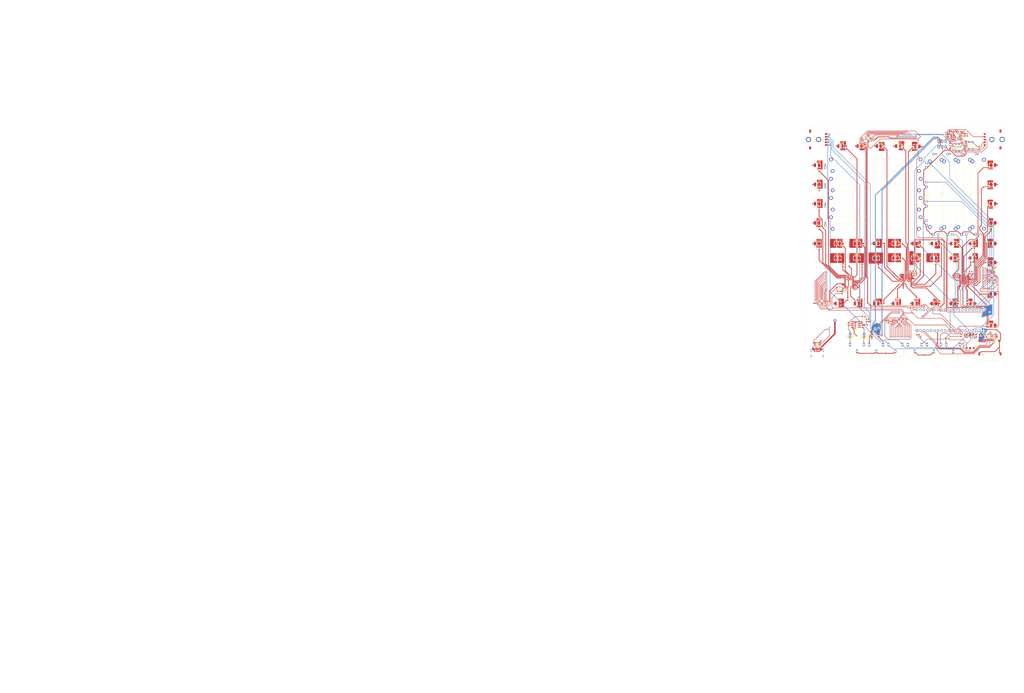
<source format=kicad_pcb>
(kicad_pcb (version 20240108) (generator "pcbnew") (generator_version "8.0")
  (layers (0 "F.Cu" signal) (1 "In1.Cu" power "PWR") (2 "In2.Cu" power "GND") (31 "B.Cu" signal) (34 "B.Paste" user) (35 "F.Paste" user) (36 "B.SilkS" user "B.Silkscreen") (37 "F.SilkS" user "F.Silkscreen") (38 "B.Mask" user) (39 "F.Mask" user) (44 "Edge.Cuts" user))
  (net 0 "")
  (net 1 "Net-(U**1-OUT1)")
  (net 2 "Net-(U**1-OUT2)")
  (net 3 "Net-(A1-ADC_4)")
  (net 4 "MIDI_TX")
  (net 5 "D+")
  (net 6 "Audio_out_1")
  (net 7 "Net-(A1-ADC_3)")
  (net 8 "D-")
  (net 9 "Audio_in_2")
  (net 10 "Net-(A1-ADC_1)")
  (net 11 "SCL")
  (net 13 "GND")
  (net 14 "Net-(A1-DAC_OUT2)")
  (net 15 "Net-(A1-ADC_5)")
  (net 16 "SD_CMD")
  (net 17 "5V")
  (net 20 "SD_CK")
  (net 22 "Net-(A1-ADC_0)")
  (net 23 "MIDI_RX")
  (net 24 "SD_D0")
  (net 26 "Clock_out")
  (net 27 "3V3_D")
  (net 29 "Audio_in_1")
  (net 30 "SD_D3")
  (net 31 "Audio_out_2")
  (net 33 "Net-(A1-ADC_2)")
  (net 36 "SD_D2")
  (net 38 "SD_D1")
  (net 39 "3V3_A")
  (net 40 "SDA")
  (net 41 "Net-(U1B-+)")
  (net 42 "Net-(U1B--)")
  (net 43 "Net-(U4-VREG)")
  (net 44 "Net-(U5-VREG)")
  (net 45 "Net-(U6-VREG)")
  (net 46 "Net-(D1-K)")
  (net 47 "Net-(D1-A)")
  (net 48 "PadL2")
  (net 49 "Pad3")
  (net 50 "PadL4")
  (net 51 "Pad4")
  (net 52 "PadL3")
  (net 53 "Pad2")
  (net 54 "PadL1")
  (net 55 "PadPocket")
  (net 56 "Pad1")
  (net 57 "Pad7")
  (net 58 "PadR3")
  (net 59 "Pad5")
  (net 60 "Pad8")
  (net 61 "PadR4")
  (net 62 "PadR2")
  (net 63 "Pad6")
  (net 64 "PadGroups")
  (net 65 "PadNotes")
  (net 66 "Pad16")
  (net 67 "Pad9")
  (net 68 "Pad11")
  (net 69 "PadPattern")
  (net 70 "Pad10")
  (net 71 "Pad12")
  (net 72 "Pad13")
  (net 73 "Pad14")
  (net 74 "Pad15")
  (net 75 "PadFlow")
  (net 76 "PadEmpty")
  (net 77 "MicR")
  (net 78 "MicL")
  (net 79 "PadSet")
  (net 80 "PadR1")
  (net 81 "PadMod")
  (net 82 "PadAfter")
  (net 83 "PadVelo")
  (net 84 "Net-(LED_1-K)")
  (net 85 "Net-(LED_2-K)")
  (net 86 "Net-(LED_3-K)")
  (net 87 "Net-(LED_4-K)")
  (net 88 "Net-(LED_5-K)")
  (net 89 "Net-(LED_6-K)")
  (net 90 "Net-(LED_7-K)")
  (net 91 "Net-(LED_8-K)")
  (net 92 "Net-(LED_9-K)")
  (net 93 "Net-(LED_10-K)")
  (net 94 "Net-(LED_11-K)")
  (net 95 "Net-(LED_12-K)")
  (net 96 "Net-(LED_13-K)")
  (net 97 "Net-(LED_14-K)")
  (net 98 "Net-(LED_15-K)")
  (net 99 "Net-(LED_16-K)")
  (net 100 "Net-(LED_17-K)")
  (net 101 "Net-(LED_18-K)")
  (net 102 "Net-(LED_19-K)")
  (net 103 "Net-(LED_20-K)")
  (net 104 "Net-(LED_21-K)")
  (net 105 "Net-(LED_22-K)")
  (net 106 "Net-(LED_23-K)")
  (net 107 "Net-(LED_24-K)")
  (net 108 "Net-(LED_25-K)")
  (net 109 "Net-(LED_26-K)")
  (net 110 "Net-(LED_27-K)")
  (net 111 "Net-(LED_28-K)")
  (net 112 "Net-(LED_29-K)")
  (net 113 "Net-(LED_30-K)")
  (net 114 "Net-(LED_31-K)")
  (net 115 "Net-(LED_32-K)")
  (net 116 "Net-(J1-PadR)")
  (net 117 "Net-(J3-PadR)")
  (net 118 "Net-(J3-PadT)")
  (net 119 "/LEDs/LED_1")
  (net 120 "/LEDs/LED_2")
  (net 121 "/LEDs/LED_3")
  (net 122 "Net-(A1-ADC_6)")
  (net 123 "Net-(U4-REXT)")
  (net 124 "Net-(U4-ADDR)")
  (net 125 "Net-(USBC1-CC2)")
  (net 126 "Net-(U5-REXT)")
  (net 127 "Net-(USBC1-CC1)")
  (net 128 "Net-(U6-REXT)")
  (net 129 "/LEDs/LED_4")
  (net 130 "/LEDs/LED_5")
  (net 131 "/LEDs/LED_6")
  (net 132 "/LEDs/LED_7")
  (net 133 "/LEDs/LED_8")
  (net 134 "/LEDs/LED_9")
  (net 135 "/LEDs/LED_10")
  (net 136 "/LEDs/LED_11")
  (net 137 "/LEDs/LED_12")
  (net 138 "/LEDs/LED_13")
  (net 139 "/LEDs/LED_14")
  (net 140 "/LEDs/LED_15")
  (net 141 "/LEDs/LED_16")
  (net 142 "Net-(C1-Pad2)")
  (net 143 "Net-(C12-Pad2)")
  (net 144 "Net-(U1A-+)")
  (net 145 "Net-(U10-VREG)")
  (net 146 "Net-(C17-Pad1)")
  (net 147 "/Audio_IO/Headphone_Wiper_L")
  (net 148 "Net-(C19-Pad1)")
  (net 149 "/Audio_IO/Headphone_Wiper_R")
  (net 150 "Net-(U**1-BPASS)")
  (net 151 "/Audio_IO/Headphone_Out_L")
  (net 152 "/Audio_IO/Headphone_Out_R")
  (net 153 "SCRATCH")
  (net 154 "POUCH")
  (net 155 "EFFCT")
  (net 156 "COMP")
  (net 159 "Extra1")
  (net 160 "Extra3")
  (net 161 "Extra2")
  (net 162 "SOUND")
  (net 163 "FILT")
  (net 164 "MOD")
  (net 165 "AMP")
  (net 172 "Net-(U9A-+)")
  (net 173 "Net-(U9B-+)")
  (net 179 "Net-(LED_33-K)")
  (net 180 "Net-(LED_34-K)")
  (net 181 "Net-(LED_35-K)")
  (net 182 "Net-(LED_36-K)")
  (net 183 "Net-(LED_37-K)")
  (net 184 "Net-(LED_38-K)")
  (net 185 "Net-(LED_39-K)")
  (net 186 "Net-(LED_40-K)")
  (net 187 "Net-(LED_41-K)")
  (net 188 "Net-(LED_42-K)")
  (net 189 "Net-(VR1-3_2)")
  (net 190 "/LEDs/LED_17")
  (net 191 "/LEDs/LED_18")
  (net 192 "/LEDs/LED_19")
  (net 193 "/LEDs/LED_20")
  (net 194 "/LEDs/LED_21")
  (net 195 "/LEDs/LED_22")
  (net 196 "/LEDs/LED_23")
  (net 197 "/LEDs/LED_24")
  (net 198 "/LEDs/LED_25")
  (net 199 "/LEDs/LED_26")
  (net 200 "/LEDs/LED_27")
  (net 201 "/LEDs/LED_28")
  (net 202 "/LEDs/LED_29")
  (net 203 "/LEDs/LED_30")
  (net 204 "/LEDs/LED_31")
  (net 205 "/LEDs/LED_32")
  (net 206 "Net-(U1A--)")
  (net 207 "Net-(VR1-3_1)")
  (net 208 "/LEDs/LED_33")
  (net 209 "/LEDs/LED_34")
  (net 210 "/LEDs/LED_35")
  (net 211 "/LEDs/LED_36")
  (net 212 "/LEDs/LED_37")
  (net 213 "/LEDs/LED_38")
  (net 214 "/LEDs/LED_39")
  (net 215 "/LEDs/LED_40")
  (net 216 "/LEDs/LED_41")
  (net 217 "/LEDs/LED_42")
  (net 218 "/LEDs/LED_45")
  (net 219 "/LEDs/LED_46")
  (net 220 "/LEDs/LED_47")
  (net 221 "/LEDs/LED_48")
  (net 222 "Net-(U10-REXT)")
  (net 223 "Net-(U**1-IN1)")
  (net 224 "Net-(U**1-IN2)")
  (net 225 "/IO_SDcard/Line_In_R")
  (net 226 "/IO_SDcard/Line_In_L")
  (net 227 "/IO_SDcard/mic_out_L")
  (net 228 "/IO_SDcard/mic_out_R")
  (footprint "Package_DFN_QFN:UQFN-20_3x3mm_P0.4mm" (layer "F.Cu") (at 167.0275 137.525 180)
    (property "Reference" "U10")
    (property "Value" "MPR121QR2")
  )
  (footprint "Resistor_SMD:R_0603_1608Metric" (layer "F.Cu") (at 134.535 183.47)
    (property "Reference" "R3")
    (property "Value" "220R")
  )
  (footprint "Capacitor_SMD:C_0402_1005Metric" (layer "F.Cu") (at 108.22 134.92 90)
    (property "Reference" "C11")
    (property "Value" "0.1uF")
  )
  (footprint "Capacitor_SMD:C_0402_1005Metric" (layer "F.Cu") (at 168.71 134.875)
    (property "Reference" "C15")
    (property "Value" "0.1uF")
  )
  (footprint "Package_DFN_QFN:UQFN-20_3x3mm_P0.4mm" (layer "F.Cu") (at 77.13875 37.78375 90)
    (property "Reference" "U6")
    (property "Value" "MPR121QR2")
  )
  (footprint "Resistor_SMD:R_0603_1608Metric" (layer "F.Cu") (at 164.4396 72.199 90)
    (property "Reference" "R74")
    (property "Value" "150R")
  )
  (footprint "Capacitor_SMD:C_0603_1608Metric" (layer "F.Cu") (at 76.686157 171.18)
    (property "Reference" "C17")
    (property "Value" ".47uF")
  )
  (footprint "LED_SMD:LED_PLCC-2_3.4x3.0mm_AK" (layer "F.Cu") (at 168.000997 128.259084 180)
    (property "Reference" "LED_19")
    (property "Value" "White")
  )
  (footprint "Resistor_SMD:R_0603_1608Metric" (layer "F.Cu") (at 143.705 33.06 180)
    (property "Reference" "R63")
    (property "Value" "100K")
  )
  (footprint "Diode_SMD:D_SOD-323" (layer "F.Cu") (at 146.35 185.57 -90)
    (property "Reference" "D1")
    (property "Value" "1N4148WS")
  )
  (footprint "Resistor_SMD:R_0603_1608Metric" (layer "F.Cu") (at 143 114.395 90)
    (property "Reference" "R49")
    (property "Value" "150R")
  )
  (footprint "Resistor_SMD:R_0603_1608Metric" (layer "F.Cu") (at 147.55 45.945 -90)
    (property "Reference" "R55")
    (property "Value" "2.2K")
  )
  (footprint "soundpad_library:TF-SMD_TF-CARD-H1.8" (layer "F.Cu") (at 165.71 189.66)
    (property "Reference" "TF1")
    (property "Value" "TF-CARD H1.8")
  )
  (footprint "LED_SMD:LED_PLCC-2_3.4x3.0mm_AK" (layer "F.Cu") (at 152.973462 125.070376)
    (property "Reference" "LED_8")
    (property "Value" "White")
  )
  (footprint "Resistor_SMD:R_0603_1608Metric" (layer "F.Cu") (at 163.775 151.2)
    (property "Reference" "R40")
    (property "Value" "150R")
  )
  (footprint "Resistor_SMD:R_0603_1608Metric" (layer "F.Cu") (at 84.62 130.825 90)
    (property "Reference" "R9")
    (property "Value" "150R")
  )
  (footprint "Resistor_SMD:R_0603_1608Metric" (layer "F.Cu") (at 148.17 40.785 90)
    (property "Reference" "R66")
    (property "Value" "75R")
  )
  (footprint "Resistor_SMD:R_0603_1608Metric" (layer "F.Cu") (at 112.38 154.455 -90)
    (property "Reference" "R33")
    (property "Value" "150R")
  )
  (footprint "Potentiometer_THT:Potentiometer_Bourns_PTA6043_Single_Slide" (layer "F.Cu") (at 119.497456 87.243749 180)
    (property "Reference" "RV2")
    (property "Value" "slider3")
  )
  (footprint "Resistor_SMD:R_0603_1608Metric" (layer "F.Cu") (at 62.81 173.066 90)
    (property "Reference" "R98")
    (property "Value" "33K")
  )
  (footprint "LED_SMD:LED_PLCC-2_3.4x3.0mm_AK" (layer "F.Cu") (at 68.985155 158.068264)
    (property "Reference" "LED_10")
    (property "Value" "White")
  )
  (footprint "LED_SMD:LED_PLCC-2_3.4x3.0mm_AK" (layer "F.Cu") (at 110.996675 114.422133)
    (property "Reference" "LED_25")
    (property "Value" "White")
  )
  (footprint "Potentiometer_THT:Potentiometer_Bourns_PTA4543_Single_Slide" (layer "F.Cu") (at 124.501966 107.796442 90)
    (property "Reference" "RV3")
    (property "Value" "sliderA")
  )
  (footprint "Potentiometer_THT:Potentiometer_Bourns_PTA4543_Single_Slide" (layer "F.Cu") (at 134.8348 107.8108 90)
    (property "Reference" "RV6")
    (property "Value" "sliderB")
  )
  (footprint "Resistor_SMD:R_0603_1608Metric" (layer "F.Cu") (at 88.8 43.517985 90)
    (property "Reference" "R79")
    (property "Value" "150R")
  )
  (footprint "LED_SMD:LED_PLCC-2_3.4x3.0mm_AK" (layer "F.Cu") (at 83.009552 125.070376)
    (property "Reference" "LED_3")
    (property "Value" "White")
  )
  (footprint "Resistor_SMD:R_0603_1608Metric" (layer "F.Cu") (at 164.7444 86.2706 90)
    (property "Reference" "R75")
    (property "Value" "150R")
  )
  (footprint "Resistor_SMD:R_0603_1608Metric" (layer "F.Cu") (at 110.675 134.49 180)
    (property "Reference" "R38")
    (property "Value" "4.7K")
  )
  (footprint "footprints:CUI_SJ1-3553NG" (layer "F.Cu") (at 96.971157 192.925 90)
    (property "Reference" "J12")
    (property "Value" "Line_Out")
  )
  (footprint "Connector_PinSocket_1.27mm:PinSocket_1x12_P1.27mm_Vertical" (layer "F.Cu") (at 160.44 145.87 180)
    (property "Reference" "J5")
    (property "Value" "Conn_01x12_Socket")
  )
  (footprint "LED_SMD:LED_PLCC-2_3.4x3.0mm_AK" (layer "F.Cu") (at 85 43.5)
    (property "Reference" "LED_40")
    (property "Value" "White")
  )
  (footprint "Resistor_SMD:R_0603_1608Metric" (layer "F.Cu") (at 101.145 114.39 180)
    (property "Reference" "R46")
    (property "Value" "150R")
  )
  (footprint "Resistor_SMD:R_0603_1608Metric" (layer "F.Cu") (at 111.525 136.12 180)
    (property "Reference" "R37")
    (property "Value" "4.7K")
  )
  (footprint "Resistor_SMD:R_0603_1608Metric" (layer "F.Cu") (at 161.195 180.75)
    (property "Reference" "R61")
    (property "Value" "47k")
  )
  (footprint "Capacitor_SMD:C_0402_1005Metric" (layer "F.Cu") (at 138.33 43.5 90)
    (property "Reference" "C1")
    (property "Value" "0.1uF")
  )
  (footprint "Resistor_SMD:R_0603_1608Metric" (layer "F.Cu") (at 162.205 182.43)
    (property "Reference" "R60")
    (property "Value" "47k")
  )
  (footprint "footprints:H11L1STA_EVE" (layer "F.Cu") (at 151.27 185.6252 90)
    (property "Reference" "U2")
    (property "Value" "H11L1S(TA)")
  )
  (footprint "Potentiometer_THT:Potentiometer_Bourns_PTA4543_Single_Slide" (layer "F.Cu") (at 145.1472 107.811111 90)
    (property "Reference" "RV7")
    (property "Value" "sliderC")
  )
  (footprint "Resistor_SMD:R_0603_1608Metric" (layer "F.Cu") (at 170.34 181.185 90)
    (property "Reference" "R57")
    (property "Value" "47k")
  )
  (footprint "Resistor_SMD:R_0603_1608Metric" (layer "F.Cu") (at 73.94 167.48)
    (property "Reference" "R97")
    (property "Value" "22K")
  )
  (footprint "Resistor_SMD:R_0603_1608Metric" (layer "F.Cu") (at 167.465 132.6 -90)
    (property "Reference" "R93")
    (property "Value" "75k")
  )
  (footprint "Package_DFN_QFN:UQFN-20_3x3mm_P0.4mm" (layer "F.Cu") (at 99.811157 171.288657 -90)
    (property "Reference" "U5")
    (property "Value" "MPR121QR2")
  )
  (footprint "Resistor_SMD:R_0603_1608Metric" (layer "F.Cu") (at 48.1425 156.3975 180)
    (property "Reference" "R11")
    (property "Value" "75k")
  )
  (footprint "Resistor_THT:R_Axial_DIN0204_L3.6mm_D1.6mm_P5.08mm_Horizontal" (layer "F.Cu") (at 150.4 40.47 -90)
    (property "Reference" "R70")
    (property "Value" "DI*")
  )
  (footprint "footprints:CUI_SJ1-3553NG" (layer "F.Cu") (at 124.98 193.01 90)
    (property "Reference" "J3")
    (property "Value" "Midi_Out")
  )
  (footprint "LED_SMD:LED_PLCC-2_3.4x3.0mm_AK" (layer "F.Cu") (at 139.007949 125.089853)
    (property "Reference" "LED_7")
    (property "Value" "White")
  )
  (footprint "Resistor_SMD:R_0603_1608Metric" (layer "F.Cu") (at 151.68 134.6708 180)
    (property "Reference" "R24")
    (property "Value" "4.7K")
  )
  (footprint "Resistor_SMD:R_0603_1608Metric" (layer "F.Cu") (at 113.245 180.74)
    (property "Reference" "R4")
    (property "Value" "33R")
  )
  (footprint "Connector_PinSocket_1.27mm:PinSocket_1x12_P1.27mm_Vertical" (layer "F.Cu") (at 107.11 182.24 -90)
    (property "Reference" "J6")
    (property "Value" "Conn_01x12_Socket")
  )
  (footprint "Connector_PinSocket_1.27mm:PinSocket_1x12_P1.27mm_Vertical" (layer "F.Cu") (at 46.85 135.2)
    (property "Reference" "J7")
    (property "Value" "Conn_01x12_Socket")
  )
  (footprint "Resistor_SMD:R_0603_1608Metric" (layer "F.Cu") (at 157.97 44.885 -90)
    (property "Reference" "R69")
    (property "Value" "15K")
  )
  (footprint "LED_SMD:LED_PLCC-2_3.4x3.0mm_AK" (layer "F.Cu") (at 71 43.517985)
    (property "Reference" "LED_39")
    (property "Value" "White")
  )
  (footprint "Resistor_SMD:R_0603_1608Metric" (layer "F.Cu") (at 38.13 187.390952 -90)
    (property "Reference" "R14")
    (property "Value" "5.1k")
  )
  (footprint "LED_SMD:LED_PLCC-2_3.4x3.0mm_AK" (layer "F.Cu") (at 82.99406 114.422133)
    (property "Reference" "LED_23")
    (property "Value" "White")
  )
  (footprint "LED_SMD:LED_PLCC-2_3.4x3.0mm_AK" (layer "F.Cu") (at 68.985606 125.03142)
    (property "Reference" "LED_2")
    (property "Value" "White")
  )
  (footprint "Potentiometer_THT:Potentiometer_Bourns_PTA4543_Single_Slide" (layer "F.Cu") (at 155.45 107.75 90)
    (property "Reference" "RV8")
    (property "Value" "sliderD")
  )
  (footprint "LED_SMD:LED_PLCC-2_3.4x3.0mm_AK" (layer "F.Cu") (at 112.983996 43.8 180)
    (property "Reference" "LED_42")
    (property "Value" "White")
  )
  (footprint "Resistor_SMD:R_0603_1608Metric" (layer "F.Cu") (at 59.050803 115.534213 90)
    (property "Reference" "R43")
    (property "Value" "150R")
  )
  (footprint "footprints:RK10J12R0A0B" (layer "F.Cu") (at 37.43 38.72 90)
    (property "Reference" "VR2")
    (property "Value" "RK10J12R0A0B" (hide yes))
  )
  (footprint "Resistor_THT:R_Axial_DIN0204_L3.6mm_D1.6mm_P5.08mm_Horizontal" (layer "F.Cu") (at 153.15 45.64 90)
    (property "Reference" "R71")
    (property "Value" "DI*")
  )
  (footprint "Potentiometer_THT:Potentiometer_Bourns_PTA6043_Single_Slide" (layer "F.Cu") (at 119.463367 59.223866 180)
    (property "Reference" "RV4")
    (property "Value" "slider1")
  )
  (footprint "Resistor_SMD:R_0603_1608Metric" (layer "F.Cu") (at 136.67 42.255 90)
    (property "Reference" "R56")
    (property "Value" "75R")
  )
  (footprint "Capacitor_SMD:C_0402_1005Metric" (layer "F.Cu") (at 46.1175 157.9175 -90)
    (property "Reference" "C5")
    (property "Value" "0.1uF")
  )
  (footprint "LED_SMD:LED_PLCC-2_3.4x3.0mm_AK" (layer "F.Cu") (at 39.959783 57.434927)
    (property "Reference" "LED_30")
    (property "Value" "White")
  )
  (footprint "Resistor_SMD:R_0603_1608Metric" (layer "F.Cu") (at 55.805 149.31)
    (property "Reference" "R89")
    (property "Value" "4.7K")
  )
  (footprint "Resistor_SMD:R_0603_1608Metric" (layer "F.Cu") (at 61.24 44.215 90)
    (property "Reference" "R77")
    (property "Value" "150R")
  )
  (footprint "LED_SMD:LED_PLCC-2_3.4x3.0mm_AK" (layer "F.Cu") (at 55.026193 125.00672)
    (property "Reference" "LED_1")
    (property "Value" "White")
  )
  (footprint "LED_SMD:LED_PLCC-2_3.4x3.0mm_AK" (layer "F.Cu") (at 40.0324 85.456185)
    (property "Reference" "LED_32")
    (property "Value" "White")
  )
  (footprint "LED_SMD:LED_PLCC-2_3.4x3.0mm_AK" (layer "F.Cu") (at 96.97624 114.441261)
    (property "Reference" "LED_24")
    (property "Value" "White")
  )
  (footprint "Capacitor_SMD:C_0402_1005Metric" (layer "F.Cu") (at 102.661157 169.126157 -90)
    (property "Reference" "C7")
    (property "Value" "0.1uF")
  )
  (footprint "LED_SMD:LED_PLCC-2_3.4x3.0mm_AK" (layer "F.Cu") (at 167.957769 99.421222 180)
    (property "Reference" "LED_37")
    (property "Value" "White")
  )
  (footprint "LED_SMD:LED_PLCC-2_3.4x3.0mm_AK" (layer "F.Cu") (at 111.018489 125.050898)
    (property "Reference" "LED_5")
    (property "Value" "White")
  )
  (footprint "Resistor_SMD:R_0603_1608Metric" (layer "F.Cu") (at 108.965 161.17 180)
    (property "Reference" "R99")
    (property "Value" "10k")
  )
  (footprint "LED_SMD:LED_PLCC-2_3.4x3.0mm_AK" (layer "F.Cu") (at 167.989527 57.401234 180)
    (property "Reference" "LED_34")
    (property "Value" "White")
  )
  (footprint "Resistor_SMD:R_0603_1608Metric" (layer "F.Cu") (at 58.23 149.925 90)
    (property "Reference" "R88")
    (property "Value" "4.7K")
  )
  (footprint "Resistor_SMD:R_0603_1608Metric" (layer "F.Cu") (at 143.026193 125.00672 90)
    (property "Reference" "R27")
    (property "Value" "150R")
  )
  (footprint "LED_SMD:LED_PLCC-2_3.4x3.0mm_AK" (layer "F.Cu") (at 168.025233 151.096268 180)
    (property "Reference" "LED_18")
    (property "Value" "White")
  )
  (footprint "LED_SMD:LED_PLCC-2_3.4x3.0mm_AK" (layer "F.Cu") (at 99.016927 43.517985)
    (property "Reference" "LED_41")
    (property "Value" "White")
  )
  (footprint "Resistor_SMD:R_0603_1608Metric" (layer "F.Cu") (at 42.1 187.510952 90)
    (property "Reference" "R13")
    (property "Value" "5.1k")
  )
  (footprint "Package_SO:TSSOP-28_4.4x9.7mm_P0.65mm" (layer "F.Cu") (at 105.5625 141.1)
    (property "Reference" "U7")
    (property "Value" "PCA9685PW")
  )
  (footprint "LED_SMD:LED_PLCC-2_3.4x3.0mm_AK" (layer "F.Cu") (at 69.031007 114.422133)
    (property "Reference" "LED_22")
    (property "Value" "White")
  )
  (footprint "Resistor_SMD:R_0603_1608Metric" (layer "F.Cu") (at 163.975 114.4)
    (property "Reference" "R51")
    (property "Value" "150R")
  )
  (footprint "Resistor_SMD:R_0603_1608Metric" (layer "F.Cu") (at 126.34 128.685 90)
    (property "Reference" "R26")
    (property "Value" "150R")
  )
  (footprint "Capacitor_SMD:C_0402_1005Metric" (layer "F.Cu") (at 141.37 138.01 180)
    (property "Reference" "C10")
    (property "Value" "0.1uF")
  )
  (footprint "Capacitor_SMD:C_0603_1608Metric" (layer "F.Cu") (at 140.315 33.05 180)
    (property "Reference" "C2")
    (property "Value" "10uF")
  )
  (footprint "LED_SMD:LED_PLCC-2_3.4x3.0mm_AK" (layer "F.Cu") (at 168.013171 85.44132 180)
    (property "Reference" "LED_36")
    (property "Value" "White")
  )
  (footprint "Module:Electrosmith_Daisy_Seed" (layer "F.Cu") (at 112.69 177.815 90)
    (property "Reference" "A1")
    (property "Value" "Electrosmith_Daisy_Seed_Rev4")
  )
  (footprint "Capacitor_SMD:C_0603_1608Metric" (layer "F.Cu") (at 149.09 35.325 -90)
    (property "Reference" "C13")
    (property "Value" "10uF")
  )
  (footprint "Resistor_SMD:R_0603_1608Metric" (layer "F.Cu") (at 129.021603 157.215 -90)
    (property "Reference" "R34")
    (property "Value" "150R")
  )
  (footprint "Resistor_SMD:R_0603_1608Metric" (layer "F.Cu") (at 41.5 89.175 90)
    (property "Reference" "R54")
    (property "Value" "150R")
  )
  (footprint "LED_SMD:LED_PLCC-2_3.4x3.0mm_AK" (layer "F.Cu") (at 152.983775 158.095281 180)
    (property "Reference" "LED_16")
    (property "Value" "White")
  )
  (footprint "Resistor_SMD:R_0603_1608Metric" (layer "F.Cu") (at 73.64 115.255 90)
    (property "Reference" "R44")
    (property "Value" "150R")
  )
  (footprint "Resistor_SMD:R_0603_1608Metric" (layer "F.Cu") (at 75.565 173.63)
    (property "Reference" "R94")
    (property "Value" "22K")
  )
  (footprint "Resistor_SMD:R_0603_1608Metric" (layer "F.Cu") (at 168.015 181.94 180)
    (property "Reference" "R58")
    (property "Value" "47k")
  )
  (footprint "Capacitor_SMD:C_0402_1005Metric" (layer "F.Cu") (at 147.9 43.05)
    (property "Reference" "C12")
    (property "Value" "0.1uF")
  )
  (footprint "LED_SMD:LED_PLCC-2_3.4x3.0mm_AK" (layer "F.Cu") (at 138.963783 158.087346)
    (property "Reference" "LED_15")
    (property "Value" "White")
  )
  (footprint "LED_SMD:LED_PLCC-2_3.4x3.0mm_AK" (layer "F.Cu") (at 55.034258 114.450179)
    (property "Reference" "LED_21")
    (property "Value" "White")
  )
  (footprint "footprints:CUI_SJ1-3553NG" (layer "F.Cu") (at 111 193.025 90)
    (property "Reference" "J10")
    (property "Value" "Clock_Out")
  )
  (footprint "Resistor_SMD:R_0603_1608Metric" (layer "F.Cu") (at 117.095 159.85 180)
    (property "Reference" "R96")
    (property "Value" "10k")
  )
  (footprint "Resistor_SMD:R_0603_1608Metric" (layer "F.Cu") (at 149.36 157.265 -90)
    (property "Reference" "R36")
    (property "Value" "150R")
  )
  (footprint "Connector_PinSocket_1.27mm:PinSocket_1x12_P1.27mm_Vertical" (layer "F.Cu") (at 98.11 36.5 90)
    (property "Reference" "J15")
    (property "Value" "Conn_01x12_Socket")
  )
  (footprint "Resistor_SMD:R_0603_1608Metric" (layer "F.Cu") (at 73.315 174.76 90)
    (property "Reference" "R95")
    (property "Value" "33K")
  )
  (footprint "Capacitor_SMD:C_0402_1005Metric" (layer "F.Cu") (at 167.98 141.69 90)
    (property "Reference" "C16")
    (property "Value" "0.1uF")
  )
  (footprint "Resistor_SMD:R_0603_1608Metric" (layer "F.Cu") (at 134.96 36.005 90)
    (property "Reference" "R67")
    (property "Value" "100K")
  )
  (footprint "Resistor_SMD:R_0603_1608Metric" (layer "F.Cu") (at 145.835 41.12)
    (property "Reference" "R1")
    (property "Value" "15K")
  )
  (footprint "Capacitor_SMD:C_0402_1005Metric" (layer "F.Cu") (at 147.12 180.64 90)
    (property "Reference" "C3")
    (property "Value" "0.1uF")
  )
  (footprint "LED_SMD:LED_PLCC-2_3.4x3.0mm_AK" (layer "F.Cu") (at 110.960707 158.073058)
    (property "Reference" "LED_13")
    (property "Value" "White")
  )
  (footprint "Resistor_SMD:R_0603_1608Metric" (layer "F.Cu") (at 58.86 130.175 90)
    (property "Reference" "R7")
    (property "Value" "150R")
  )
  (footprint "LED_SMD:LED_PLCC-2_3.4x3.0mm_AK" (layer "F.Cu") (at 39.991029 114.446175)
    (property "Reference" "LED_20")
    (property "Value" "White")
  )
  (footprint "Package_SO:TSSOP-28_4.4x9.7mm_P0.65mm" (layer "F.Cu") (at 146.9 141.55)
    (property "Reference" "U3")
    (property "Value" "PCA9685PW")
  )
  (footprint "Resistor_SMD:R_0603_1608Metric" (layer "F.Cu") (at 87.696603 158.030175 180)
    (property "Reference" "R31")
    (property "Value" "150R")
  )
  (footprint "Resistor_SMD:R_0603_1608Metric" (layer "F.Cu") (at 163.575 128.2)
    (property "Reference" "R41")
    (property "Value" "150R")
  )
  (footprint "Capacitor_SMD:C_0402_1005Metric" (layer "F.Cu") (at 67.245 176.56 180)
    (property "Reference" "C18")
    (property "Value" "0.1uF")
  )
  (footprint "Resistor_SMD:R_0603_1608Metric" (layer "F.Cu") (at 41.62 74.985 90)
    (property "Reference" "R53")
    (property "Value" "150R")
  )
  (footprint "footprints:CUI_SJ1-3553NG" (layer "F.Cu") (at 83 193.025 90)
    (property "Reference" "J11")
    (property "Value" "Line_In")
  )
  (footprint "LED_SMD:LED_PLCC-2_3.4x3.0mm_AK" (layer "F.Cu") (at 153.022093 114.419389)
    (property "Reference" "LED_28")
    (property "Value" "White")
  )
  (footprint "LED_SMD:LED_PLCC-2_3.4x3.0mm_AK" (layer "F.Cu") (at 167.90241 173.938671 180)
    (property "Reference" "LED_17")
    (property "Value" "White")
  )
  (footprint "footprints:CUI_SJ1-3553NG" (layer "F.Cu") (at 139 193.025 90)
    (property "Reference" "J1")
    (property "Value" "Midi_In")
  )
  (footprint "Resistor_SMD:R_0603_1608Metric" (layer "F.Cu") (at 91.64 170.951157 -90)
    (property "Reference" "R18")
    (property "Value" "75k")
  )
  (footprint "Resistor_SMD:R_0603_1608Metric" (layer "F.Cu") (at 41.5 117.825 90)
    (property "Reference" "R42")
    (property "Value" "150R")
  )
  (footprint "LED_SMD:LED_PLCC-2_3.4x3.0mm_AK" (layer "F.Cu") (at 56.984258 43.493516)
    (property "Reference" "LED_38")
    (property "Value" "White")
  )
  (footprint "Resistor_SMD:R_0603_1608Metric" (layer "F.Cu") (at 70.47 154.585 -90)
    (property "Reference" "R30")
    (property "Value" "150R")
  )
  (footprint "Resistor_SMD:R_0603_1608Metric" (layer "F.Cu") (at 164.05 173.875 -90)
    (property "Reference" "R39")
    (property "Value" "150R")
  )
  (footprint "Resistor_SMD:R_0603_1608Metric" (layer "F.Cu") (at 136.985 32.78 180)
    (property "Reference" "R62")
    (property "Value" "100K")
  )
  (footprint "Resistor_THT:R_Axial_DIN0204_L3.6mm_D1.6mm_P5.08mm_Horizontal" (layer "F.Cu") (at 140.84 41.82 -90)
    (property "Reference" "R2")
    (property "Value" "DI*")
  )
  (footprint "LED_SMD:LED_PLCC-2_3.4x3.0mm_AK" (layer "F.Cu") (at 124.984003 125.070376)
    (property "Reference" "LED_6")
    (property "Value" "White")
  )
  (footprint "Resistor_SMD:R_0603_1608Metric" (layer "F.Cu") (at 129.675 114.55 180)
    (property "Reference" "R48")
    (property "Value" "150R")
  )
  (footprint "Capacitor_SMD:C_0402_1005Metric" (layer "F.Cu") (at 72.84 172.24 90)
    (property "Reference" "C23")
    (property "Value" "0.1uF")
  )
  (footprint "Resistor_SMD:R_0603_1608Metric" (layer "F.Cu") (at 98.49 154.585 -90)
    (property "Reference" "R32")
    (property "Value" "150R")
  )
  (footprint "Resistor_THT:R_Axial_DIN0204_L3.6mm_D1.6mm_P5.08mm_Horizontal" (layer "F.Cu") (at 143.15 46.93 90)
    (property "Reference" "R64")
    (property "Value" "DI*")
  )
  (footprint "Package_SO:TSSOP-28_4.4x9.7mm_P0.65mm" (layer "F.Cu") (at 63.2375 142.575 180)
    (property "Reference" "U8")
    (property "Value" "PCA9685PW")
  )
  (footprint "Resistor_SMD:R_0603_1608Metric" (layer "F.Cu") (at 147.33 35.295 -90)
    (property "Reference" "R68")
    (property "Value" "100K")
  )
  (footprint "Resistor_SMD:R_0603_1608Metric" (layer "F.Cu") (at 115.026193 125.00672 90)
    (property "Reference" "R25")
    (property "Value" "150R")
  )
  (footprint "Resistor_SMD:R_0603_1608Metric" (layer "F.Cu") (at 102.8 43.625 90)
    (property "Reference" "R80")
    (property "Value" "150R")
  )
  (footprint "LED_SMD:LED_PLCC-2_3.4x3.0mm_AK" (layer "F.Cu") (at 97.033065 125.050898)
    (property "Reference" "LED_4")
    (property "Value" "White")
  )
  (footprint "Capacitor_SMD:C_0402_1005Metric" (layer "F.Cu") (at 72.09935 39.14625 90)
    (property "Reference" "C9")
    (property "Value" "0.1uF")
  )
  (footprint "Package_SO:SOIC-8_3.9x4.9mm_P1.27mm" (layer "F.Cu") (at 141.745 36.735 180)
    (property "Reference" "U1")
    (property "Value" "MCP6002-xSN")
  )
  (footprint "Resistor_SMD:R_0402_1005Metric" (layer "F.Cu") (at 44.7675 159.7975 180)
    (property "Reference" "R12")
    (property "Value" "100k")
  )
  (footprint "Potentiometer_THT:Potentiometer_Bourns_PTA6043_Single_Slide" (layer "F.Cu") (at 119.475508 73.254725 180)
    (property "Reference" "RV1")
    (property "Value" "slider2")
  )
  (footprint "Resistor_SMD:R_0603_1608Metric" (layer "F.Cu") (at 41.49 60.785 90)
    (property "Reference" "R52")
    (property "Value" "150R")
  )
  (footprint "Capacitor_SMD:C_0402_1005Metric" (layer "F.Cu") (at 39.7295 157.8165)
    (property "Reference" "C4")
    (property "Value" "0.1uF")
  )
  (footprint "LED_SMD:LED_PLCC-2_3.4x3.0mm_AK" (layer "F.Cu") (at 96.951477 158.097702)
    (property "Reference" "LED_12")
    (property "Value" "White")
  )
  (footprint "Resistor_SMD:R_0603_1608Metric" (layer "F.Cu") (at 166.46 102.98 90)
    (property "Reference" "R76")
    (property "Value" "150R")
  )
  (footprint "Resistor_SMD:R_0603_1608Metric" (layer "F.Cu") (at 153.45 117.95)
    (property "Reference" "R50")
    (property "Value" "150R")
  )
  (footprint "LED_SMD:LED_PLCC-2_3.4x3.0mm_AK" (layer "F.Cu") (at 167.989527 71.436949 180)
    (property "Reference" "LED_35")
    (property "Value" "White")
  )
  (footprint "Connector_USB:USB_C_Receptacle_HRO_TYPE-C-31-M-12" (layer "F.Cu") (at 40.123591 195.362952)
    (property "Reference" "USBC1")
    (property "Value" "TYPE-C-31-M-12")
  )
  (footprint "Capacitor_SMD:C_0402_1005Metric" (layer "F.Cu") (at 68.36 146.18 180)
    (property "Reference" "C14")
    (property "Value" "0.1uF")
  )
  (footprint "Resistor_SMD:R_0603_1608Metric" (layer "F.Cu") (at 74.8 43.425 90)
    (property "Reference" "R78")
    (property "Value" "150R")
  )
  (footprint "Resistor_SMD:R_0603_1608Metric" (layer "F.Cu") (at 72.75 130.675 90)
    (property "Reference" "R8")
    (property "Value" "150R")
  )
  (footprint "Capacitor_THT:CP_Radial_D5.0mm_P2.00mm" (layer "F.Cu") (at 64.008 180.34 -90)
    (property "Reference" "C21")
    (property "Value" "220UF PANASONIC D8")
  )
  (footprint "LED_SMD:LED_PLCC-2_3.4x3.0mm_AK" (layer "F.Cu") (at 168.008227 114.474607 180)
    (property "Reference" "LED_29")
    (property "Value" "White")
  )
  (footprint "Resistor_SMD:R_0603_1608Metric" (layer "F.Cu") (at 89 115.225 90)
    (property "Reference" "R45")
    (property "Value" "150R")
  )
  (footprint "LED_SMD:LED_PLCC-2_3.4x3.0mm_AK" (layer "F.Cu") (at 40.025952 99.444637)
    (property "Reference" "LED_33")
    (property "Value" "White")
  )
  (footprint "Package_SO:SOIC-8_3.9x4.9mm_P1.27mm" (layer "F.Cu") (at 68.315 173.345 180)
    (property "Reference" "U**1")
    (property "Value" "LM4881MX SOIC-8")
  )
  (footprint "footprints:CUI_SJ1-3553NG" (layer "F.Cu") (at 68.971157 192.925 90)
    (property "Reference" "J4")
    (property "Value" "Headphone_Out")
  )
  (footprint "Resistor_SMD:R_0603_1608Metric" (layer "F.Cu") (at 152.4386 136.4996 180)
    (property "Reference" "R10")
    (property "Value" "4.7K")
  )
  (footprint "footprints:RK10J12R0A0B" (layer "F.Cu") (at 170.879792 38.712582 -90)
    (property "Reference" "VR1")
    (property "Value" "RK10J12R0A0B" (hide yes))
  )
  (footprint "LED_SMD:LED_PLCC-2_3.4x3.0mm_AK" (layer "F.Cu") (at 125.09362 114.460388)
    (property "Reference" "LED_26")
    (property "Value" "White")
  )
  (footprint "soundpad_library:Toggle Submini DPDT Prongs" (layer "F.Cu") (at 131 42 -90)
    (property "Reference" "SW1")
    (property "Value" "SW_DPDT_x2")
  )
  (footprint "Resistor_SMD:R_0603_1608Metric" (layer "F.Cu") (at 41.5 103 90)
    (property "Reference" "R72")
    (property "Value" "150R")
  )
  (footprint "LED_SMD:LED_PLCC-2_3.4x3.0mm_AK" (layer "F.Cu") (at 55.001994 158.097702)
    (property "Reference" "LED_9")
    (property "Value" "White")
  )
  (footprint "Resistor_SMD:R_0603_1608Metric" (layer "F.Cu") (at 152.625 127.9)
    (property "Reference" "R28")
    (property "Value" "150R")
  )
  (footprint "LED_SMD:LED_PLCC-2_3.4x3.0mm_AK" (layer "F.Cu") (at 82.983035 158.097702)
    (property "Reference" "LED_11")
    (property "Value" "White")
  )
  (footprint "Resistor_SMD:R_0603_1608Metric" (layer "F.Cu") (at 62.32 154.625 -90)
    (property "Reference" "R29")
    (property "Value" "150R")
  )
  (footprint "Capacitor_SMD:C_0402_1005Metric" (layer "F.Cu") (at 79.80375 39.29625 -90)
    (property "Reference" "C8")
    (property "Value" "0.1uF")
  )
  (footprint "LED_SMD:LED_PLCC-2_3.4x3.0mm_AK" (layer "F.Cu") (at 139.046566 114.458448)
    (property "Reference" "LED_27")
    (property "Value" "White")
  )
  (footprint "Resistor_SMD:R_0603_1608Metric" (layer "F.Cu") (at 142.59 157.215 -90)
    (property "Reference" "R35")
    (property "Value" "150R")
  )
  (footprint "Resistor_SMD:R_0603_1608Metric" (layer "F.Cu") (at 109.4 43.825 90)
    (property "Reference" "R81")
    (property "Value" "150R")
  )
  (footprint "Resistor_SMD:R_0603_1608Metric" (layer "F.Cu") (at 165.335 180.38 180)
    (property "Reference" "R59")
    (property "Value" "47k")
  )
  (footprint "Capacitor_THT:CP_Radial_D5.0mm_P2.00mm" (layer "F.Cu") (at 74.168 180.372 -90)
    (property "Reference" "C20")
    (property "Value" "220UF PANASONIC D8")
  )
  (footprint "Resistor_SMD:R_0603_1608Metric" (layer "F.Cu") (at 101.425 125.08 180)
    (property "Reference" "R23")
    (property "Value" "150R")
  )
  (footprint "LED_SMD:LED_PLCC-2_3.4x3.0mm_AK" (layer "F.Cu") (at 40.010987 71.439653)
    (property "Reference" "LED_31")
    (property "Value" "White")
  )
  (footprint "Resistor_SMD:R_0603_1608Metric" (layer "F.Cu") (at 115.050803 115.034213 90)
    (property "Reference" "R47")
    (property "Value" "150R")
  )
  (footprint "Resistor_SMD:R_0603_1608Metric" (layer "F.Cu") (at 164.5412 58.3306 90)
    (property "Reference" "R73")
    (property "Value" "150R")
  )
  (footprint "Capacitor_SMD:C_0603_1608Metric" (layer "F.Cu") (at 76.665 169.53)
    (property "Reference" "C19")
    (property "Value" ".47uF")
  )
  (footprint "Package_SO:SOIC-8_3.9x4.9mm_P1.27mm" (layer "F.Cu") (at 82.145 180.245)
    (property "Reference" "U9")
    (property "Value" "MCP6002-xSN")
  )
  (footprint "Package_DFN_QFN:UQFN-20_3x3mm_P0.4mm" (layer "F.Cu") (at 43.4175 156.135 90)
    (property "Reference" "U4")
    (property "Value" "MPR121QR2")
  )
  (footprint "Potentiometer_THT:Potentiometer_Bourns_PTA6043_Single_Slide" (layer "F.Cu") (at 119.467186 101.247956 180)
    (property "Reference" "RV5")
    (property "Value" "slider4")
  )
  (footprint "Resistor_SMD:R_0603_1608Metric" (layer "F.Cu") (at 144.72 181.175 90)
    (property "Reference" "R5")
    (property "Value" "10R")
  )
  (footprint "Resistor_SMD:R_0603_1608Metric" (layer "F.Cu") (at 82.07875 38.24625 180)
    (property "Reference" "R22")
    (property "Value" "75k")
  )
  (footprint "Resistor_SMD:R_0603_1608Metric" (layer "F.Cu") (at 136.73 45.635 -90)
    (property "Reference" "R65")
    (property "Value" "2.2K")
  )
  (footprint "Capacitor_SMD:C_0402_1005Metric" (layer "F.Cu") (at 95.481157 169.426157)
    (property "Reference" "C6")
    (property "Value" "0.1uF")
  )
  (footprint "Resistor_SMD:R_0603_1608Metric" (layer "F.Cu") (at 155.91 181.565 90)
    (property "Reference" "R6")
    (property "Value" "270R")
  )
  (footprint "LED_SMD:LED_PLCC-2_3.4x3.0mm_AK" (layer "F.Cu") (at 124.99082 158.101633)
    (property "Reference" "LED_14")
    (property "Value" "White")
  )
  (gr_rect (start 32 29.5) (end 176 197.5) (stroke (width 0.05)) (fill none) (layer "Edge.Cuts"))
  (segment (start 73.21 175.48) (end 73.315 175.585) (width 0.3) (layer "F.Cu") (net 1))
  (segment (start 74.168 180.372) (end 74.168 176.438) (width 0.3) (layer "F.Cu") (net 1))
  (segment (start 71.02 175.48) (end 73.21 175.48) (width 0.3) (layer "F.Cu") (net 1))
  (segment (start 74.168 176.438) (end 73.315 175.585) (width 0.3) (layer "F.Cu") (net 1))
  (segment (start 70.79 175.25) (end 71.02 175.48) (width 0.3) (layer "F.Cu") (net 1))
  (segment (start 62.81 173.891) (end 65.751 173.891) (width 0.3) (layer "F.Cu") (net 2))
  (segment (start 65.751 173.891) (end 65.84 173.98) (width 0.3) (layer "F.Cu") (net 2))
  (segment (start 62.81 177.051) (end 64.008 178.249) (width 0.3) (layer "F.Cu") (net 2))
  (segment (start 62.81 173.891) (end 62.81 177.051) (width 0.3) (layer "F.Cu") (net 2))
  (segment (start 64.008 178.249) (end 64.008 180.34) (width 0.3) (layer "F.Cu") (net 2))
  (segment (start 148.6472 107.811111) (end 148.6472 162.1778) (width 0.3) (layer "B.Cu") (net 3))
  (segment (start 148.6472 162.1778) (end 148.25 162.575) (width 0.3) (layer "B.Cu") (net 3))
  (segment (start 145.74 179.94825) (end 145.71175 179.92) (width 0.3) (layer "F.Cu") (net 4))
  (segment (start 145.71175 177.815) (end 145.71175 179.92) (width 0.3) (layer "F.Cu") (net 4))
  (segment (start 145.75 180.19) (end 145.74 180.18) (width 0.3) (layer "F.Cu") (net 4))
  (segment (start 144.72 180.35) (end 145.59 180.35) (width 0.3) (layer "F.Cu") (net 4))
  (segment (start 145.74 180.18) (end 145.74 179.94825) (width 0.3) (layer "F.Cu") (net 4))
  (segment (start 145.59 180.35) (end 145.75 180.19) (width 0.3) (layer "F.Cu") (net 4))
  (segment (start 41.181279 187.568721) (end 42.931279 187.568721) (width 0.3) (layer "F.Cu") (net 5))
  (segment (start 39.873591 192.292952) (end 39.923591 192.342952) (width 0.2) (layer "F.Cu") (net 5))
  (segment (start 49 181.5) (end 49 175.5) (width 0.3) (layer "F.Cu") (net 5))
  (segment (start 94 164) (end 100 164) (width 0.3) (layer "F.Cu") (net 5))
  (segment (start 42.931279 187.568721) (end 49 181.5) (width 0.3) (layer "F.Cu") (net 5))
  (segment (start 40.648591 192.342952) (end 40.873591 192.117952) (width 0.2) (layer "F.Cu") (net 5))
  (segment (start 82.25 176) (end 82.25 175.75) (width 0.3) (layer "F.Cu") (net 5))
  (segment (start 39.923591 192.342952) (end 40.648591 192.342952) (width 0.2) (layer "F.Cu") (net 5))
  (segment (start 40.86 188.525952) (end 40.86 187.89) (width 0.3) (layer "F.Cu") (net 5))
  (segment (start 120.31 163.94) (end 120.31 162.575) (width 0.3) (layer "F.Cu") (net 5))
  (segment (start 40.86 187.89) (end 41.181279 187.568721) (width 0.3) (layer "F.Cu") (net 5))
  (segment (start 40.873591 188.539543) (end 40.86 188.525952) (width 0.2) (layer "F.Cu") (net 5))
  (segment (start 82.25 175.75) (end 94 164) (width 0.3) (layer "F.Cu") (net 5))
  (segment (start 40.873591 192.117952) (end 40.873591 191.317952) (width 0.2) (layer "F.Cu") (net 5))
  (segment (start 40.873591 191.317952) (end 40.873591 188.539543) (width 0.2) (layer "F.Cu") (net 5))
  (segment (start 117.25 167) (end 120.31 163.94) (width 0.3) (layer "F.Cu") (net 5))
  (segment (start 116.5 167) (end 117.25 167) (width 0.3) (layer "F.Cu") (net 5))
  (segment (start 39.873591 191.317952) (end 39.873591 192.292952) (width 0.2) (layer "F.Cu") (net 5))
  (via (at 49 175.5) (size 0.7) (drill 0.3) (layers "F.Cu" "B.Cu") (net 5))
  (via (at 116.5 167) (size 0.7) (drill 0.3) (layers "F.Cu" "B.Cu") (net 5))
  (via (at 100 164) (size 0.7) (drill 0.3) (layers "F.Cu" "B.Cu") (net 5))
  (via (at 82.25 176) (size 0.7) (drill 0.3) (layers "F.Cu" "B.Cu") (net 5))
  (segment (start 48.5 36.75) (end 46.46 36.75) (width 0.3) (layer "F.Cu") (net 6))
  (segment (start 46.46 36.75) (end 46.43 36.72) (width 0.3) (layer "F.Cu") (net 6))
  (via (at 48.5 36.75) (size 0.7) (drill 0.3) (layers "F.Cu" "B.Cu") (net 6))
  (segment (start 51.75 44.299518) (end 78.775 71.324518) (width 0.3) (layer "B.Cu") (net 6))
  (segment (start 78.775 71.324518) (end 78.775 125.327082) (width 0.3) (layer "B.Cu") (net 6))
  (segment (start 152.435 181.25) (end 155.87 177.815) (width 0.3) (layer "B.Cu") (net 6))
  (segment (start 78.775 125.327082) (end 78.975 125.527082) (width 0.3) (layer "B.Cu") (net 6))
  (segment (start 78.975 170.68505) (end 79.25 170.96005) (width 0.3) (layer "B.Cu") (net 6))
  (segment (start 48.5 36.75) (end 51.75 40) (width 0.3) (layer "B.Cu") (net 6))
  (segment (start 104.296157 190.25) (end 139.5 190.25) (width 0.3) (layer "B.Cu") (net 6))
  (segment (start 79.25 171.53995) (end 78.975 171.81495) (width 0.3) (layer "B.Cu") (net 6))
  (segment (start 51.75 40) (end 51.75 44.299518) (width 0.3) (layer "B.Cu") (net 6))
  (segment (start 139.5 190.25) (end 148.5 181.25) (width 0.3) (layer "B.Cu") (net 6))
  (segment (start 79.25 170.96005) (end 79.25 171.53995) (width 0.3) (layer "B.Cu") (net 6))
  (segment (start 86.475 184.5) (end 98.546157 184.5) (width 0.3) (layer "B.Cu") (net 6))
  (segment (start 78.975 177) (end 86.475 184.5) (width 0.3) (layer "B.Cu") (net 6))
  (segment (start 98.546157 184.5) (end 101.971157 187.925) (width 0.3) (layer "B.Cu") (net 6))
  (segment (start 78.975 171.81495) (end 78.975 177) (width 0.3) (layer "B.Cu") (net 6))
  (segment (start 148.5 181.25) (end 152.435 181.25) (width 0.3) (layer "B.Cu") (net 6))
  (segment (start 78.975 125.527082) (end 78.975 170.68505) (width 0.3) (layer "B.Cu") (net 6))
  (segment (start 101.971157 187.925) (end 104.296157 190.25) (width 0.3) (layer "B.Cu") (net 6))
  (segment (start 158.95 107.75) (end 154.415 112.285) (width 0.3) (layer "B.Cu") (net 7))
  (segment (start 154.415 158.95) (end 150.79 162.575) (width 0.3) (layer "B.Cu") (net 7))
  (segment (start 150.79 162.575) (end 150.79 163.137107) (width 0.3) (layer "B.Cu") (net 7))
  (segment (start 154.415 112.285) (end 154.415 158.95) (width 0.3) (layer "B.Cu") (net 7))
  (segment (start 46.075 176.75) (end 48 176.75) (width 0.3) (layer "F.Cu") (net 8))
  (segment (start 40.373591 190.292952) (end 40.323591 190.242952) (width 0.3) (layer "F.Cu") (net 8))
  (segment (start 82.534606 176.853817) (end 82.95 176.438423) (width 0.3) (layer "F.Cu") (net 8))
  (segment (start 40.323591 190.242952) (end 39.375 190.242952) (width 0.3) (layer "F.Cu") (net 8))
  (segment (start 82.95 176.438423) (end 82.95 176.05) (width 0.3) (layer "F.Cu") (net 8))
  (segment (start 94 165) (end 100 165) (width 0.3) (layer "F.Cu") (net 8))
  (segment (start 39.373591 190.487952) (end 39.373591 191.317952) (width 0.3) (layer "F.Cu") (net 8))
  (segment (start 37.621642 187.315952) (end 37.305 186.99931) (width 0.3) (layer "F.Cu") (net 8))
  (segment (start 39.3 188.127594) (end 38.488358 187.315952) (width 0.3) (layer "F.Cu") (net 8))
  (segment (start 38.488358 187.315952) (end 37.621642 187.315952) (width 0.3) (layer "F.Cu") (net 8))
  (segment (start 116.5 168) (end 117.425 168) (width 0.3) (layer "F.Cu") (net 8))
  (segment (start 39.375 190.242952) (end 39.373591 190.244361) (width 0.3) (layer "F.Cu") (net 8))
  (segment (start 39.3 190.17077) (end 39.3 188.127594) (width 0.3) (layer "F.Cu") (net 8))
  (segment (start 37.305 185.52) (end 46.075 176.75) (width 0.3) (layer "F.Cu") (net 8))
  (segment (start 39.373591 190.244361) (end 39.373591 190.487952) (width 0.3) (layer "F.Cu") (net 8))
  (segment (start 82.95 176.05) (end 94 165) (width 0.3) (layer "F.Cu") (net 8))
  (segment (start 117.425 168) (end 122.85 162.575) (width 0.3) (layer "F.Cu") (net 8))
  (segment (start 39.373591 190.244361) (end 39.3 190.17077) (width 0.3) (layer "F.Cu") (net 8))
  (segment (start 37.305 186.99931) (end 37.305 185.52) (width 0.3) (layer "F.Cu") (net 8))
  (segment (start 40.373591 191.317952) (end 40.373591 190.292952) (width 0.3) (layer "F.Cu") (net 8))
  (via (at 82.534606 176.853817) (size 0.7) (drill 0.3) (layers "F.Cu" "B.Cu") (net 8))
  (via (at 100 165) (size 0.7) (drill 0.3) (layers "F.Cu" "B.Cu") (net 8))
  (via (at 116.5 168) (size 0.7) (drill 0.3) (layers "F.Cu" "B.Cu") (net 8))
  (via (at 48 176.75) (size 0.7) (drill 0.3) (layers "F.Cu" "B.Cu") (net 8))
  (segment (start 136.475 55.225) (end 136.475 66.925) (width 0.3) (layer "B.Cu") (net 9))
  (segment (start 131 44) (end 131 49.75) (width 0.3) (layer "B.Cu") (net 9))
  (segment (start 168.5 166.25) (end 159 175.75) (width 0.3) (layer "B.Cu") (net 9))
  (segment (start 159 175.75) (end 155.395 175.75) (width 0.3) (layer "B.Cu") (net 9))
  (segment (start 155.395 175.75) (end 153.33 177.815) (width 0.3) (layer "B.Cu") (net 9))
  (segment (start 168.5 143.812082) (end 168.5 166.25) (width 0.3) (layer "B.Cu") (net 9))
  (segment (start 169.67 140.797918) (end 169.67 142.642082) (width 0.3) (layer "B.Cu") (net 9))
  (segment (start 168.5 98.95) (end 168.5 139.627918) (width 0.3) (layer "B.Cu") (net 9))
  (segment (start 168.5 139.627918) (end 169.67 140.797918) (width 0.3) (layer "B.Cu") (net 9))
  (segment (start 131 49.75) (end 136.475 55.225) (width 0.3) (layer "B.Cu") (net 9))
  (segment (start 136.475 66.925) (end 168.5 98.95) (width 0.3) (layer "B.Cu") (net 9))
  (segment (start 169.67 142.642082) (end 168.5 143.812082) (width 0.3) (layer "B.Cu") (net 9))
  (segment (start 165.69 152.755) (end 155.87 162.575) (width 0.3) (layer "B.Cu") (net 10))
  (segment (start 165.69 101.965) (end 165.69 152.755) (width 0.3) (layer "B.Cu") (net 10))
  (segment (start 133.479725 69.754725) (end 165.69 101.965) (width 0.3) (layer "B.Cu") (net 10))
  (segment (start 119.475508 69.754725) (end 133.479725 69.754725) (width 0.3) (layer "B.Cu") (net 10))
  (segment (start 112.35 136.12) (end 112.35 137.26) (width 0.3) (layer "F.Cu") (net 11))
  (segment (start 50.96 162.11) (end 51.67 161.4) (width 0.3) (layer "F.Cu") (net 11))
  (segment (start 140.63 177.815) (end 140.63 176.55) (width 0.3) (layer "F.Cu") (net 11))
  (segment (start 77 157.45) (end 79.297702 159.747702) (width 0.3) (layer "F.Cu") (net 11))
  (segment (start 169.095 137.925) (end 169.33 138.16) (width 0.15) (layer "F.Cu") (net 11))
  (segment (start 158.58 147.74) (end 158.58 148.67) (width 0.3) (layer "F.Cu") (net 11))
  (segment (start 76.63 44.087106) (end 76.63 138.801421) (width 0.3) (layer "F.Cu") (net 11))
  (segment (start 169.828553 137.191447) (end 171.635 138.997894) (width 0.3) (layer "F.Cu") (net 11))
  (segment (start 76.63 138.801421) (end 77 139.171421) (width 0.3) (layer "F.Cu") (net 11))
  (segment (start 103 163.84) (end 101.21 162.05) (width 0.3) (layer "F.Cu") (net 11))
  (segment (start 42.1505 158.9595) (end 41.62 159.49) (width 0.3) (layer "F.Cu") (net 11))
  (segment (start 43.0175 158.4375) (end 42.4955 158.9595) (width 0.15) (layer "F.Cu") (net 11))
  (segment (start 141.975 176.47) (end 143.72 176.47) (width 0.3) (layer "F.Cu") (net 11))
  (segment (start 111.33 112.12) (end 111.61 111.84) (width 0.3) (layer "F.Cu") (net 11))
  (segment (start 76.67 44.047106) (end 76.63 44.087106) (width 0.3) (layer "F.Cu") (net 11))
  (segment (start 99.423775 159.747702) (end 99.481073 159.805) (width 0.3) (layer "F.Cu") (net 11))
  (segment (start 100.34 168.72) (end 100.39 168.67) (width 0.15) (layer "F.Cu") (net 11))
  (segment (start 112.35 137.26) (end 111.435 138.175) (width 0.3) (layer "F.Cu") (net 11))
  (segment (start 99.481073 159.805) (end 116.225 159.805) (width 0.3) (layer "F.Cu") (net 11))
  (segment (start 111.435 138.175) (end 108.425 138.175) (width 0.3) (layer "F.Cu") (net 11))
  (segment (start 171.43 149.39) (end 171.635 149.595) (width 0.3) (layer "F.Cu") (net 11))
  (segment (start 77 139.171421) (end 77 157.45) (width 0.3) (layer "F.Cu") (net 11))
  (segment (start 79.297702 159.747702) (end 99.423775 159.747702) (width 0.3) (layer "F.Cu") (net 11))
  (segment (start 169.7 142.612082) (end 165.522082 146.79) (width 0.3) (layer "F.Cu") (net 11))
  (segment (start 143.825 174.62) (end 162.598198 174.62) (width 0.3) (layer "F.Cu") (net 11))
  (segment (start 131.08 111.84) (end 132.2 112.96) (width 0.3) (layer "F.Cu") (net 11))
  (segment (start 129.68 165.6) (end 124.177943 165.6) (width 0.3) (layer "F.Cu") (net 11))
  (segment (start 76.73875 39.17125) (end 76.73875 40.36125) (width 0.15) (layer "F.Cu") (net 11))
  (segment (start 58.24 150.75) (end 58.23 150.75) (width 0.3) (layer "F.Cu") (net 11))
  (segment (start 163.5 172.341642) (end 163.068198 172.773444) (width 0.3) (layer "F.Cu") (net 11))
  (segment (start 169.828553 137.191447) (end 169.762106 137.125) (width 0.15) (layer "F.Cu") (net 11))
  (segment (start 61.468 145.855501) (end 61.468 147.522) (width 0.3) (layer "F.Cu") (net 11))
  (segment (start 152.0018 138.625) (end 153.13 137.4968) (width 0.3) (layer "F.Cu") (net 11))
  (segment (start 132.2 112.96) (end 132.2 157.88) (width 0.3) (layer "F.Cu") (net 11))
  (segment (start 129.57 160.51) (end 125.24 160.51) (width 0.3) (layer "F.Cu") (net 11))
  (segment (start 121.495 161.375) (end 124.25 161.375) (width 0.3) (layer "F.Cu") (net 11))
  (segment (start 133.42 173.7) (end 110.64 173.7) (width 0.3) (layer "F.Cu") (net 11))
  (segment (start 141.975 176.47) (end 140.63 177.815) (width 0.3) (layer "F.Cu") (net 11))
  (segment (start 148.56 139.090001) (end 148.56 143.657107) (width 0.3) (layer "F.Cu") (net 11))
  (segment (start 125.24 160.51) (end 124.375 161.375) (width 0.3) (layer "F.Cu") (net 11))
  (segment (start 100.34 169.230732) (end 100.34 168.72) (width 0.15) (layer "F.Cu") (net 11))
  (segment (start 146.26 145.957107) (end 146.26 159.198748) (width 0.3) (layer "F.Cu") (net 11))
  (segment (start 163.5 161) (end 163.5 172.341642) (width 0.3) (layer "F.Cu") (net 11))
  (segment (start 112.35 129.81) (end 111.33 128.79) (width 0.3) (layer "F.Cu") (net 11))
  (segment (start 143.72 176.47) (end 144.37 177.12) (width 0.3) (layer "F.Cu") (net 11))
  (segment (start 136.89 179.05) (end 136.89 177.17) (width 0.3) (layer "F.Cu") (net 11))
  (segment (start 146.26 159.198748) (end 146.961252 159.9) (width 0.3) (layer "F.Cu") (net 11))
  (segment (start 143.65 180.1) (end 137.94 180.1) (width 0.3) (layer "F.Cu") (net 11))
  (segment (start 163.068198 172.773444) (end 163.068198 175.09) (width 0.3) (layer "F.Cu") (net 11))
  (segment (start 42.89005 162.11) (end 50.96 162.11) (width 0.3) (layer "F.Cu") (net 11))
  (segment (start 162.4 159.9) (end 163.5 161) (width 0.3) (layer "F.Cu") (net 11))
  (segment (start 136.89 177.17) (end 133.42 173.7) (width 0.3) (layer "F.Cu") (net 11))
  (segment (start 53.89 150.75) (end 50.84 153.8) (width 0.3) (layer "F.Cu") (net 11))
  (segment (start 111.61 111.84) (end 131.08 111.84) (width 0.3) (layer "F.Cu") (net 11))
  (segment (start 111.33 128.79) (end 111.33 112.12) (width 0.3) (layer "F.Cu") (net 11))
  (segment (start 165.522082 146.79) (end 159.53 146.79) (width 0.3) (layer "F.Cu") (net 11))
  (segment (start 124.177943 161.447057) (end 124.25 161.375) (width 0.3) (layer "F.Cu") (net 11))
  (segment (start 79.13 161.4) (end 51.67 161.4) (width 0.3) (layer "F.Cu") (net 11))
  (segment (start 50.84 153.8) (end 50.84 160.57) (width 0.3) (layer "F.Cu") (net 11))
  (segment (start 132.2 157.88) (end 129.57 160.51) (width 0.3) (layer "F.Cu") (net 11))
  (segment (start 41.62 159.49) (end 41.62 160.83995) (width 0.3) (layer "F.Cu") (net 11))
  (segment (start 171.635 149.595) (end 172.113591 150.073591) (width 0.3) (layer "F.Cu") (net 11))
  (segment (start 168.415 137.925) (end 169.095 137.925) (width 0.15) (layer "F.Cu") (net 11))
  (segment (start 76.73875 40.36125) (end 76.67 40.43) (width 0.15) (layer "F.Cu") (net 11))
  (segment (start 103 166.06) (end 103 163.84) (width 0.3) (layer "F.Cu") (net 11))
  (segment (start 163.068198 175.09) (end 163.068198 175.171802) (width 0.3) (layer "F.Cu") (net 11))
  (segment (start 172.113591 173.97749) (end 172.113591 150.073591) (width 0.3) (layer "F.Cu") (net 11))
  (segment (start 146.961252 159.9) (end 162.4 159.9) (width 0.3) (layer "F.Cu") (net 11))
  (segment (start 100.211157 169.901157) (end 100.211157 169.359575) (width 0.15) (layer "F.Cu") (net 11))
  (segment (start 101.21 162.05) (end 79.78 162.05) (width 0.3) (layer "F.Cu") (net 11))
  (segment (start 137.94 180.1) (end 136.89 179.05) (width 0.3) (layer "F.Cu") (net 11))
  (segment (start 61.112499 145.5) (end 61.468 145.855501) (width 0.3) (layer "F.Cu") (net 11))
  (segment (start 58.23 150.75) (end 53.89 150.75) (width 0.3) (layer "F.Cu") (net 11))
  (segment (start 50.84 160.57) (end 51.67 161.4) (width 0.3) (layer "F.Cu") (net 11))
  (segment (start 116.225 159.805) (end 116.27 159.85) (width 0.3) (layer "F.Cu") (net 11))
  (segment (start 117.48 158.64) (end 118.76 158.64) (width 0.3) (layer "F.Cu") (net 11))
  (segment (start 61.468 147.522) (end 58.24 150.75) (width 0.3) (layer "F.Cu") (net 11))
  (segment (start 141.975 176.47) (end 143.825 174.62) (width 0.3) (layer "F.Cu") (net 11))
  (segment (start 144.37 177.12) (end 144.37 179.38) (width 0.3) (layer "F.Cu") (net 11))
  (segment (start 149.7625 138.625) (end 152.0018 138.625) (width 0.3) (layer "F.Cu") (net 11))
  (segment (start 148.56 143.657107) (end 146.26 145.957107) (width 0.3) (layer "F.Cu") (net 11))
  (segment (start 169.762106 137.125) (end 168.415 137.125) (width 0.15) (layer "F.Cu") (net 11))
  (segment (start 116.27 159.85) (end 117.48 158.64) (width 0.3) (layer "F.Cu") (net 11))
  (segment (start 60.375 145.5) (end 61.112499 145.5) (width 0.3) (layer "F.Cu") (net 11))
  (segment (start 169.7 138.53) (end 169.7 142.612082) (width 0.3) (layer "F.Cu") (net 11))
  (segment (start 158.58 148.67) (end 159.3 149.39) (width 0.3) (layer "F.Cu") (net 11))
  (segment (start 79.78 162.05) (end 79.13 161.4) (width 0.3) (layer "F.Cu") (net 11))
  (segment (start 169.33 138.16) (end 169.7 138.53) (width 0.3) (layer "F.Cu") (net 11))
  (segment (start 149.7625 138.625) (end 149.025001 138.625) (width 0.3) (layer "F.Cu") (net 11))
  (segment (start 163.485067 175.588671) (end 170.50241 175.588671) (width 0.3) (layer "F.Cu") (net 11))
  (segment (start 103 166.06) (end 110.64 173.7) (width 0.3) (layer "F.Cu") (net 11))
  (segment (start 43.0175 157.5225) (end 43.0175 158.4375) (width 0.15) (layer "F.Cu") (net 11))
  (segment (start 144.37 179.38) (end 143.65 180.1) (width 0.3) (layer "F.Cu") (net 11))
  (segment (start 159.53 146.79) (end 158.58 147.74) (width 0.3) (layer "F.Cu") (net 11))
  (segment (start 171.635 138.997894) (end 171.635 149.595) (width 0.3) (layer "F.Cu") (net 11))
  (segment (start 170.50241 175.588671) (end 172.113591 173.97749) (width 0.3) (layer "F.Cu") (net 11))
  (segment (start 100.211157 169.359575) (end 100.34 169.230732) (width 0.15) (layer "F.Cu") (net 11))
  (segment (start 140.63 176.55) (end 129.68 165.6) (width 0.3) (layer "F.Cu") (net 11))
  (segment (start 41.62 160.83995) (end 42.89005 162.11) (width 0.3) (layer "F.Cu") (net 11))
  (segment (start 153.13 137.4968) (end 153.13 136.5) (width 0.3) (layer "F.Cu") (net 11))
  (segment (start 118.76 158.64) (end 121.495 161.375) (width 0.3) (layer "F.Cu") (net 11))
  (segment (start 112.35 136.12) (end 112.35 129.81) (width 0.3) (layer "F.Cu") (net 11))
  (segment (start 162.598198 174.62) (end 163.068198 175.09) (width 0.3) (layer "F.Cu") (net 11))
  (segment (start 149.025001 138.625) (end 148.56 139.090001) (width 0.3) (layer "F.Cu") (net 11))
  (segment (start 76.67 40.43) (end 76.67 44.047106) (width 0.3) (layer "F.Cu") (net 11))
  (segment (start 124.25 161.375) (end 124.375 161.375) (width 0.3) (layer "F.Cu") (net 11))
  (segment (start 163.068198 175.171802) (end 163.485067 175.588671) (width 0.3) (layer "F.Cu") (net 11))
  (segment (start 159.3 149.39) (end 171.43 149.39) (width 0.3) (layer "F.Cu") (net 11))
  (segment (start 42.4955 158.9595) (end 42.1505 158.9595) (width 0.3) (layer "F.Cu") (net 11))
  (segment (start 124.177943 165.6) (end 124.177943 161.447057) (width 0.3) (layer "F.Cu") (net 11))
  (segment (start 100.39 168.67) (end 103 166.06) (width 0.3) (layer "F.Cu") (net 11))
  (segment (start 68.24 144.48) (end 67.76 144.48) (width 0.5) (layer "F.Cu") (net 13))
  (segment (start 101.435 138.44) (end 101.05 138.825) (width 0.5) (layer "F.Cu") (net 13))
  (segment (start 108.425 140.125) (end 110.605 140.125) (width 0.5) (layer "F.Cu") (net 13))
  (segment (start 172.56 185.11) (end 173.49 184.18) (width 0.5) (layer "F.Cu") (net 13))
  (segment (start 66.1 144.2) (end 67.11 144.2) (width 0.3) (layer "F.Cu") (net 13))
  (segment (start 63.119 130.81) (end 65.05 132.741) (width 0.5) (layer "F.Cu") (net 13))
  (segment (start 65.05 138.05) (end 65.1 138.1) (width 0.5) (layer "F.Cu") (net 13))
  (segment (start 107.56 134.44) (end 107.07 134.93) (width 0.5) (layer "F.Cu") (net 13))
  (segment (start 162.46 184.61) (end 162.46 185.56) (width 0.5) (layer "F.Cu") (net 13))
  (segment (start 100.76 137.03) (end 100.36 137.03) (width 0.5) (layer "F.Cu") (net 13))
  (segment (start 66.1 146.8) (end 67.03 147.73) (width 0.5) (layer "F.Cu") (net 13))
  (segment (start 143.05 139.275) (end 143.65 139.875) (width 0.5) (layer "F.Cu") (net 13))
  (segment (start 107.388282 139.475) (end 108.425 139.475) (width 0.5) (layer "F.Cu") (net 13))
  (segment (start 102.7 145.325) (end 102.7 146.728) (width 0.5) (layer "F.Cu") (net 13))
  (segment (start 143.46 146.3525) (end 143.46 146.14) (width 0.5) (layer "F.Cu") (net 13))
  (segment (start 125.01 193.04) (end 124.98 193.01) (width 0.5) (layer "F.Cu") (net 13))
  (segment (start 150.78 139.275) (end 152.08 140.575) (width 0.5) (layer "F.Cu") (net 13))
  (segment (start 102.7 139.475) (end 101.595 139.475) (width 0.5) (layer "F.Cu") (net 13))
  (segment (start 110.605 140.125) (end 110.61 140.12) (width 0.5) (layer "F.Cu") (net 13))
  (segment (start 44.8425 156.9725) (end 45.6925 156.9725) (width 0.15) (layer "F.Cu") (net 13))
  (segment (start 80.113749 38.81625) (end 80.99375 39.696251) (width 0.5) (layer "F.Cu") (net 13))
  (segment (start 94.946156 170.851157) (end 95.371156 170.426157) (width 0.3) (layer "F.Cu") (net 13))
  (segment (start 48.9675 149.2725) (end 54.635 143.605) (width 0.5) (layer "F.Cu") (net 13))
  (segment (start 153 139.49) (end 153.07 139.42) (width 0.5) (layer "F.Cu") (net 13))
  (segment (start 122.427 195.563) (end 124.98 193.01) (width 0.5) (layer "F.Cu") (net 13))
  (segment (start 65.05 132.741) (end 65.05 138.05) (width 0.5) (layer "F.Cu") (net 13))
  (segment (start 161.775 176.99) (end 160.95 177.815) (width 0.5) (layer "F.Cu") (net 13))
  (segment (start 38.25 186.685952) (end 38.13 186.565952) (width 0.5) (layer "F.Cu") (net 13))
  (segment (start 92.202 36.83) (end 93.06847 37.69647) (width 0.5) (layer "F.Cu") (net 13))
  (segment (start 58.815 144.85) (end 58.215 144.25) (width 0.5) (layer "F.Cu") (net 13))
  (segment (start 95.001157 169.426157) (end 95.001157 170.486157) (width 0.5) (layer "F.Cu") (net 13))
  (segment (start 143.46 146.3525) (end 143.46 146.98) (width 0.3) (layer "F.Cu") (net 13))
  (segment (start 95.001157 170.486157) (end 94.636157 170.851157) (width 0.5) (layer "F.Cu") (net 13))
  (segment (start 101.045 136.745) (end 102.645 136.745) (width 0.5) (layer "F.Cu") (net 13))
  (segment (start 46.1175 157.4375) (end 45.9575 157.4375) (width 0.5) (layer "F.Cu") (net 13))
  (segment (start 47.4925 157.6725) (end 47.2575 157.4375) (width 0.5) (layer "F.Cu") (net 13))
  (segment (start 57.575 143.6) (end 57.57 143.605) (width 0.5) (layer "F.Cu") (net 13))
  (segment (start 173.49 179.95) (end 170.53 176.99) (width 0.5) (layer "F.Cu") (net 13))
  (segment (start 68.65 144.89) (end 67.87 144.89) (width 0.5) (layer "F.Cu") (net 13))
  (segment (start 67.76 144.48) (end 67.49 144.21) (width 0.5) (layer "F.Cu") (net 13))
  (segment (start 95.571157 194.325) (end 96.971157 192.925) (width 0.5) (layer "F.Cu") (net 13))
  (segment (start 45.9575 157.4375) (end 45.7425 157.2225) (width 0.5) (layer "F.Cu") (net 13))
  (segment (start 58.215 144.25) (end 57.57 143.605) (width 0.5) (layer "F.Cu") (net 13))
  (segment (start 63.119 130.81) (end 63.1 130.81) (width 0.5) (layer "F.Cu") (net 13))
  (segment (start 139.78 137.93) (end 139.78 138.65) (width 0.5) (layer "F.Cu") (net 13))
  (segment (start 45.6925 156.9725) (end 45.7675 157.0475) (width 0.15) (layer "F.Cu") (net 13))
  (segment (start 169.27 193.1) (end 159.57 193.1) (width 0.5) (layer "F.Cu") (net 13))
  (segment (start 168.39 134.715) (end 168.23 134.875) (width 0.5) (layer "F.Cu") (net 13))
  (segment (start 109.965 139.475) (end 110.61 140.12) (width 0.5) (layer "F.Cu") (net 13))
  (segment (start 66.1 144.85) (end 67.13 144.85) (width 0.3) (layer "F.Cu") (net 13))
  (segment (start 46.4964 42.7736) (end 49.022 42.7736) (width 0.5) (layer "F.Cu") (net 13))
  (segment (start 67.11 144.2) (end 67.12 144.21) (width 0.3) (layer "F.Cu") (net 13))
  (segment (start 162.15 185.87) (end 158.37 185.87) (width 0.5) (layer "F.Cu") (net 13))
  (segment (start 157.96 185.11) (end 157.96 180.805) (width 0.5) (layer "F.Cu") (net 13))
  (segment (start 70.1192 146.2532) (end 70.0668 146.2532) (width 0.5) (layer "F.Cu") (net 13))
  (segment (start 68.59 147.73) (end 67.62 147.73) (width 0.5) (layer "F.Cu") (net 13))
  (segment (start 67.03 147.73) (end 67.62 147.73) (width 0.5) (layer "F.Cu") (net 13))
  (segment (start 147.12 181.399999) (end 148.260001 182.54) (width 0.5) (layer "F.Cu") (net 13))
  (segment (start 111 193.025) (end 113.538 195.563) (width 0.5) (layer "F.Cu") (net 13))
  (segment (start 172.56 189.81) (end 172.56 193.81) (width 0.5) (layer "F.Cu") (net 13))
  (segment (start 67.43 144.81) (end 67.17 144.81) (width 0.5) (layer "F.Cu") (net 13))
  (segment (start 72.09935 39.62625) (end 73.40375 39.62625) (width 0.5) (layer "F.Cu") (net 13))
  (segment (start 79.67 182.15) (end 79.67 183.47) (width 0.5) (layer "F.Cu") (net 13))
  (segment (start 95.371156 170.426157) (end 97.336157 170.426157) (width 0.3) (layer "F.Cu") (net 13))
  (segment (start 173.49 184.18) (end 173.49 179.95) (width 0.5) (layer "F.Cu") (net 13))
  (segment (start 168.76 132.7) (end 169.74 131.72) (width 0.5) (layer "F.Cu") (net 13))
  (segment (start 108.425 138.825) (end 109.315 138.825) (width 0.5) (layer "F.Cu") (net 13))
  (segment (start 90.842157 170.126157) (end 90.177157 170.791157) (width 0.5) (layer "F.Cu") (net 13))
  (segment (start 139.78 137.4) (end 139.78 137.93) (width 0.5) (layer "F.Cu") (net 13))
  (segment (start 159.57 193.1) (end 157.96 194.71) (width 0.5) (layer "F.Cu") (net 13))
  (segment (start 100.61 137.03) (end 101.105 137.525) (width 0.5) (layer "F.Cu") (net 13))
  (segment (start 79.57125 38.58375) (end 79.80375 38.81625) (width 0.2) (layer "F.Cu") (net 13))
  (segment (start 157.96 185.46) (end 157.96 185.11) (width 0.5) (layer "F.Cu") (net 13))
  (segment (start 97.336157 170.426157) (end 97.461157 170.426157) (width 0.3) (layer "F.Cu") (net 13))
  (segment (start 66.1 138.35) (end 65.35 138.35) (width 0.3) (layer "F.Cu") (net 13))
  (segment (start 172.56 193.81) (end 173.46 194.71) (width 0.5) (layer "F.Cu") (net 13))
  (segment (start 108.425 139.475) (end 109.965 139.475) (width 0.5) (layer "F.Cu") (net 13))
  (segment (start 140.38 139.25) (end 142.17 139.25) (width 0.5) (layer "F.Cu") (net 13))
  (segment (start 36.873591 189.946361) (end 36.883 189.936952) (width 0.5) (layer "F.Cu") (net 13))
  (segment (start 94.311157 171.176157) (end 94.636157 170.851157) (width 0.5) (layer "F.Cu") (net 13))
  (segment (start 102.7 146.728) (end 102.616 146.812) (width 0.5) (layer "F.Cu") (net 13))
  (segment (start 143.46 146.14) (end 143.775 145.825) (width 0.5) (layer "F.Cu") (net 13))
  (segment (start 66.73 146.15) (end 67.62 147.04) (width 0.3) (layer "F.Cu") (net 13))
  (segment (start 147.35 34.5) (end 144.55 34.5) (width 0.5) (layer "F.Cu") (net 13))
  (segment (start 101.573503 138.44) (end 101.435 138.44) (width 0.5) (layer "F.Cu") (net 13))
  (segment (start 100.36 137.03) (end 100.61 137.03) (width 0.5) (layer "F.Cu") (net 13))
  (segment (start 68.65 144.89) (end 68.24 144.48) (width 0.5) (layer "F.Cu") (net 13))
  (segment (start 70.0668 146.2532) (end 68.59 147.73) (width 0.5) (layer "F.Cu") (net 13))
  (segment (start 47.6925 157.6725) (end 48.9675 156.3975) (width 0.5) (layer "F.Cu") (net 13))
  (segment (start 101.43 138.825) (end 101.05 138.825) (width 0.5) (layer "F.Cu") (net 13))
  (segment (start 172.56 189.81) (end 169.27 193.1) (width 0.5) (layer "F.Cu") (net 13))
  (segment (start 68.31 171.44) (end 70.79 171.44) (width 0.5) (layer "F.Cu") (net 13))
  (segment (start 38.1775 157.8165) (end 37.6265 157.8165) (width 0.5) (layer "F.Cu") (net 13))
  (segment (start 149.7625 140.575) (end 152.485 140.575) (width 0.5) (layer "F.Cu") (net 13))
  (segment (start 63.1 130.81) (end 63.09 130.8) (width 0.5) (layer "F.Cu") (net 13))
  (segment (start 67.13 144.85) (end 67.17 144.81) (width 0.3) (layer "F.Cu") (net 13))
  (segment (start 112.08 37.526) (end 112.08 36.5) (width 0.5) (layer "F.Cu") (net 13))
  (segment (start 168.39 132.7) (end 168.76 132.7) (width 0.5) (layer "F.Cu") (net 13))
  (segment (start 67.725 176.56) (end 67.725 172.025) (width 0.5) (layer "F.Cu") (net 13))
  (segment (start 109.315 138.825) (end 109.965 139.475) (width 0.5) (layer "F.Cu") (net 13))
  (segment (start 144.0375 137.275) (end 143.3225 136.56) (width 0.5) (layer "F.Cu") (net 13))
  (segment (start 97.398657 170.488657) (end 97.336157 170.426157) (width 0.15) (layer "F.Cu") (net 13))
  (segment (start 72.52 171.44) (end 72.84 171.76) (width 0.5) (layer "F.Cu") (net 13))
  (segment (start 149.51 182.54) (end 151.27 180.78) (width 0.5) (layer "F.Cu") (net 13))
  (segment (start 145.94 33.11) (end 144.22 34.83) (width 0.5) (layer "F.Cu") (net 13))
  (segment (start 143.46 146.3525) (end 143.46 147.462081) (width 0.5) (layer "F.Cu") (net 13))
  (segment (start 172.56 185.11) (end 172.56 189.81) (width 0.5) (layer "F.Cu") (net 13))
  (segment (start 92.69 171.176157) (end 91.64 170.126157) (width 0.5) (layer "F.Cu") (net 13))
  (segment (start 98.423657 170.488657) (end 97.398657 170.488657) (width 0.15) (layer "F.Cu") (net 13))
  (segment (start 84.32 36.83) (end 92.202 36.83) (width 0.5) (layer "F.Cu") (net 13))
  (segment (start 113.538 195.563) (end 122.427 195.563) (width 0.5) (layer "F.Cu") (net 13))
  (segment (start 59.755 144.25) (end 58.215 144.25) (width 0.5) (layer "F.Cu") (net 13))
  (segment (start 168.23 134.875) (end 168.23 135.5475) (width 0.5) (layer "F.Cu") (net 13))
  (segment (start 47.4925 158.8475) (end 47.4925 157.6725) (width 0.5) (layer "F.Cu") (net 13))
  (segment (start 47.2575 157.4375) (end 46.1175 157.4375) (width 0.5) (layer "F.Cu") (net 13))
  (segment (start 144.53 33.06) (end 145.89 33.06) (width 0.5) (layer "F.Cu") (net 13))
  (segment (start 104.156157 168.646157) (end 105.336157 169.826157) (width 0.5) (layer "F.Cu") (net 13))
  (segment (start 37.6265 157.8165) (end 37.61 157.8) (width 0.5) (layer "F.Cu") (net 13))
  (segment (start 45.5925 159.7975) (end 46.5425 159.7975) (width 0.5) (layer "F.Cu") (net 13))
  (segment (start 47.4925 157.6725) (end 47.6925 157.6725) (width 0.5) (layer "F.Cu") (net 13))
  (segment (start 82.90375 38.24625) (end 84.32 36.83) (width 0.5) (layer "F.Cu") (net 13))
  (segment (start 59.755 143.6) (end 57.575 143.6) (width 0.5) (layer "F.Cu") (net 13))
  (segment (start 81.7 194.325) (end 83 193.025) (width 0.5) (layer "F.Cu") (net 13))
  (segment (start 139.78 138.65) (end 140.38 139.25) (width 0.5) (layer "F.Cu") (net 13))
  (segment (start 145.89 33.06) (end 145.94 33.11) (width 0.5) (layer "F.Cu") (net 13))
  (segment (start 36.873591 191.317952) (end 36.873591 189.946361) (width 0.5) (layer "F.Cu") (net 13))
  (segment (start 94.636157 170.851157) (end 94.946156 170.851157) (width 0.3) (layer "F.Cu") (net 13))
  (segment (start 60.375 144.85) (end 59.23 144.85) (width 0.3) (layer "F.Cu") (net 13))
  (segment (start 111.90953 37.69647) (end 112.08 37.526) (width 0.5) (layer "F.Cu") (net 13))
  (segment (start 142.195 139.275) (end 143.05 139.275) (width 0.5) (layer "F.Cu") (net 13))
  (segment (start 107.07 139.156718) (end 107.388282 139.475) (width 0.5) (layer "F.Cu") (net 13))
  (segment (start 140.81 137.93) (end 140.89 138.01) (width 0.5) (layer "F.Cu") (net 13))
  (segment (start 59.23 144.85) (end 58.815 144.85) (width 0.5) (layer "F.Cu") (net 13))
  (segment (start 101.045 136.745) (end 100.76 137.03) (width 0.5) (layer "F.Cu") (net 13))
  (segment (start 93.261157 171.176157) (end 94.311157 171.176157) (width 0.5) (layer "F.Cu") (net 13))
  (segment (start 70.1192 146.2532) (end 70.046 146.18) (width 0.5) (layer "F.Cu") (net 13))
  (segment (start 65.35 138.35) (end 65.1 138.1) (width 0.3) (layer "F.Cu") (net 13))
  (segment (start 102.655 138.22) (end 101.793503 138.22) (width 0.5) (layer "F.Cu") (net 13))
  (segment (start 142.87 34.83) (end 144.22 34.83) (width 0.5) (layer "F.Cu") (net 13))
  (segment (start 42.1 185.975) (end 42.875 185.2) (width 0.5) (layer "F.Cu") (net 13))
  (segment (start 167.98 143.13) (end 167.96 143.15) (width 0.5) (layer "F.Cu") (net 13))
  (segment (start 149.09 34.55) (end 147.41 34.55) (width 0.5) (layer "F.Cu") (net 13))
  (segment (start 79.80375 38.81625) (end 80.113749 38.81625) (width 0.5) (layer "F.Cu") (net 13))
  (segment (start 48.9675 156.3975) (end 48.9675 149.2725) (width 0.5) (layer "F.Cu") (net 13))
  (segment (start 168.39 132.7) (end 168.39 134.715) (width 0.5) (layer "F.Cu") (net 13))
  (segment (start 44.805 156.935) (end 44.8425 156.9725) (width 0.15) (layer "F.Cu") (net 13))
  (segment (start 67.76 144.48) (end 67.43 144.81) (width 0.5) (layer "F.Cu") (net 13))
  (segment (start 91.64 170.126157) (end 90.842157 170.126157) (width 0.5) (layer "F.Cu") (net 13))
  (segment (start 84.3 194.325) (end 95.571157 194.325) (width 0.5) (layer "F.Cu") (net 13))
  (segment (start 162.46 185.56) (end 162.15 185.87) (width 0.5) (layer "F.Cu") (net 13))
  (segment (start 78.52625 38.58375) (end 79.57125 38.58375) (width 0.2) (layer "F.Cu") (net 13))
  (segment (start 83 193.025) (end 84.3 194.325) (width 0.5) (layer "F.Cu") (net 13))
  (segment (start 38.1775 157.8165) (end 39.2495 157.8165) (width 0.5) (layer "F.Cu") (net 13))
  (segment (start 42.1 186.685952) (end 38.25 186.685952) (width 0.5) (layer "F.Cu") (net 13))
  (segment (start 150.52 139.925) (end 151.17 140.575) (width 0.5) (layer "F.Cu") (net 13))
  (segment (start 148.260001 182.54) (end 149.51 182.54) (width 0.5) (layer "F.Cu") (net 13))
  (segment (start 168.23 135.5475) (end 167.9775 135.8) (width 0.5) (layer "F.Cu") (net 13))
  (segment (start 151.27 182.38) (end 151.76 182.87) (width 0.5) (layer "F.Cu") (net 13))
  (segment (start 110.005 162.575) (end 109.93 162.65) (width 0.5) (layer "F.Cu") (net 13))
  (segment (start 73.40375 39.62625) (end 73.406 39.624) (width 0.5) (layer "F.Cu") (net 13))
  (segment (start 147.41 34.55) (end 147.33 34.47) (width 0.5) (layer "F.Cu") (net 13))
  (segment (start 141.09 33.05) (end 142.87 34.83) (width 0.5) (layer "F.Cu") (net 13))
  (segment (start 112.69 162.575) (end 110.005 162.575) (width 0.5) (layer "F.Cu") (net 13))
  (segment (start 81.453749 39.696251) (end 82.90375 38.24625) (width 0.5) (layer "F.Cu") (net 13))
  (segment (start 101.05 138.93) (end 101.595 139.475) (width 0.5) (layer "F.Cu") (net 13))
  (segment (start 149.7625 139.275) (end 150.78 139.275) (width 0.5) (layer "F.Cu") (net 13))
  (segment (start 158.37 185.87) (end 157.96 185.46) (width 0.5) (layer "F.Cu") (net 13))
  (segment (start 151.27 180.78) (end 151.27 182.38) (width 0.5) (layer "F.Cu") (net 13))
  (segment (start 107.07 134.93) (end 107.07 139.156718) (width 0.5) (layer "F.Cu") (net 13))
  (segment (start 167.98 142.17) (end 167.98 143.13) (width 0.5) (layer "F.Cu") (net 13))
  (segment (start 67.62 147.04) (end 67.62 147.73) (width 0.3) (layer "F.Cu") (net 13))
  (segment (start 167.465 131.775) (end 168.39 132.7) (width 0.5) (layer "F.Cu") (net 13))
  (segment (start 102.645 136.745) (end 102.72 136.82) (width 0.5) (layer "F.Cu") (net 13))
  (segment (start 143.46 147.462081) (end 143.54 147.542081) (width 0.5) (layer "F.Cu") (net 13))
  (segment (start 157.96 180.805) (end 160.95 177.815) (width 0.5) (layer "F.Cu") (net 13))
  (segment (start 142.17 139.25) (end 142.195 139.275) (width 0.5) (layer "F.Cu") (net 13))
  (segment (start 101.105 137.525) (end 102.7 137.525) (width 0.5) (layer "F.Cu") (net 13))
  (segment (start 152.485 140.575) (end 153 140.06) (width 0.5) (layer "F.Cu") (net 13))
  (segment (start 67.725 172.025) (end 68.31 171.44) (width 0.5) (layer "F.Cu") (net 13))
  (segment (start 143.775 145.825) (end 144.0375 145.825) (width 0.5) (layer "F.Cu") (net 13))
  (segment (start 67.49 144.21) (end 67.12 144.21) (width 0.5) (layer "F.Cu") (net 13))
  (segment (start 46.5425 159.7975) (end 47.4925 158.8475) (width 0.5) (layer "F.Cu") (net 13))
  (segment (start 146.82 33.11) (end 145.94 33.11) (width 0.5) (layer "F.Cu") (net 13))
  (segment (start 72.84 171.76) (end 72.651734 171.76) (width 0.5) (layer "F.Cu") (net 13))
  (segment (start 66.1 146.15) (end 66.73 146.15) (width 0.3) (layer "F.Cu") (net 13))
  (segment (start 143.3225 136.56) (end 140.62 136.56) (width 0.5) (layer "F.Cu") (net 13))
  (segment (start 70.371157 194.325) (end 81.7 194.325) (width 0.5) (layer "F.Cu") (net 13))
  (segment (start 68.971157 192.925) (end 70.371157 194.325) (width 0.5) (layer "F.Cu") (net 13))
  (segment (start 100.36 138.135) (end 101.05 138.825) (width 0.5) (layer "F.Cu") (net 13))
  (segment (start 147.12 181.12) (end 147.12 181.399999) (width 0.5) (layer "F.Cu") (net 13))
  (segment (start 149.7625 139.925) (end 150.52 139.925) (width 0.5) (layer "F.Cu") (net 13))
  (segment (start 54.635 143.605) (end 57.57 143.605) (width 0.5) (layer "F.Cu") (net 13))
  (segment (start 93.06847 37.69647) (end 111.90953 37.69647) (width 0.5) (layer "F.Cu") (net 13))
  (segment (start 80.99375 39.696251) (end 81.453749 39.696251) (width 0.5) (layer "F.Cu") (net 13))
  (segment (start 102.7 138.825) (end 101.43 138.825) (width 0.5) (layer "F.Cu") (net 13))
  (segment (start 102.661157 168.646157) (end 104.156157 168.646157) (width 0.5) (layer "F.Cu") (net 13))
  (segment (start 79.67 183.47) (end 79.7 183.5) (width 0.5) (layer "F.Cu") (net 13))
  (segment (start 139.78 137.93) (end 140.81 137.93) (width 0.5) (layer "F.Cu") (net 13))
  (segment (start 170.53 176.99) (end 161.775 176.99) (width 0.5) (layer "F.Cu") (net 13))
  (segment (start 42.1 186.685952) (end 42.1 185.975) (width 0.5) (layer "F.Cu") (net 13))
  (segment (start 93.261157 171.176157) (end 92.69 171.176157) (width 0.5) (layer "F.Cu") (net 13))
  (segment (start 101.793503 138.22) (end 101.573503 138.44) (width 0.5) (layer "F.Cu") (net 13))
  (segment (start 100.36 137.03) (end 100.36 138.135) (width 0.5) (layer "F.Cu") (net 13))
  (segment (start 70.79 171.44) (end 72.52 171.44) (width 0.5) (layer "F.Cu") (net 13))
  (segment (start 108.22 134.44) (end 107.56 134.44) (width 0.5) (layer "F.Cu") (net 13))
  (segment (start 153 140.06) (end 153 139.49) (width 0.5) (layer "F.Cu") (net 13))
  (segment (start 65.84 171.44) (end 68.31 171.44) (width 0.5) (layer "F.Cu") (net 13))
  (segment (start 101.05 138.825) (end 101.05 138.93) (width 0.5) (layer "F.Cu") (net 13))
  (segment (start 140.62 136.56) (end 139.78 137.4) (width 0.5) (layer "F.Cu") (net 13))
  (segment (start 143.635 138.69) (end 143.05 139.275) (width 0.5) (layer "F.Cu") (net 13))
  (segment (start 70.046 146.18) (end 68.84 146.18) (width 0.5) (layer "F.Cu") (net 13))
  (segment (start 70.1192 146.2532) (end 70.0132 146.2532) (width 0.5) (layer "F.Cu") (net 13))
  (segment (start 144.55 34.5) (end 144.22 34.83) (width 0.5) (layer "F.Cu") (net 13))
  (segment (start 70.0132 146.2532) (end 68.65 144.89) (width 0.5) (layer "F.Cu") (net 13))
  (via (at 110.61 140.12) (size 1) (drill 0.5) (layers "F.Cu" "B.Cu") (net 13))
  (via (at 46.05 85.2) (size 1) (drill 0.5) (layers "F.Cu" "B.Cu") (net 13))
  (via (at 156.99 49.3) (size 1) (drill 0.5) (layers "F.Cu" "B.Cu") (net 13))
  (via (at 126.74 49.26) (size 1) (drill 0.5) (layers "F.Cu" "B.Cu") (net 13))
  (via (at 100.36 137.03) (size 1) (drill 0.5) (layers "F.Cu" "B.Cu") (net 13))
  (via (at 45.96 56.87) (size 1) (drill 0.5) (layers "F.Cu" "B.Cu") (net 13))
  (via (at 92.202 36.83) (size 1) (drill 0.5) (layers "F.Cu" "B.Cu") (net 13))
  (via (at 79.7 183.5) (size 1) (drill 0.5) (layers "F.Cu" "B.Cu") (net 13))
  (via (at 68.31 171.44) (size 1) (drill 0.5) (layers "F.Cu" "B.Cu") (net 13))
  (via (at 57.57 143.605) (size 1) (drill 0.5) (layers "F.Cu" "B.Cu") (net 13))
  (via (at 90 194.325) (size 1) (drill 0.3) (layers "F.Cu" "B.Cu") (net 13))
  (via (at 118.25 195.563) (size 1) (drill 0.3) (layers "F.Cu" "B.Cu") (net 13))
  (via (at 167.96 143.15) (size 1) (drill 0.5) (layers "F.Cu" "B.Cu") (net 13))
  (via (at 153.07 139.42) (size 1) (drill 0.5) (layers "F.Cu" "B.Cu") (net 13))
  (via (at 169.74 131.72) (size 1) (drill 0.5) (layers "F.Cu" "B.Cu") (net 13))
  (via (at 42.875 185.2) (size 1) (drill 0.5) (layers "F.Cu" "B.Cu") (net 13))
  (via (at 102.616 146.812) (size 1) (drill 0.5) (layers "F.Cu" "B.Cu") (net 13))
  (via (at 139.78 137.93) (size 1) (drill 0.5) (layers "F.Cu" "B.Cu") (net 13))
  (via (at 136.8 49.29) (size 1) (drill 0.5) (layers "F.Cu" "B.Cu") (net 13))
  (via (at 49.022 42.7736) (size 1) (drill 0.5) (layers "F.Cu" "B.Cu") (net 13))
  (via (at 46.01 99.06) (size 1) (drill 0.5) (layers "F.Cu" "B.Cu") (net 13))
  (via (at 105.336157 169.826157) (size 1) (drill 0.5) (layers "F.Cu" "B.Cu") (net 13))
  (via (at 36.883 189.936952) (size 1) (drill 0.5) (layers "F.Cu" "B.Cu") (net 13))
  (via (at 46 71.09) (size 1) (drill 0.5) (layers "F.Cu" "B.Cu") (net 13))
  (via (at 63.09 130.8) (size 1) (drill 0.5) (layers "F.Cu" "B.Cu") (net 13))
  (via (at 160.5 167) (size 1) (drill 0.5) (layers "F.Cu" "B.Cu") (net 13))
  (via (at 146.82 33.11) (size 1) (drill 0.5) (layers "F.Cu" "B.Cu") (net 13))
  (via (at 37.61 157.8) (size 1) (drill 0.5) (layers "F.Cu" "B.Cu") (net 13))
  (via (at 143.54 147.542081) (size 1) (drill 0.5) (layers "F.Cu" "B.Cu") (net 13))
  (via (at 90.177157 170.791157) (size 1) (drill 0.5) (layers "F.Cu" "B.Cu") (net 13))
  (via (at 85.875 174.425) (size 1) (drill 0.5) (layers "F.Cu" "B.Cu") (net 13))
  (via (at 146.84 49.26) (size 1) (drill 0.5) (layers "F.Cu" "B.Cu") (net 13))
  (via (at 70.1192 146.2532) (size 1) (drill 0.5) (layers "F.Cu" "B.Cu") (net 13))
  (via (at 151.76 182.87) (size 1) (drill 0.5) (layers "F.Cu" "B.Cu") (net 13))
  (via (at 73.406 39.624) (size 1) (drill 0.5) (layers "F.Cu" "B.Cu") (net 13))
  (via (at 109.93 162.65) (size 1) (drill 0.5) (layers "F.Cu" "B.Cu") (net 13))
  (segment (start 124.501966 49.296442) (end 126.703558 49.296442) (width 0.5) (layer "B.Cu") (net 13))
  (segment (start 45.967186 101.247956) (end 45.967186 99.102814) (width 0.5) (layer "B.Cu") (net 13))
  (segment (start 154.678676 49.301801) (end 156.988199 49.301801) (width 0.5) (layer "B.Cu") (net 13))
  (segment (start 136.794587 49.295413) (end 136.8 49.29) (width 0.5) (layer "B.Cu") (net 13))
  (segment (start 45.997456 87.243749) (end 45.997456 85.252544) (width 0.5) (layer "B.Cu") (net 13))
  (segment (start 146.804276 49.295724) (end 146.84 49.26) (width 0.5) (layer "B.Cu") (net 13))
  (segment (start 45.963367 56.873367) (end 45.96 56.87) (width 0.5) (layer "B.Cu") (net 13))
  (segment (start 45.997456 85.252544) (end 46.05 85.2) (width 0.5) (layer "B.Cu") (net 13))
  (segment (start 45.975508 73.254725) (end 45.975508 71.114492) (width 0.5) (layer "B.Cu") (net 13))
  (segment (start 134.554366 49.295413) (end 136.794587 49.295413) (width 0.5) (layer "B.Cu") (net 13))
  (segment (start 45.963367 59.223866) (end 45.963367 56.873367) (width 0.5) (layer "B.Cu") (net 13))
  (segment (start 156.988199 49.301801) (end 156.99 49.3) (width 0.5) (layer "B.Cu") (net 13))
  (segment (start 45.975508 71.114492) (end 46 71.09) (width 0.5) (layer "B.Cu") (net 13))
  (segment (start 144.609362 49.295724) (end 146.804276 49.295724) (width 0.5) (layer "B.Cu") (net 13))
  (segment (start 45.967186 99.102814) (end 46.01 99.06) (width 0.5) (layer "B.Cu") (net 13))
  (segment (start 126.703558 49.296442) (end 126.74 49.26) (width 0.5) (layer "B.Cu") (net 13))
  (segment (start 117.25 118.5) (end 140.525 141.775) (width 0.3) (layer "B.Cu") (net 14))
  (segment (start 140.525 141.775) (end 140.525 162.47) (width 0.3) (layer "B.Cu") (net 14))
  (segment (start 117.25 99.965142) (end 117.25 118.5) (width 0.3) (layer "B.Cu") (net 14))
  (segment (start 140.525 162.47) (end 140.63 162.575) (width 0.3) (layer "B.Cu") (net 14))
  (segment (start 119.467186 97.747956) (end 117.25 99.965142) (width 0.3) (layer "B.Cu") (net 14))
  (segment (start 145.71 112.61) (end 145.71 162.575) (width 0.3) (layer "B.Cu") (net 15))
  (segment (start 138.054366 107.795413) (end 140.895413 107.795413) (width 0.3) (layer "B.Cu") (net 15))
  (segment (start 140.895413 107.795413) (end 145.71 112.61) (width 0.3) (layer "B.Cu") (net 15))
  (segment (start 165.76 184.61) (end 165.76 183.51) (width 0.3) (layer "F.Cu") (net 16))
  (segment (start 166.16 180.38) (end 166.16 183.11) (width 0.3) (layer "F.Cu") (net 16))
  (segment (start 125.39 177.815) (end 127.43 179.855) (width 0.3) (layer "F.Cu") (net 16))
  (segment (start 153.66 193.64) (end 158.22 189.08) (width 0.3) (layer "F.Cu") (net 16))
  (segment (start 165.76 188.23) (end 165.76 184.61) (width 0.3) (layer "F.Cu") (net 16))
  (segment (start 147.067106 193.64) (end 153.66 193.64) (width 0.3) (layer "F.Cu") (net 16))
  (segment (start 127.43 188.998782) (end 129.221218 190.79) (width 0.3) (layer "F.Cu") (net 16))
  (segment (start 144.217106 190.79) (end 147.067106 193.64) (width 0.3) (layer "F.Cu") (net 16))
  (segment (start 164.91 189.08) (end 165.76 188.23) (width 0.3) (layer "F.Cu") (net 16))
  (segment (start 166.16 183.11) (end 165.76 183.51) (width 0.3) (layer "F.Cu") (net 16))
  (segment (start 158.22 189.08) (end 164.91 189.08) (width 0.3) (layer "F.Cu") (net 16))
  (segment (start 129.221218 190.79) (end 144.217106 190.79) (width 0.3) (layer "F.Cu") (net 16))
  (segment (start 127.43 179.855) (end 127.43 188.998782) (width 0.3) (layer "F.Cu") (net 16))
  (segment (start 136.1 158.074692) (end 136.1 158.05) (width 0.5) (layer "F.Cu") (net 17))
  (segment (start 150.3 136.8) (end 149.82 137.28) (width 0.5) (layer "F.Cu") (net 17))
  (segment (start 80.070376 125.070376) (end 80.05 125.05) (width 0.5) (layer "F.Cu") (net 17))
  (segment (start 58.94 147.61) (end 59.72 146.83) (width 0.5) (layer "F.Cu") (net 17))
  (segment (start 52.247702 158.097702) (end 52.2 158.05) (width 0.5) (layer "F.Cu") (net 17))
  (segment (start 64.78 145.5) (end 64.43 145.85) (width 0.3) (layer "F.Cu") (net 17))
  (segment (start 53.501994 158.097702) (end 52.247702 158.097702) (width 0.5) (layer "F.Cu") (net 17))
  (segment (start 37.105363 99.444637) (end 37.1 99.45) (width 0.5) (layer "F.Cu") (net 17))
  (segment (start 37.006185 85.456185) (end 37 85.45) (width 0.5) (layer "F.Cu") (net 17))
  (segment (start 52.000179 114.450179) (end 52 114.45) (width 0.5) (layer "F.Cu") (net 17))
  (segment (start 95.817985 43.517985) (end 95.8 43.5) (width 0.5) (layer "F.Cu") (net 17))
  (segment (start 144.0375 137.975) (end 142.705 137.975) (width 0.5) (layer "F.Cu") (net 17))
  (segment (start 169.500997 128.259084) (end 170.740916 128.259084) (width 0.5) (layer "F.Cu") (net 17))
  (segment (start 58.42 147.61) (end 58.94 147.61) (width 0.5) (layer "F.Cu") (net 17))
  (segment (start 54.156484 43.493516) (end 54.1 43.55) (width 0.5) (layer "F.Cu") (net 17))
  (segment (start 38.5324 85.456185) (end 37.006185 85.456185) (width 0.5) (layer "F.Cu") (net 17))
  (segment (start 150.3 136.3) (end 150.3 136.8) (width 0.5) (layer "F.Cu") (net 17))
  (segment (start 123.59362 114.460388) (end 122.110388 114.460388) (width 0.5) (layer "F.Cu") (net 17))
  (segment (start 122.079624 125.070376) (end 122.05 125.1) (width 0.5) (layer "F.Cu") (net 17))
  (segment (start 142.705 137.975) (end 142.7 137.98) (width 0.5) (layer "F.Cu") (net 17))
  (segment (start 36.765073 57.434927) (end 36.75 57.45) (width 0.5) (layer "F.Cu") (net 17))
  (segment (start 114.483996 43.8) (end 116.1 43.8) (width 0.5) (layer "F.Cu") (net 17))
  (segment (start 38.525952 99.444637) (end 37.105363 99.444637) (width 0.5) (layer "F.Cu") (net 17))
  (segment (start 67.485606 125.03142) (end 66.11858 125.03142) (width 0.5) (layer "F.Cu") (net 17))
  (segment (start 67.485155 158.068264) (end 67.485155 155.645155) (width 0.5) (layer "F.Cu") (net 17))
  (segment (start 171.048766 57.401234) (end 171.1 57.35) (width 0.5) (layer "F.Cu") (net 17))
  (segment (start 94.150898 125.050898) (end 94.15 125.05) (width 0.5) (layer "F.Cu") (net 17))
  (segment (start 66.127867 114.422133) (end 66.1 114.45) (width 0.5) (layer "F.Cu") (net 17))
  (segment (start 83.5 43.5) (end 82 43.5) (width 0.5) (layer "F.Cu") (net 17))
  (segment (start 136.16 32.78) (end 136.16 33.72) (width 0.5) (layer "F.Cu") (net 17))
  (segment (start 150.5 136.5) (end 150.3 136.3) (width 0.5) (layer "F.Cu") (net 17))
  (segment (start 95.533065 125.050898) (end 94.150898 125.050898) (width 0.5) (layer "F.Cu") (net 17))
  (segment (start 169.489527 71.436949) (end 171.113051 71.436949) (width 0.5) (layer "F.Cu") (net 17))
  (segment (start 52.15672 125.00672) (end 52.15 125) (width 0.5) (layer "F.Cu") (net 17))
  (segment (start 169.508227 114.474607) (end 170.675393 114.474607) (width 0.5) (layer "F.Cu") (net 17))
  (segment (start 123.484003 125.070376) (end 122.079624 125.070376) (width 0.5) (layer "F.Cu") (net 17))
  (segment (start 80.022133 114.422133) (end 80 114.4) (width 0.5) (layer "F.Cu") (net 17))
  (segment (start 141.88 137.98) (end 141.85 138.01) (width 0.5) (layer "F.Cu") (net 17))
  (segment (start 136.16 34.405) (end 136.15 34.415) (width 0.5) (layer "F.Cu") (net 17))
  (segment (start 136.16 33.72) (end 136.16 34.405) (width 0.5) (layer "F.Cu") (net 17))
  (segment (start 139.27 38.64) (end 138.295001 38.64) (width 0.5) (layer "F.Cu") (net 17))
  (segment (start 170.853732 151.096268) (end 170.9 151.05) (width 0.5) (layer "F.Cu") (net 17))
  (segment (start 136.112654 158.087346) (end 136.1 158.074692) (width 0.5) (layer "F.Cu") (net 17))
  (segment (start 169.525233 151.096268) (end 170.853732 151.096268) (width 0.5) (layer "F.Cu") (net 17))
  (segment (start 138.295001 38.64) (end 137.326765 37.671764) (width 0.5) (layer "F.Cu") (net 17))
  (segment (start 122.110388 114.460388) (end 122.1 114.45) (width 0.5) (layer "F.Cu") (net 17))
  (segment (start 109.85 134.49) (end 109.85 135.4) (width 0.5) (layer "F.Cu") (net 17))
  (segment (start 55.484258 43.493516) (end 54.156484 43.493516) (width 0.5) (layer "F.Cu") (net 17))
  (segment (start 81.483035 155.953035) (end 81.43 155.9) (width 0.5) (layer "F.Cu") (net 17))
  (segment (start 123.49082 158.101633) (end 122.101633 158.101633) (width 0.5) (layer "F.Cu") (net 17))
  (segment (start 122.101633 158.101633) (end 122.1 158.1) (width 0.5) (layer "F.Cu") (net 17))
  (segment (start 67.531007 114.422133) (end 66.127867 114.422133) (width 0.5) (layer "F.Cu") (net 17))
  (segment (start 53.526193 125.00672) (end 52.15672 125.00672) (width 0.5) (layer "F.Cu") (net 17))
  (segment (start 150.855 135.11) (end 150.855 135.745) (width 0.5) (layer "F.Cu") (net 17))
  (segment (start 94.152298 158.097702) (end 94.15 158.1) (width 0.5) (layer "F.Cu") (net 17))
  (segment (start 150.855 135.745) (end 150.3 136.3) (width 0.5) (layer "F.Cu") (net 17))
  (segment (start 137.326765 37.671764) (end 137.326765 35.591765) (width 0.5) (layer "F.Cu") (net 17))
  (segment (start 171.113051 71.436949) (end 171.15 71.4) (width 0.5) (layer "F.Cu") (net 17))
  (segment (start 109.85 135.4) (end 108.43 136.82) (width 0.5) (layer "F.Cu") (net 17))
  (segment (start 93.243921 114.441261) (end 95.47624 114.441261) (width 0.5) (layer "F.Cu") (net 17))
  (segment (start 64.44 152.6) (end 64.44 145.86) (width 0.5) (layer "F.Cu") (net 17))
  (segment (start 69.5 43.517985) (end 68.017985 43.517985) (width 0.5) (layer "F.Cu") (net 17))
  (segment (start 42.573591 190.426409) (end 42.573591 191.317952) (width 0.5) (layer "F.Cu") (net 17))
  (segment (start 53 170.5) (end 53 180) (width 1) (layer "F.Cu") (net 17))
  (segment (start 169.513171 85.44132) (end 170.99132 85.44132) (width 0.5) (layer "F.Cu") (net 17))
  (segment (start 64.44 145.86) (end 64.43 145.85) (width 0.5) (layer "F.Cu") (net 17))
  (segment (start 37.103825 114.446175) (end 37.1 114.45) (width 0.5) (layer "F.Cu") (net 17))
  (segment (start 137.507949 125.089853) (end 136.160147 125.089853) (width 0.5) (layer "F.Cu") (net 17))
  (segment (start 151.522093 114.419389) (end 150.030611 114.419389) (width 0.5) (layer "F.Cu") (net 17))
  (segment (start 81.49406 114.422133) (end 80.022133 114.422133) (width 0.5) (layer "F.Cu") (net 17))
  (segment (start 109.460707 158.073058) (end 108.073058 158.073058) (width 0.5) (layer "F.Cu") (net 17))
  (segment (start 136.160147 125.089853) (end 136.15 125.1) (width 0.5) (layer "F.Cu") (net 17))
  (segment (start 109.496675 114.422133) (end 108.022133 114.422133) (width 0.5) (layer "F.Cu") (net 17))
  (segment (start 38.510987 71.439653) (end 36.860347 71.439653) (width 0.5) (layer "F.Cu") (net 17))
  (segment (start 142.7 137.98) (end 141.88 137.98) (width 0.5) (layer "F.Cu") (net 17))
  (segment (start 95.451477 158.097702) (end 94.152298 158.097702) (width 0.5) (layer "F.Cu") (net 17))
  (segment (start 67.2 145.5) (end 66.1 145.5) (width 0.3) (layer "F.Cu") (net 17))
  (segment (start 170.728778 99.421222) (end 170.75 99.4) (width 0.5) (layer "F.Cu") (net 17))
  (segment (start 37.673591 192.177647) (end 38.483896 192.987952) (width 0.5) (layer "F.Cu") (net 17))
  (segment (start 81.509552 125.070376) (end 80.070376 125.070376) (width 0.5) (layer "F.Cu") (net 17))
  (segment (start 67.47 155.63) (end 64.44 152.6) (width 0.5) (layer "F.Cu") (net 17))
  (segment (start 66.1 145.5) (end 64.78 145.5) (width 0.3) (layer "F.Cu") (net 17))
  (segment (start 53 180) (end 43.5 189.5) (width 1) (layer "F.Cu") (net 17))
  (segment (start 170.538671 173.938671) (end 170.55 173.95) (width 0.5) (layer "F.Cu") (net 17))
  (segment (start 150.030611 114.419389) (end 150 114.45) (width 0.5) (layer "F.Cu") (net 17))
  (segment (start 169.40241 173.938671) (end 170.538671 173.938671) (width 0.5) (layer "F.Cu") (net 17))
  (segment (start 42.573591 192.177647) (end 42.573591 191.317952) (width 0.5) (layer "F.Cu") (net 17))
  (segment (start 53.534258 114.450179) (end 52.000179 114.450179) (width 0.5) (layer "F.Cu") (net 17))
  (segment (start 84.62 176) (end 84.64 175.98) (width 0.5) (layer "F.Cu") (net 17))
  (segment (start 37.673591 191.317952) (end 37.673591 192.177647) (width 0.5) (layer "F.Cu") (net 17))
  (segment (start 134.96 35.18) (end 134.96 33.85) (width 0.5) (layer "F.Cu") (net 17))
  (segment (start 155.745281 158.095281) (end 155.75 158.1) (width 0.5) (layer "F.Cu") (net 17))
  (segment (start 67.485155 155.645155) (end 67.47 155.63) (width 0.5) (layer "F.Cu") (net 17))
  (segment (start 110.7 136.12) (end 109.46 136.12) (width 0.5) (layer "F.Cu") (net 17))
  (segment (start 68.017985 43.517985) (end 68 43.5) (width 0.5) (layer "F.Cu") (net 17))
  (segment (start 154.483775 158.095281) (end 155.745281 158.095281) (width 0.5) (layer "F.Cu") (net 17))
  (segment (start 97.516927 43.517985) (end 95.817985 43.517985) (width 0.5) (layer "F.Cu") (net 17))
  (segment (start 41.763286 192.987952) (end 42.573591 192.177647) (width 0.5) (layer "F.Cu") (net 17))
  (segment (start 81.483035 158.097702) (end 81.483035 155.953035) (width 0.5) (layer "F.Cu") (net 17))
  (segment (start 151.48 136.5) (end 150.5 136.5) (width 0.5) (layer "F.Cu") (net 17))
  (segment (start 38.483896 192.987952) (end 41.763286 192.987952) (width 0.5) (layer "F.Cu") (net 17))
  (segment (start 136.16 33.98) (end 134.96 35.18) (width 0.5) (layer "F.Cu") (net 17))
  (segment (start 38.491029 114.446175) (end 37.103825 114.446175) (width 0.5) (layer "F.Cu") (net 17))
  (segment (start 170.99132 85.44132) (end 171 85.45) (width 0.5) (layer "F.Cu") (net 17))
  (segment (start 84.62 178.34) (end 84.62 176) (width 0.5) (layer "F.Cu") (net 17))
  (segment (start 108.049102 125.050898) (end 108 125.1) (width 0.5) (layer "F.Cu") (net 17))
  (segment (start 66.11858 125.03142) (end 66.1 125.05) (width 0.5) (layer "F.Cu") (net 17))
  (segment (start 93.236587 114.433927) (end 93.243921 114.441261) (width 0.5) (layer "F.Cu") (net 17))
  (segment (start 150.120376 125.070376) (end 150.1 125.05) (width 0.5) (layer "F.Cu") (net 17))
  (segment (start 137.546566 114.458448) (end 136.058448 114.458448) (width 0.5) (layer "F.Cu") (net 17))
  (segment (start 109.518489 125.050898) (end 108.049102 125.050898) (width 0.5) (layer "F.Cu") (net 17))
  (segment (start 170.740916 128.259084) (end 170.75 128.25) (width 0.5) (layer "F.Cu") (net 17))
  (segment (start 108.073058 158.073058) (end 108.05 158.05) (width 0.5) (layer "F.Cu") (net 17))
  (segment (start 169.489527 57.401234) (end 171.048766 57.401234) (width 0.5) (layer "F.Cu") (net 17))
  (segment (start 109.46 136.12) (end 109.295 135.955) (width 0.5) (layer "F.Cu") (net 17))
  (segment (start 151.473462 125.070376) (end 150.120376 125.070376) (width 0.5) (layer "F.Cu") (net 17))
  (segment (start 38.459783 57.434927) (end 36.765073 57.434927) (width 0.5) (layer "F.Cu") (net 17))
  (segment (start 137.463783 158.087346) (end 136.112654 158.087346) (width 0.5) (layer "F.Cu") (net 17))
  (segment (start 136.16 33.72) (end 136.16 33.98) (width 0.5) (layer "F.Cu") (net 17))
  (segment (start 136.058448 114.458448) (end 136.05 114.45) (width 0.5) (layer "F.Cu") (net 17))
  (segment (start 108.22 135.4) (end 108.22 136.61) (width 0.5) (layer "F.Cu") (net 17))
  (segment (start 57.97 149.31) (end 56.63 149.31) (width 0.5) (layer "F.Cu") (net 17))
  (segment (start 134.96 33.85) (end 134.9 33.79) (width 0.5) (layer "F.Cu") (net 17))
  (segment (start 36.860347 71.439653) (end 36.85 71.45) (width 0.5) (layer "F.Cu") (net 17))
  (segment (start 137.326765 35.591765) (end 136.15 34.415) (width 0.5) (layer "F.Cu") (net 17))
  (segment (start 116.1 43.8) (end 116.48 43.8) (width 0.5) (layer "F.Cu") (net 17))
  (segment (start 43.5 189.5) (end 42.573591 190.426409) (width 0.5) (layer "F.Cu") (net 17))
  (segment (start 116.48 43.8) (end 116.49 43.81) (width 0.5) (layer "F.Cu") (net 17))
  (segment (start 108.22 136.61) (end 108.43 136.82) (width 0.5) (layer "F.Cu") (net 17))
  (segment (start 58.42 147.61) (end 58.42 148.86) (width 0.5) (layer "F.Cu") (net 17))
  (segment (start 58.42 148.86) (end 57.97 149.31) (width 0.5) (layer "F.Cu") (net 17))
  (segment (start 169.457769 99.421222) (end 170.728778 99.421222) (width 0.5) (layer "F.Cu") (net 17))
  (segment (start 67.88 146.18) (end 67.2 145.5) (width 0.3) (layer "F.Cu") (net 17))
  (via (at 116.49 43.81) (size 1) (drill 0.5) (layers "F.Cu" "B.Cu") (net 17))
  (via (at 94.15 158.1) (size 1) (drill 0.5) (layers "F.Cu" "B.Cu") (net 17))
  (via (at 37.1 99.45) (size 1) (drill 0.5) (layers "F.Cu" "B.Cu") (net 17))
  (via (at 150.1 125.05) (size 1) (drill 0.5) (layers "F.Cu" "B.Cu") (net 17))
  (via (at 82 43.5) (size 1) (drill 0.5) (layers "F.Cu" "B.Cu") (net 17))
  (via (at 108.05 158.05) (size 1) (drill 0.5) (layers "F.Cu" "B.Cu") (net 17))
  (via (at 68 43.5) (size 1) (drill 0.5) (layers "F.Cu" "B.Cu") (net 17))
  (via (at 150.3 136.3) (size 1) (drill 0.5) (layers "F.Cu" "B.Cu") (net 17))
  (via (at 81.43 155.9) (size 1) (drill 0.5) (layers "F.Cu" "B.Cu") (net 17))
  (via (at 171.1 57.35) (size 1) (drill 0.5) (layers "F.Cu" "B.Cu") (net 17))
  (via (at 66.1 125.05) (size 1) (drill 0.5) (layers "F.Cu" "B.Cu") (net 17))
  (via (at 109.295 135.955) (size 1) (drill 0.5) (layers "F.Cu" "B.Cu") (net 17))
  (via (at 67.47 155.63) (size 1) (drill 0.5) (layers "F.Cu" "B.Cu") (net 17))
  (via (at 170.55 173.95) (size 1) (drill 0.5) (layers "F.Cu" "B.Cu") (net 17))
  (via (at 170.75 99.4) (size 1) (drill 0.5) (layers "F.Cu" "B.Cu") (net 17))
  (via (at 93.236587 114.433927) (size 1) (drill 0.5) (layers "F.Cu" "B.Cu") (net 17))
  (via (at 80.05 125.05) (size 1) (drill 0.5) (layers "F.Cu" "B.Cu") (net 17))
  (via (at 37.1 114.45) (size 1) (drill 0.5) (layers "F.Cu" "B.Cu") (net 17))
  (via (at 95.8 43.5) (size 1) (drill 0.5) (layers "F.Cu" "B.Cu") (net 17))
  (via (at 84.64 175.98) (size 1) (drill 0.5) (layers "F.Cu" "B.Cu") (net 17))
  (via (at 52.15 125) (size 1) (drill 0.5) (layers "F.Cu" "B.Cu") (net 17))
  (via (at 170.75 128.25) (size 1) (drill 0.5) (layers "F.Cu" "B.Cu") (net 17))
  (via (at 122.1 158.1) (size 1) (drill 0.5) (layers "F.Cu" "B.Cu") (net 17))
  (via (at 170.9 151.05) (size 1) (drill 0.5) (layers "F.Cu" "B.Cu") (net 17))
  (via (at 37 85.45) (size 1) (drill 0.5) (layers "F.Cu" "B.Cu") (net 17))
  (via (at 171 85.45) (size 1) (drill 0.5) (layers "F.Cu" "B.Cu") (net 17))
  (via (at 52.2 158.05) (size 1) (drill 0.5) (layers "F.Cu" "B.Cu") (net 17))
  (via (at 134.9 33.79) (size 1) (drill 0.5) (layers "F.Cu" "B.Cu") (net 17))
  (via (at 171.15 71.4) (size 1) (drill 0.5) (layers "F.Cu" "B.Cu") (net 17))
  (via (at 94.15 125.05) (size 1) (drill 0.5) (layers "F.Cu" "B.Cu") (net 17))
  (via (at 108.022133 114.422133) (size 1) (drill 0.5) (layers "F.Cu" "B.Cu") (net 17))
  (via (at 80 114.4) (size 1) (drill 0.5) (layers "F.Cu" "B.Cu") (net 17))
  (via (at 136.1 158.05) (size 1) (drill 0.5) (layers "F.Cu" "B.Cu") (net 17))
  (via (at 155.75 158.1) (size 1) (drill 0.5) (layers "F.Cu" "B.Cu") (net 17))
  (via (at 108 125.1) (size 1) (drill 0.5) (layers "F.Cu" "B.Cu") (net 17))
  (via (at 170.675393 114.474607) (size 1) (drill 0.5) (layers "F.Cu" "B.Cu") (net 17))
  (via (at 54.1 43.55) (size 1) (drill 0.5) (layers "F.Cu" "B.Cu") (net 17))
  (via (at 58.42 147.61) (size 1) (drill 0.5) (layers "F.Cu" "B.Cu") (net 17))
  (via (at 52 114.45) (size 1) (drill 0.5) (layers "F.Cu" "B.Cu") (net 17))
  (via (at 136.15 125.1) (size 1) (drill 0.5) (layers "F.Cu" "B.Cu") (net 17))
  (via (at 142.7 137.98) (size 1) (drill 0.5) (layers "F.Cu" "B.Cu") (net 17))
  (via (at 122.1 114.45) (size 1) (drill 0.5) (layers "F.Cu" "B.Cu") (net 17))
  (via (at 66.1 114.45) (size 1) (drill 0.5) (layers "F.Cu" "B.Cu") (net 17))
  (via (at 36.85 71.45) (size 1) (drill 0.5) (layers "F.Cu" "B.Cu") (net 17))
  (via (at 36.75 57.45) (size 1) (drill 0.5) (layers "F.Cu" "B.Cu") (net 17))
  (via (at 53 170.5) (size 2) (drill 1) (layers "F.Cu" "B.Cu") (net 17))
  (via (at 150 114.45) (size 1) (drill 0.5) (layers "F.Cu" "B.Cu") (net 17))
  (via (at 122.05 125.1) (size 1) (drill 0.5) (layers "F.Cu" "B.Cu") (net 17))
  (via (at 136.05 114.45) (size 1) (drill 0.5) (layers "F.Cu" "B.Cu") (net 17))
  (segment (start 147.245012 193.1108) (end 144.424212 190.29) (width 0.3) (layer "F.Cu") (net 20))
  (segment (start 127.93 188.791676) (end 127.93 177.815) (width 0.3) (layer "F.Cu") (net 20))
  (segment (start 163.56 188.42) (end 163.55 188.43) (width 0.3) (layer "F.Cu") (net 20))
  (segment (start 144.424212 190.29) (end 129.428324 190.29) (width 0.3) (layer "F.Cu") (net 20))
  (segment (start 163.56 184.61) (end 163.56 188.42) (width 0.3) (layer "F.Cu") (net 20))
  (segment (start 129.428324 190.29) (end 127.93 188.791676) (width 0.3) (layer "F.Cu") (net 20))
  (segment (start 153.482094 193.1108) (end 147.245012 193.1108) (width 0.3) (layer "F.Cu") (net 20))
  (segment (start 163.55 188.43) (end 158.162894 188.43) (width 0.3) (layer "F.Cu") (net 20))
  (segment (start 158.162894 188.43) (end 153.482094 193.1108) (width 0.3) (layer "F.Cu") (net 20))
  (segment (start 119.463367 55.723866) (end 120.085943 56.346442) (width 0.3) (layer "B.Cu") (net 22))
  (segment (start 122.496442 56.346442) (end 167.1 100.95) (width 0.3) (layer "B.Cu") (net 22))
  (segment (start 120.085943 56.346442) (end 122.496442 56.346442) (width 0.3) (layer "B.Cu") (net 22))
  (segment (start 167.1 153.885) (end 158.41 162.575) (width 0.3) (layer "B.Cu") (net 22))
  (segment (start 167.1 100.95) (end 167.1 153.885) (width 0.3) (layer "B.Cu") (net 22))
  (segment (start 149.685 179.25) (end 152.9 179.25) (width 0.3) (layer "F.Cu") (net 23))
  (segment (start 148.25 177.815) (end 149.685 179.25) (width 0.3) (layer "F.Cu") (net 23))
  (segment (start 153.85 180.74) (end 153.81 180.78) (width 0.3) (layer "F.Cu") (net 23))
  (segment (start 153.81 180.16) (end 153.81 180.78) (width 0.3) (layer "F.Cu") (net 23))
  (segment (start 155.91 180.74) (end 153.85 180.74) (width 0.3) (layer "F.Cu") (net 23))
  (segment (start 152.9 179.25) (end 153.81 180.16) (width 0.3) (layer "F.Cu") (net 23))
  (segment (start 161.27 180.02) (end 160.75 179.5) (width 0.3) (layer "F.Cu") (net 24))
  (segment (start 161.38 182.43) (end 161.38 184.59) (width 0.3) (layer "F.Cu") (net 24))
  (segment (start 161.27 182.32) (end 161.27 180.02) (width 0.3) (layer "F.Cu") (net 24))
  (segment (start 161.38 184.59) (end 161.36 184.61) (width 0.3) (layer "F.Cu") (net 24))
  (segment (start 161.38 182.43) (end 161.27 182.32) (width 0.3) (layer "F.Cu") (net 24))
  (via (at 160.75 179.5) (size 0.7) (drill 0.3) (layers "F.Cu" "B.Cu") (net 24))
  (segment (start 136.75 179.75) (end 136.75 163.915) (width 0.3) (layer "B.Cu") (net 26))
  (segment (start 120.025 184) (end 132.5 184) (width 0.3) (layer "B.Cu") (net 26))
  (segment (start 136.75 163.915) (end 138.09 162.575) (width 0.3) (layer "B.Cu") (net 26))
  (segment (start 132.5 184) (end 136.75 179.75) (width 0.3) (layer "B.Cu") (net 26))
  (segment (start 116 188.025) (end 120.025 184) (width 0.3) (layer "B.Cu") (net 26))
  (segment (start 98.761157 168.476157) (end 91.290075 168.476157) (width 0.3) (layer "F.Cu") (net 27))
  (segment (start 102.351158 169.606157) (end 101.518658 170.438657) (width 0.3) (layer "F.Cu") (net 27))
  (segment (start 91.69 184.08) (end 107.32 184.08) (width 0.3) (layer "F.Cu") (net 27))
  (segment (start 168.76 141.21) (end 168.82 141.15) (width 0.3) (layer "F.Cu") (net 27))
  (segment (start 40.2095 158.5095) (end 40.6475 158.9475) (width 0.3) (layer "F.Cu") (net 27))
  (segment (start 99.411157 169.026157) (end 99.211157 168.826157) (width 0.15) (layer "F.Cu") (net 27))
  (segment (start 40.2095 157.8165) (end 40.2095 158.5095) (width 0.3) (layer "F.Cu") (net 27))
  (segment (start 108.33 174.26) (end 103.676157 169.606157) (width 0.3) (layer "F.Cu") (net 27))
  (segment (start 164.55 180.42) (end 164.51 180.38) (width 0.3) (layer "F.Cu") (net 27))
  (segment (start 167.98 141.21) (end 168.76 141.21) (width 0.3) (layer "F.Cu") (net 27))
  (segment (start 102.661157 169.606157) (end 102.351158 169.606157) (width 0.3) (layer "F.Cu") (net 27))
  (segment (start 40.4127 157.8175) (end 40.8502 157.8175) (width 0.3) (layer "F.Cu") (net 27))
  (segment (start 72.09935 38.32065) (end 72.76 37.66) (width 0.3) (layer "F.Cu") (net 27))
  (segment (start 72.1576 38.608) (end 74.0873 38.608) (width 0.3) (layer "F.Cu") (net 27))
  (segment (start 168.77 180.36) (end 170.34 180.36) (width 0.3) (layer "F.Cu") (net 27))
  (segment (start 165.98 178.91) (end 167.19 180.12) (width 0.3) (layer "F.Cu") (net 27))
  (segment (start 167.19 181.94) (end 168.77 180.36) (width 0.3) (layer "F.Cu") (net 27))
  (segment (start 89.327157 181.717157) (end 91.69 184.08) (width 0.3) (layer "F.Cu") (net 27))
  (segment (start 99.261157 168.976157) (end 98.761157 168.476157) (width 0.3) (layer "F.Cu") (net 27))
  (segment (start 163.03 181.76) (end 162.02 180.75) (width 0.3) (layer "F.Cu") (net 27))
  (segment (start 167.19 180.12) (end 167.19 181.94) (width 0.3) (layer "F.Cu") (net 27))
  (segment (start 164.66 184.61) (end 164.66 184.06) (width 0.3) (layer "F.Cu") (net 27))
  (segment (start 109.79 161.17) (end 110.08 160.88) (width 0.3) (layer "F.Cu") (net 27))
  (segment (start 102.661157 169.606157) (end 102.266157 169.606157) (width 0.3) (layer "F.Cu") (net 27))
  (segment (start 167.8775 139.8575) (end 167.98 139.96) (width 0.3) (layer "F.Cu") (net 27))
  (segment (start 164.14 180.75) (end 164.51 180.38) (width 0.3) (layer "F.Cu") (net 27))
  (segment (start 89.327157 170.439075) (end 89.327157 181.717157) (width 0.3) (layer "F.Cu") (net 27))
  (segment (start 108.33 183.07) (end 108.33 174.26) (width 0.3) (layer "F.Cu") (net 27))
  (segment (start 117.69 160.88) (end 117.77 160.96) (width 0.3) (layer "F.Cu") (net 27))
  (segment (start 115.281582 181.951582) (end 114.07 180.74) (width 0.3) (layer "F.Cu") (net 27))
  (segment (start 107.32 184.08) (end 108.33 183.07) (width 0.3) (layer "F.Cu") (net 27))
  (segment (start 72.09935 38.66625) (end 72.09935 38.32065) (width 0.3) (layer "F.Cu") (net 27))
  (segment (start 163.03 182.43) (end 163.03 181.76) (width 0.3) (layer "F.Cu") (net 27))
  (segment (start 164.51 180.38) (end 165.98 178.91) (width 0.3) (layer "F.Cu") (net 27))
  (segment (start 117.77 162.575) (end 117.77 160.96) (width 0.3) (layer "F.Cu") (net 27))
  (segment (start 74.0873 38.608) (end 74.11305 38.63375) (width 0.3) (layer "F.Cu") (net 27))
  (segment (start 103.676157 169.606157) (end 102.661157 169.606157) (width 0.3) (layer "F.Cu") (net 27))
  (segment (start 115.281582 182.611632) (end 115.281582 181.951582) (width 0.3) (layer "F.Cu") (net 27))
  (segment (start 110.08 160.88) (end 117.69 160.88) (width 0.3) (layer "F.Cu") (net 27))
  (segment (start 162.02 180.75) (end 164.14 180.75) (width 0.3) (layer "F.Cu") (net 27))
  (segment (start 167.98 139.96) (end 167.98 141.21) (width 0.3) (layer "F.Cu") (net 27))
  (segment (start 40.8502 157.8175) (end 41.6827 156.985) (width 0.3) (layer "F.Cu") (net 27))
  (segment (start 164.66 184.06) (end 163.03 182.43) (width 0.3) (layer "F.Cu") (net 27))
  (segment (start 117.77 160.96) (end 117.77 160) (width 0.3) (layer "F.Cu") (net 27))
  (segment (start 117.77 160) (end 117.92 159.85) (width 0.3) (layer "F.Cu") (net 27))
  (segment (start 91.290075 168.476157) (end 89.327157 170.439075) (width 0.3) (layer "F.Cu") (net 27))
  (segment (start 72.09935 38.66625) (end 72.1576 38.608) (width 0.3) (layer "F.Cu") (net 27))
  (segment (start 99.411157 169.901157) (end 99.411157 169.026157) (width 0.15) (layer "F.Cu") (net 27))
  (segment (start 167.8775 139.8575) (end 167.8775 139.3332) (width 0.3) (layer "F.Cu") (net 27))
  (segment (start 74.11305 38.63375) (end 75.75125 38.63375) (width 0.3) (layer "F.Cu") (net 27))
  (segment (start 102.266157 169.606157) (end 101.426157 168.766157) (width 0.3) (layer "F.Cu") (net 27))
  (via (at 168.82 141.15) (size 1) (drill 0.5) (layers "F.Cu" "B.Cu") (net 27))
  (via (at 72.76 37.66) (size 1) (drill 0.5) (layers "F.Cu" "B.Cu") (net 27))
  (via (at 40.6475 158.9475) (size 1) (drill 0.5) (layers "F.Cu" "B.Cu") (net 27))
  (via (at 115.281582 182.611632) (size 1) (drill 0.5) (layers "F.Cu" "B.Cu") (net 27))
  (via (at 101.49 168.79) (size 1) (drill 0.5) (layers "F.Cu" "B.Cu") (net 27))
  (via (at 165.95 178.91) (size 1) (drill 0.5) (layers "F.Cu" "B.Cu") (net 27))
  (segment (start 111 61.175) (end 111 129.75) (width 0.3) (layer "B.Cu") (net 29))
  (segment (start 129.4 41.5) (end 128.575 41.5) (width 0.3) (layer "B.Cu") (net 29))
  (segment (start 131 39.9) (end 129.4 41.5) (width 0.3) (layer "B.Cu") (net 29))
  (segment (start 111 129.75) (end 139.43 158.18) (width 0.3) (layer "B.Cu") (net 29))
  (segment (start 128.575 41.5) (end 117.85 52.225) (width 0.3) (layer "B.Cu") (net 29))
  (segment (start 117.85 54.325) (end 111 61.175) (width 0.3) (layer "B.Cu") (net 29))
  (segment (start 117.85 52.225) (end 117.85 54.325) (width 0.3) (layer "B.Cu") (net 29))
  (segment (start 139.43 166.455) (end 150.79 177.815) (width 0.3) (layer "B.Cu") (net 29))
  (segment (start 139.43 158.18) (end 139.43 166.455) (width 0.3) (layer "B.Cu") (net 29))
  (segment (start 127.27 191.997056) (end 127.27 191.23) (width 0.3) (layer "F.Cu") (net 30))
  (segment (start 169.24 186.164212) (end 165.304212 190.1) (width 0.3) (layer "F.Cu") (net 30))
  (segment (start 116.485 179.07) (end 115.23 177.815) (width 0.3) (layer "F.Cu") (net 30))
  (segment (start 171.172893 182.537107) (end 169.24 184.47) (width 0.3) (layer "F.Cu") (net 30))
  (segment (start 127.27 191.23) (end 126.33 190.29) (width 0.3) (layer "F.Cu") (net 30))
  (segment (start 129.997944 194.725) (end 127.27 191.997056) (width 0.3) (layer "F.Cu") (net 30))
  (segment (start 117.737056 179.07) (end 116.485 179.07) (width 0.3) (layer "F.Cu") (net 30))
  (segment (start 157.73 190.984213) (end 154.034213 194.68) (width 0.3) (layer "F.Cu") (net 30))
  (segment (start 167.47 183.01) (end 166.86 183.62) (width 0.3) (layer "F.Cu") (net 30))
  (segment (start 139.424569 194.725) (end 129.997944 194.725) (width 0.3) (layer "F.Cu") (net 30))
  (segment (start 171.172893 181.584535) (end 171.172893 182.537107) (width 0.3) (layer "F.Cu") (net 30))
  (segment (start 165.304212 190.1) (end 158.614212 190.1) (width 0.3) (layer "F.Cu") (net 30))
  (segment (start 166.86 183.62) (end 166.86 184.61) (width 0.3) (layer "F.Cu") (net 30))
  (segment (start 170.848358 181.26) (end 171.172893 181.584535) (width 0.3) (layer "F.Cu") (net 30))
  (segment (start 168.84 181.94) (end 169.52 181.26) (width 0.3) (layer "F.Cu") (net 30))
  (segment (start 126.33 187.662944) (end 117.737056 179.07) (width 0.3) (layer "F.Cu") (net 30))
  (segment (start 126.33 190.29) (end 126.33 187.662944) (width 0.3) (layer "F.Cu") (net 30))
  (segment (start 158.614212 190.1) (end 157.73 190.984212) (width 0.3) (layer "F.Cu") (net 30))
  (segment (start 154.034213 194.68) (end 139.469569 194.68) (width 0.3) (layer "F.Cu") (net 30))
  (segment (start 157.73 190.984212) (end 157.73 190.984213) (width 0.3) (layer "F.Cu") (net 30))
  (segment (start 139.469569 194.68) (end 139.424569 194.725) (width 0.3) (layer "F.Cu") (net 30))
  (segment (start 169.24 184.47) (end 169.24 186.164212) (width 0.3) (layer "F.Cu") (net 30))
  (segment (start 169.52 181.26) (end 170.848358 181.26) (width 0.3) (layer "F.Cu") (net 30))
  (segment (start 167.77 183.01) (end 167.47 183.01) (width 0.3) (layer "F.Cu") (net 30))
  (segment (start 168.84 181.94) (end 167.77 183.01) (width 0.3) (layer "F.Cu") (net 30))
  (segment (start 46.43 34.72) (end 48.47 34.72) (width 0.3) (layer "F.Cu") (net 31))
  (segment (start 48.47 34.72) (end 48.5 34.75) (width 0.3) (layer "F.Cu") (net 31))
  (via (at 48.5 34.75) (size 0.7) (drill 0.3) (layers "F.Cu" "B.Cu") (net 31))
  (segment (start 48.53505 35.725) (end 47.745025 36.515025) (width 0.3) (layer "B.Cu") (net 31))
  (segment (start 49.475 98.575) (end 49.475 149.475) (width 0.3) (layer "B.Cu") (net 31))
  (segment (start 49.475 149.475) (end 85.45 185.45) (width 0.3) (layer "B.Cu") (net 31))
  (segment (start 49.475 35.725) (end 48.53505 35.725) (width 0.3) (layer "B.Cu") (net 31))
  (segment (start 145.225 191) (end 95.046157 191) (width 0.3) (layer "B.Cu") (net 31))
  (segment (start 158.41 177.815) (end 145.225 191) (width 0.3) (layer "B.Cu") (net 31))
  (segment (start 48.5 34.75) (end 49.475 35.725) (width 0.3) (layer "B.Cu") (net 31))
  (segment (start 95.046157 191) (end 91.971157 187.925) (width 0.3) (layer "B.Cu") (net 31))
  (segment (start 89.496157 185.45) (end 91.971157 187.925) (width 0.3) (layer "B.Cu") (net 31))
  (segment (start 47.745025 36.515025) (end 47.745025 96.845025) (width 0.3) (layer "B.Cu") (net 31))
  (segment (start 47.745025 96.845025) (end 49.475 98.575) (width 0.3) (layer "B.Cu") (net 31))
  (segment (start 85.45 185.45) (end 89.496157 185.45) (width 0.3) (layer "B.Cu") (net 31))
  (segment (start 145.156643 83.743749) (end 164.125 102.712106) (width 0.3) (layer "B.Cu") (net 33))
  (segment (start 119.497456 83.743749) (end 145.156643 83.743749) (width 0.3) (layer "B.Cu") (net 33))
  (segment (start 164.125 102.712106) (end 164.125 151.78) (width 0.3) (layer "B.Cu") (net 33))
  (segment (start 164.125 151.78) (end 153.33 162.575) (width 0.3) (layer "B.Cu") (net 33))
  (segment (start 146.9 194.18) (end 153.827106 194.18) (width 0.3) (layer "F.Cu") (net 36))
  (segment (start 117.77 177.815) (end 126.93 186.975) (width 0.3) (layer "F.Cu") (net 36))
  (segment (start 167.96 186.737106) (end 167.96 184.61) (width 0.3) (layer "F.Cu") (net 36))
  (segment (start 126.93 189.205889) (end 129.014111 191.29) (width 0.3) (layer "F.Cu") (net 36))
  (segment (start 129.014111 191.29) (end 144.01 191.29) (width 0.3) (layer "F.Cu") (net 36))
  (segment (start 167.96 184.61) (end 170.34 182.23) (width 0.3) (layer "F.Cu") (net 36))
  (segment (start 158.407106 189.6) (end 165.097106 189.6) (width 0.3) (layer "F.Cu") (net 36))
  (segment (start 126.93 186.975) (end 126.93 189.205889) (width 0.3) (layer "F.Cu") (net 36))
  (segment (start 170.34 182.23) (end 170.34 182.01) (width 0.3) (layer "F.Cu") (net 36))
  (segment (start 153.827106 194.18) (end 158.407106 189.6) (width 0.3) (layer "F.Cu") (net 36))
  (segment (start 144.01 191.29) (end 146.9 194.18) (width 0.3) (layer "F.Cu") (net 36))
  (segment (start 165.097106 189.6) (end 167.96 186.737106) (width 0.3) (layer "F.Cu") (net 36))
  (segment (start 160.37 180.75) (end 160.37 184.5) (width 0.3) (layer "F.Cu") (net 38))
  (segment (start 160.26 184.61) (end 160.26 185.27) (width 0.3) (layer "F.Cu") (net 38))
  (segment (start 160 180.75) (end 159.25 181.5) (width 0.3) (layer "F.Cu") (net 38))
  (segment (start 160.37 184.5) (end 160.26 184.61) (width 0.3) (layer "F.Cu") (net 38))
  (segment (start 160.37 180.75) (end 160 180.75) (width 0.3) (layer "F.Cu") (net 38))
  (via (at 159.25 181.5) (size 0.7) (drill 0.3) (layers "F.Cu" "B.Cu") (net 38))
  (segment (start 148.48 48.963503) (end 146.623503 50.82) (width 0.5) (layer "F.Cu") (net 39))
  (segment (start 67.01 177.531) (end 67.01 179.84) (width 0.5) (layer "F.Cu") (net 39))
  (segment (start 152.63 180.1065) (end 152.2931 179.7696) (width 0.3) (layer "F.Cu") (net 39))
  (segment (start 66.765 177.286) (end 67.01 177.531) (width 0.5) (layer "F.Cu") (net 39))
  (segment (start 146.495086 105.91) (end 144.609362 107.795724) (width 0.5) (layer "F.Cu") (net 39))
  (segment (start 132.488953 105.73) (end 134.554366 107.795413) (width 0.5) (layer "F.Cu") (net 39))
  (segment (start 146.623503 50.82) (end 141.09 50.82) (width 0.5) (layer "F.Cu") (net 39))
  (segment (start 120.020127 59.223866) (end 119.463367 59.223866) (width 0.5) (layer "F.Cu") (net 39))
  (segment (start 126.568408 105.73) (end 132.488953 105.73) (width 0.5) (layer "F.Cu") (net 39))
  (segment (start 152.2931 179.7696) (end 149.7404 179.7696) (width 0.3) (layer "F.Cu") (net 39))
  (segment (start 117.53 89.211205) (end 117.53 99.31077) (width 0.5) (layer "F.Cu") (net 39))
  (segment (start 117.68 75.050233) (end 117.68 85.426293) (width 0.5) (layer "F.Cu") (net 39))
  (segment (start 147.55 47.17) (end 148.48 48.1) (width 0.5) (layer "F.Cu") (net 39))
  (segment (start 134.554366 161) (end 134.554366 107.795413) (width 0.5) (layer "F.Cu") (net 39))
  (segment (start 136.659779 105.69) (end 134.554366 107.795413) (width 0.5) (layer "F.Cu") (net 39))
  (segment (start 154.678676 107.801801) (end 153.741801 107.801801) (width 0.5) (layer "F.Cu") (net 39))
  (segment (start 119.475508 73.254725) (end 117.68 75.050233) (width 0.5) (layer "F.Cu") (net 39))
  (segment (start 142.503638 105.69) (end 136.659779 105.69) (width 0.5) (layer "F.Cu") (net 39))
  (segment (start 155.71 182.39) (end 154.73 183.37) (width 0.3) (layer "F.Cu") (net 39))
  (segment (start 144.609362 107.795724) (end 142.503638 105.69) (width 0.5) (layer "F.Cu") (net 39))
  (segment (start 119.463367 59.223866) (end 117.54 61.147233) (width 0.5) (layer "F.Cu") (net 39))
  (segment (start 123.196442 107.796442) (end 124.501966 107.796442) (width 0.5) (layer "F.Cu") (net 39))
  (segment (start 124.501966 107.796442) (end 126.568408 105.73) (width 0.5) (layer "F.Cu") (net 39))
  (segment (start 66.765 176.56) (end 66.34 176.56) (width 0.5) (layer "F.Cu") (net 39))
  (segment (start 66.765 176.56) (end 66.765 177.286) (width 0.5) (layer "F.Cu") (net 39))
  (segment (start 148.11 180.16) (end 148.73 180.78) (width 0.3) (layer "F.Cu") (net 39))
  (segment (start 119.467186 101.247956) (end 119.467186 104.067186) (width 0.5) (layer "F.Cu") (net 39))
  (segment (start 117.54 71.319217) (end 119.475508 73.254725) (width 0.5) (layer "F.Cu") (net 39))
  (segment (start 153.3865 182.39) (end 152.63 181.6335) (width 0.3) (layer "F.Cu") (net 39))
  (segment (start 152.63 181.6335) (end 152.63 180.1065) (width 0.3) (layer "F.Cu") (net 39))
  (segment (start 160.95 162.575) (end 159.375 161) (width 0.5) (layer "F.Cu") (net 39))
  (segment (start 148.48 48.1) (end 148.48 48.963503) (width 0.5) (layer "F.Cu") (net 39))
  (segment (start 159.375 161) (end 134.554366 161) (width 0.5) (layer "F.Cu") (net 39))
  (segment (start 117.53 99.31077) (end 119.467186 101.247956) (width 0.5) (layer "F.Cu") (net 39))
  (segment (start 147.55 46.77) (end 147.55 47.17) (width 0.5) (layer "F.Cu") (net 39))
  (segment (start 132.783993 46.46) (end 120.020127 59.223866) (width 0.5) (layer "F.Cu") (net 39))
  (segment (start 149.7404 179.7696) (end 148.73 180.78) (width 0.3) (layer "F.Cu") (net 39))
  (segment (start 65.84 176.06) (end 65.84 175.25) (width 0.5) (layer "F.Cu") (net 39))
  (segment (start 147.12 180.16) (end 148.11 180.16) (width 0.3) (layer "F.Cu") (net 39))
  (segment (start 155.91 182.39) (end 155.71 182.39) (width 0.3) (layer "F.Cu") (net 39))
  (segment (start 141.09 50.82) (end 136.73 46.46) (width 0.5) (layer "F.Cu") (net 39))
  (segment (start 136.73 46.46) (end 132.783993 46.46) (width 0.5) (layer "F.Cu") (net 39))
  (segment (start 67.01 179.84) (end 68.68 181.51) (width 0.5) (layer "F.Cu") (net 39))
  (segment (start 155.91 182.39) (end 153.3865 182.39) (width 0.3) (layer "F.Cu") (net 39))
  (segment (start 151.85 105.91) (end 146.495086 105.91) (width 0.5) (layer "F.Cu") (net 39))
  (segment (start 153.741801 107.801801) (end 151.85 105.91) (width 0.5) (layer "F.Cu") (net 39))
  (segment (start 117.54 61.147233) (end 117.54 71.319217) (width 0.5) (layer "F.Cu") (net 39))
  (segment (start 119.497456 87.243749) (end 117.53 89.211205) (width 0.5) (layer "F.Cu") (net 39))
  (segment (start 66.34 176.56) (end 65.84 176.06) (width 0.5) (layer "F.Cu") (net 39))
  (segment (start 117.68 85.426293) (end 119.497456 87.243749) (width 0.5) (layer "F.Cu") (net 39))
  (segment (start 119.467186 104.067186) (end 123.196442 107.796442) (width 0.5) (layer "F.Cu") (net 39))
  (via (at 68.68 181.51) (size 1) (drill 0.5) (layers "F.Cu" "B.Cu") (net 39))
  (via (at 154.73 183.37) (size 1) (drill 0.5) (layers "F.Cu" "B.Cu") (net 39))
  (segment (start 43.4175 157.5225) (end 43.3925 157.5475) (width 0.15) (layer "F.Cu") (net 40))
  (segment (start 79.412893 160.57) (end 105.14 160.57) (width 0.3) (layer "F.Cu") (net 40))
  (segment (start 129.832943 163.775) (end 129.13 163.072057) (width 0.3) (layer "F.Cu") (net 40))
  (segment (start 42.86 159.357) (end 42.86 161.09) (width 0.3) (layer "F.Cu") (net 40))
  (segment (start 134.105 163.775) (end 129.832943 163.775) (width 0.3) (layer "F.Cu") (net 40))
  (segment (start 112.413367 53.186633) (end 114.3 51.3) (width 0.3) (layer "F.Cu") (net 40))
  (segment (start 77.53875 39.98125) (end 77.65875 40.10125) (width 0.15) (layer "F.Cu") (net 40))
  (segment (start 110.16 165.59) (end 108.14 163.57) (width 0.3) (layer "F.Cu") (net 40))
  (segment (start 169.62 137.69) (end 170.64 138.71) (width 0.3) (layer "F.Cu") (net 40))
  (segment (start 60.375 146.15) (end 54.51 146.15) (width 0.3) (layer "F.Cu") (net 40))
  (segment (start 54.51 146.15) (end 54.356 146.304) (width 0.3) (layer "F.Cu") (net 40))
  (segment (start 77.53875 39.17125) (end 77.53875 39.98125) (width 0.15) (layer "F.Cu") (net 40))
  (segment (start 143.17 179.25) (end 140.11 179.25) (width 0.3) (layer "F.Cu") (net 40))
  (segment (start 78.24 44.91) (end 79.387918 44.91) (width 0.3) (layer "F.Cu") (net 40))
  (segment (start 144.26 159.308358) (end 145.351642 160.4) (width 0.3) (layer "F.Cu") (net 40))
  (segment (start 77.17 43.84) (end 78.24 44.91) (width 0.3) (layer "F.Cu") (net 40))
  (segment (start 131.287107 111.34) (end 133.866029 113.918922) (width 0.3) (layer "F.Cu") (net 40))
  (segment (start 42.86 161.09) (end 47.2 161.09) (width 0.3) (layer "F.Cu") (net 40))
  (segment (start 110.553358 137.525) (end 108.425 137.525) (width 0.3) (layer "F.Cu") (net 40))
  (segment (start 145.76 147.26) (end 144.26 148.76) (width 0.3) (layer "F.Cu") (net 40))
  (segment (start 168.415 137.525) (end 169.455 137.525) (width 0.15) (layer "F.Cu") (net 40))
  (segment (start 162.75 161.5) (end 162.75 163.75) (width 0.3) (layer "F.Cu") (net 40))
  (segment (start 133.866029 161.686029) (end 134.21 162.03) (width 0.3) (layer "F.Cu") (net 40))
  (segment (start 54.356 146.304) (end 54.356 146.08) (width 0.3) (layer "F.Cu") (net 40))
  (segment (start 170.64 139.84) (end 170.65 139.85) (width 0.3) (layer "F.Cu") (net 40))
  (segment (start 101 163) (end 48.75 163) (width 0.3) (layer "F.Cu") (net 40))
  (segment (start 49.85 150.586) (end 54.356 146.08) (width 0.3) (layer "F.Cu") (net 40))
  (segment (start 140.11 179.25) (end 139.43 178.57) (width 0.3) (layer "F.Cu") (net 40))
  (segment (start 54.44 146.08) (end 54.356 146.08) (width 0.3) (layer "F.Cu") (net 40))
  (segment (start 76.6 32.45) (end 71.16 37.89) (width 0.3) (layer "F.Cu") (net 40))
  (segment (start 104 165) (end 109.57 165) (width 0.3) (layer "F.Cu") (net 40))
  (segment (start 159.55 151.8) (end 165.5 157.75) (width 0.3) (layer "F.Cu") (net 40))
  (segment (start 157.75 151.75) (end 157.8 151.8) (width 0.3) (layer "F.Cu") (net 40))
  (segment (start 99.789178 168.563716) (end 102.25 166.102894) (width 0.3) (layer "F.Cu") (net 40))
  (segment (start 77.78375 40.63625) (end 77.17 41.25) (width 0.3) (layer "F.Cu") (net 40))
  (segment (start 76.5 157.657107) (end 79.412893 160.57) (width 0.3) (layer "F.Cu") (net 40))
  (segment (start 113.383996 50.383996) (end 113.383996 38.433922) (width 0.3) (layer "F.Cu") (net 40))
  (segment (start 105.74 161.17) (end 108.14 161.17) (width 0.3) (layer "F.Cu") (net 40))
  (segment (start 162.75 163.75) (end 162.25 164.25) (width 0.3) (layer "F.Cu") (net 40))
  (segment (start 145.351642 160.4) (end 161.65 160.4) (width 0.3) (layer "F.Cu") (net 40))
  (segment (start 151.7882 137.975) (end 152.4508 137.3124) (width 0.3) (layer "F.Cu") (net 40))
  (segment (start 157.8 151.8) (end 159.55 151.8) (width 0.3) (layer "F.Cu") (net 40))
  (segment (start 54.356 148.686) (end 54.356 146.304) (width 0.3) (layer "F.Cu") (net 40))
  (segment (start 149.7625 137.975) (end 148.545 137.975) (width 0.3) (layer "F.Cu") (net 40))
  (segment (start 112.413367 109.095474) (end 112.413367 53.186633) (width 0.3) (layer "F.Cu") (net 40))
  (segment (start 113.48 110.162107) (end 112.413367 109.095474) (width 0.3) (layer "F.Cu") (net 40))
  (segment (start 170.64 144.77) (end 170.64 139.84) (width 0.3) (layer "F.Cu") (net 40))
  (segment (start 132.7 158.087107) (end 132.7 112.752893) (width 0.3) (layer "F.Cu") (net 40))
  (segment (start 76.5 139.378528) (end 76.5 157.657107) (width 0.3) (layer "F.Cu") (net 40))
  (segment (start 43.3925 157.5475) (end 43.3925 158.8245) (width 0.15) (layer "F.Cu") (net 40))
  (segment (start 85.943918 38.354) (end 113.304074 38.354) (width 0.3) (layer "F.Cu") (net 40))
  (segment (start 160.76 147.49) (end 167.92 147.49) (width 0.3) (layer "F.Cu") (net 40))
  (segment (start 145.76 145.75) (end 145.76 147.26) (width 0.3) (layer "F.Cu") (net 40))
  (segment (start 75.68 44.281472) (end 76.13 44.731472) (width 0.3) (layer "F.Cu") (net 40))
  (segment (start 160.25 148) (end 160.76 147.49) (width 0.3) (layer "F.Cu") (net 40))
  (segment (start 72.106254 40.64) (end 75.184 40.64) (width 0.3) (layer "F.Cu") (net 40))
  (segment (start 99.811157 168.819051) (end 99.789178 168.797072) (width 0.15) (layer "F.Cu") (net 40))
  (segment (start 110.81 111.932894) (end 111.402894 111.34) (width 0.3) (layer "F.Cu") (net 40))
  (segment (start 99.789178 168.797072) (end 99.789178 168.563716) (width 0.3) (layer "F.Cu") (net 40))
  (segment (start 169.455 137.525) (end 169.62 137.69) (width 0.15) (layer "F.Cu") (net 40))
  (segment (start 111.5 134.49) (end 111.5 134.015) (width 0.3) (layer "F.Cu") (net 40))
  (segment (start 139.43 177.317943) (end 130.982057 168.87) (width 0.3) (layer "F.Cu") (net 40))
  (segment (start 152.4508 137.3124) (end 152.4508 134.725) (width 0.3) (layer "F.Cu") (net 40))
  (segment (start 148.06 138.46) (end 148.06 143.45) (width 0.3) (layer "F.Cu") (net 40))
  (segment (start 77.13875 39.17125) (end 77.13875 40.17875) (width 0.15) (layer "F.Cu") (net 40))
  (segment (start 79.387918 44.91) (end 85.943918 38.354) (width 0.3) (layer "F.Cu") (net 40))
  (segment (start 54.51 146.15) (end 54.44 146.08) (width 0.3) (layer "F.Cu") (net 40))
  (segment (start 71.16 37.89) (end 71.16 38.07) (width 0.3) (layer "F.Cu") (net 40))
  (segment (start 129.13 161.657107) (end 132.7 158.087107) (width 0.3) (layer "F.Cu") (net 40))
  (segment (start 110.81 133.325) (end 110.81 111.932894) (width 0.3) (layer "F.Cu") (net 40))
  (segment (start 77.78375 40.22625) (end 77.78375 40.63625) (width 0.3) (layer "F.Cu") (net 40))
  (segment (start 111.5 134.49) (end 111.5 136.578358) (width 0.3) (layer "F.Cu") (net 40))
  (segment (start 130.109214 110.162107) (end 113.48 110.162107) (width 0.3) (layer "F.Cu") (net 40))
  (segment (start 165.5 157.75) (end 165.5 164.25) (width 0.3) (layer "F.Cu") (net 40))
  (segment (start 139.43 178.57) (end 139.43 177.317943) (width 0.3) (layer "F.Cu") (net 40))
  (segment (start 113.304074 38.354) (end 113.383996 38.433922) (width 0.3) (layer "F.Cu") (net 40))
  (segment (start 76.13 44.731472) (end 76.13 139.008528) (width 0.3) (layer "F.Cu") (net 40))
  (segment (start 129.13 163.072057) (end 129.13 161.657107) (width 0.3) (layer "F.Cu") (net 40))
  (segment (start 115.278959 36.538959) (end 111.19 32.45) (width 0.3) (layer "F.Cu") (net 40))
  (segment (start 134.21 162.03) (end 134.21 163.67) (width 0.3) (layer "F.Cu") (net 40))
  (segment (start 99.811157 169.901157) (end 99.811157 168.819051) (width 0.15) (layer "F.Cu") (net 40))
  (segment (start 47.2 161.09) (end 49.85 158.44) (width 0.3) (layer "F.Cu") (net 40))
  (segment (start 77.65875 40.10125) (end 77.78375 40.22625) (width 0.3) (layer "F.Cu") (net 40))
  (segment (start 71.13 39.663746) (end 72.106254 40.64) (width 0.3) (layer "F.Cu") (net 40))
  (segment (start 71.16 38.07) (end 71.13 38.1) (width 0.3) (layer "F.Cu") (net 40))
  (segment (start 134.58 164.25) (end 134.105 163.775) (width 0.3) (layer "F.Cu") (net 40))
  (segment (start 148.06 143.45) (end 145.76 145.75) (width 0.3) (layer "F.Cu") (net 40))
  (segment (start 144.26 148.76) (end 144.26 159.308358) (width 0.3) (layer "F.Cu") (net 40))
  (segment (start 108.14 163.57) (end 108.14 161.17) (width 0.3) (layer "F.Cu") (net 40))
  (segment (start 170.64 138.71) (end 170.64 139.84) (width 0.3) (layer "F.Cu") (net 40))
  (segment (start 43.3925 158.8245) (end 43.0035 159.2135) (width 0.15) (layer "F.Cu") (net 40))
  (segment (start 161.65 160.4) (end 162.75 161.5) (width 0.3) (layer "F.Cu") (net 40))
  (segment (start 114.3 51.3) (end 113.383996 50.383996) (width 0.3) (layer "F.Cu") (net 40))
  (segment (start 167.92 147.49) (end 170.64 144.77) (width 0.3) (layer "F.Cu") (net 40))
  (segment (start 71.13 38.1) (end 71.13 39.663746) (width 0.3) (layer "F.Cu") (net 40))
  (segment (start 54.98 149.31) (end 54.356 148.686) (width 0.3) (layer "F.Cu") (net 40))
  (segment (start 143.17 177.815) (end 143.17 179.25) (width 0.3) (layer "F.Cu") (net 40))
  (segment (start 105.14 160.57) (end 105.74 161.17) (width 0.3) (layer "F.Cu") (net 40))
  (segment (start 75.68 41.136) (end 75.68 44.281472) (width 0.3) (layer "F.Cu") (net 40))
  (segment (start 75.184 40.64) (end 75.68 41.136) (width 0.3) (layer "F.Cu") (net 40))
  (segment (start 130.982057 168.87) (end 113.44 168.87) (width 0.3) (layer "F.Cu") (net 40))
  (segment (start 109.57 165) (end 110.16 165.59) (width 0.3) (layer "F.Cu") (net 40))
  (segment (start 111.402894 111.34) (end 131.287107 111.34) (width 0.3) (layer "F.Cu") (net 40))
  (segment (start 134.21 163.67) (end 134.105 163.775) (width 0.3) (layer "F.Cu") (net 40))
  (segment (start 43.0035 159.2135) (end 42.86 159.357) (width 0.3) (layer "F.Cu") (net 40))
  (segment (start 113.44 168.87) (end 110.16 165.59) (width 0.3) (layer "F.Cu") (net 40))
  (segment (start 149.7625 137.975) (end 151.7882 137.975) (width 0.3) (layer "F.Cu") (net 40))
  (segment (start 111.19 32.45) (end 76.6 32.45) (width 0.3) (layer "F.Cu") (net 40))
  (segment (start 111.5 136.578358) (end 110.553358 137.525) (width 0.3) (layer "F.Cu") (net 40))
  (segment (start 49.85 158.44) (end 49.85 150.586) (width 0.3) (layer "F.Cu") (net 40))
  (segment (start 162.25 164.25) (end 134.58 164.25) (width 0.3) (layer "F.Cu") (net 40))
  (segment (start 76.13 139.008528) (end 76.5 139.378528) (width 0.3) (layer "F.Cu") (net 40))
  (segment (start 111.5 134.015) (end 110.81 133.325) (width 0.3) (layer "F.Cu") (net 40))
  (segment (start 148.545 137.975) (end 148.06 138.46) (width 0.3) (layer "F.Cu") (net 40))
  (segment (start 113.383996 38.433922) (end 115.278959 36.538959) (width 0.3) (layer "F.Cu") (net 40))
  (segment (start 133.866029 113.918922) (end 133.866029 161.686029) (width 0.3) (layer "F.Cu") (net 40))
  (segment (start 77.17 40.222893) (end 77.17 41.25) (width 0.3) (layer "F.Cu") (net 40))
  (segment (start 102.25 166.102894) (end 102.25 164.25) (width 0.3) (layer "F.Cu") (net 40))
  (segment (start 102.25 164.25) (end 101 163) (width 0.3) (layer "F.Cu") (net 40))
  (segment (start 152.4508 134.725) (end 152.505 134.6708) (width 0.3) (layer "F.Cu") (net 40))
  (segment (start 77.17 41.25) (end 77.17 43.84) (width 0.3) (layer "F.Cu") (net 40))
  (segment (start 132.7 112.752893) (end 130.109214 110.162107) (width 0.3) (layer "F.Cu") (net 40))
  (via (at 104 165) (size 0.7) (drill 0.3) (layers "F.Cu" "B.Cu") (net 40))
  (via (at 162.75 162.075) (size 0.7) (drill 0.3) (layers "F.Cu" "B.Cu") (net 40))
  (via (at 165.5 164.25) (size 0.7) (drill 0.3) (layers "F.Cu" "B.Cu") (net 40))
  (via (at 160.25 148) (size 0.7) (drill 0.3) (layers "F.Cu" "B.Cu") (net 40))
  (via (at 157.75 151.75) (size 0.7) (drill 0.3) (layers "F.Cu" "B.Cu") (net 40))
  (via (at 48.75 163) (size 0.7) (drill 0.3) (layers "F.Cu" "B.Cu") (net 40))
  (via (at 47.2 161.09) (size 0.7) (drill 0.3) (layers "F.Cu" "B.Cu") (net 40))
  (via (at 102.25 165) (size 0.7) (drill 0.3) (layers "F.Cu" "B.Cu") (net 40))
  (segment (start 142.9665 177.815) (end 143.17 177.815) (width 0.3) (layer "B.Cu") (net 40))
  (segment (start 102.25 165) (end 104 165) (width 0.3) (layer "B.Cu") (net 40))
  (segment (start 48.75 163) (end 48.75 162.64) (width 0.3) (layer "B.Cu") (net 40))
  (segment (start 48.75 162.64) (end 47.2 161.09) (width 0.3) (layer "B.Cu") (net 40))
  (segment (start 47.2 161.09) (end 47.2 161.45) (width 0.3) (layer "B.Cu") (net 40))
  (segment (start 140.54 32.05) (end 139.54 33.05) (width 0.3) (layer "F.Cu") (net 41))
  (segment (start 142.88 33.06) (end 141.87 32.05) (width 0.3) (layer "F.Cu") (net 41))
  (segment (start 139.27 34.83) (end 139.27 34.39) (width 0.3) (layer "F.Cu") (net 41))
  (segment (start 139.27 34.83) (end 139.27 34.25) (width 0.3) (layer "F.Cu") (net 41))
  (segment (start 139.27 34.25) (end 137.9 32.88) (width 0.3) (layer "F.Cu") (net 41))
  (segment (start 138.08 33.05) (end 137.81 32.78) (width 0.3) (layer "F.Cu") (net 41))
  (segment (start 141.87 32.05) (end 140.54 32.05) (width 0.3) (layer "F.Cu") (net 41))
  (segment (start 139.54 33.05) (end 138.08 33.05) (width 0.3) (layer "F.Cu") (net 41))
  (segment (start 140.595 36.450001) (end 140.595 39.395) (width 0.3) (layer "F.Cu") (net 42))
  (segment (start 138.105 41.76) (end 142.66 41.76) (width 0.3) (layer "F.Cu") (net 42))
  (segment (start 135.85 37.502894) (end 135.85 36.16) (width 0.3) (layer "F.Cu") (net 42))
  (segment (start 135.85 36.16) (end 135.66 35.97) (width 0.3) (layer "F.Cu") (net 42))
  (segment (start 134.12 35.97) (end 134.12 37.785) (width 0.3) (layer "F.Cu") (net 42))
  (segment (start 143.15 41.85) (end 144.28 41.85) (width 0.3) (layer "F.Cu") (net 42))
  (segment (start 142.66 41.76) (end 142.74 41.68) (width 0.3) (layer "F.Cu") (net 42))
  (segment (start 135.66 35.97) (end 134.12 35.97) (width 0.3) (layer "F.Cu") (net 42))
  (segment (start 136.7325 40.3975) (end 138.1 41.765) (width 0.3) (layer "F.Cu") (net 42))
  (segment (start 140.244999 36.1) (end 140.595 36.450001) (width 0.3) (layer "F.Cu") (net 42))
  (segment (start 139.27 36.1) (end 140.244999 36.1) (width 0.3) (layer "F.Cu") (net 42))
  (segment (start 136.67 40.46) (end 136.67 41.43) (width 0.3) (layer "F.Cu") (net 42))
  (segment (start 140.595 39.395) (end 140.568553 39.421447) (width 0.3) (layer "F.Cu") (net 42))
  (segment (start 138.1 41.765) (end 138.105 41.76) (width 0.3) (layer "F.Cu") (net 42))
  (segment (start 140.568553 39.421447) (end 137.768553 39.421447) (width 0.3) (layer "F.Cu") (net 42))
  (segment (start 142.74 41.68) (end 143.72 41.68) (width 0.3) (layer "F.Cu") (net 42))
  (segment (start 144.28 41.85) (end 145.01 41.12) (width 0.3) (layer "F.Cu") (net 42))
  (segment (start 134.12 37.785) (end 136.7325 40.3975) (width 0.3) (layer "F.Cu") (net 42))
  (segment (start 137.768553 39.421447) (end 135.85 37.502894) (width 0.3) (layer "F.Cu") (net 42))
  (segment (start 136.7325 40.3975) (end 136.67 40.46) (width 0.3) (layer "F.Cu") (net 42))
  (segment (start 46.1175 158.3975) (end 44.5675 158.3975) (width 0.3) (layer "F.Cu") (net 43))
  (segment (start 44.2175 158.1475) (end 44.4175 158.3475) (width 0.15) (layer "F.Cu") (net 43))
  (segment (start 44.2175 157.5225) (end 44.2175 158.1475) (width 0.15) (layer "F.Cu") (net 43))
  (segment (start 44.5675 158.3975) (end 44.4425 158.2725) (width 0.3) (layer "F.Cu") (net 43))
  (segment (start 96.836157 169.426157) (end 95.961157 169.426157) (width 0.3) (layer "F.Cu") (net 44))
  (segment (start 97.301157 169.891157) (end 96.836157 169.426157) (width 0.3) (layer "F.Cu") (net 44))
  (segment (start 98.961157 169.901157) (end 98.951157 169.891157) (width 0.3) (layer "F.Cu") (net 44))
  (segment (start 98.951157 169.891157) (end 97.301157 169.891157) (width 0.3) (layer "F.Cu") (net 44))
  (segment (start 78.15375 39.77625) (end 79.80375 39.77625) (width 0.3) (layer "F.Cu") (net 45))
  (segment (start 78.15375 39.77625) (end 77.94375 39.56625) (width 0.15) (layer "F.Cu") (net 45))
  (segment (start 148.73 186.9) (end 146.29 184.46) (width 0.3) (layer "F.Cu") (net 46))
  (segment (start 148.73 190.4704) (end 148.73 186.9) (width 0.3) (layer "F.Cu") (net 46))
  (segment (start 136.35 184.46) (end 135.36 183.47) (width 0.3) (layer "F.Cu") (net 46))
  (segment (start 146.29 184.46) (end 136.35 184.46) (width 0.3) (layer "F.Cu") (net 46))
  (segment (start 144 187.79) (end 144 188.025) (width 0.3) (layer "F.Cu") (net 47))
  (segment (start 148.14 192.15) (end 151.0096 192.15) (width 0.3) (layer "F.Cu") (net 47))
  (segment (start 144 188.025) (end 144.945 188.025) (width 0.3) (layer "F.Cu") (net 47))
  (segment (start 151.0096 192.15) (end 151.28 191.8796) (width 0.3) (layer "F.Cu") (net 47))
  (segment (start 151.28 190.4804) (end 151.27 190.4704) (width 0.3) (layer "F.Cu") (net 47))
  (segment (start 144.945 188.025) (end 146.35 186.62) (width 0.3) (layer "F.Cu") (net 47))
  (segment (start 151.28 191.8796) (end 151.28 190.4804) (width 0.3) (layer "F.Cu") (net 47))
  (segment (start 146.35 186.62) (end 146.35 190.36) (width 0.3) (layer "F.Cu") (net 47))
  (segment (start 146.35 190.36) (end 148.14 192.15) (width 0.3) (layer "F.Cu") (net 47))
  (segment (start 76.28375 34.48625) (end 77.47 33.3) (width 0.2) (layer "F.Cu") (net 48))
  (segment (start 76.33375 35.56625) (end 76.33375 35.45625) (width 0.2) (layer "F.Cu") (net 48))
  (segment (start 76.33375 35.45625) (end 76.28375 35.40625) (width 0.2) (layer "F.Cu") (net 48))
  (segment (start 76.33875 35.57125) (end 76.33375 35.56625) (width 0.2) (layer "F.Cu") (net 48))
  (segment (start 77.47 33.3) (end 105.07 33.3) (width 0.2) (layer "F.Cu") (net 48))
  (segment (start 105.07 33.3) (end 108.27 36.5) (width 0.2) (layer "F.Cu") (net 48))
  (segment (start 76.28375 35.40625) (end 76.28375 34.48625) (width 0.2) (layer "F.Cu") (net 48))
  (segment (start 76.33875 36.39625) (end 76.33875 35.57125) (width 0.2) (layer "F.Cu") (net 48))
  (segment (start 44.2175 154.7475) (end 44.2175 153.8975) (width 0.15) (layer "F.Cu") (net 49))
  (segment (start 44.2175 153.8975) (end 44.3675 153.7475) (width 0.15) (layer "F.Cu") (net 49))
  (segment (start 46.85 145.36) (end 46.04 145.36) (width 0.3) (layer "F.Cu") (net 49))
  (segment (start 46.04 145.36) (end 44.3675 147.0325) (width 0.3) (layer "F.Cu") (net 49))
  (segment (start 44.3675 147.0325) (end 44.3675 153.7475) (width 0.3) (layer "F.Cu") (net 49))
  (segment (start 40.805 156.135) (end 40.4925 156.4475) (width 0.15) (layer "F.Cu") (net 50))
  (segment (start 44.83 136.4) (end 46.85 136.4) (width 0.3) (layer "F.Cu") (net 50))
  (segment (start 40.4925 156.4475) (end 40.6675 156.2725) (width 0.3) (layer "F.Cu") (net 50))
  (segment (start 40.1425 156.4475) (end 39.3 155.605) (width 0.3) (layer "F.Cu") (net 50))
  (segment (start 39.3 141.93) (end 44.83 136.4) (width 0.3) (layer "F.Cu") (net 50))
  (segment (start 42.03 156.135) (end 40.805 156.135) (width 0.15) (layer "F.Cu") (net 50))
  (segment (start 40.4925 156.4475) (end 40.1425 156.4475) (width 0.3) (layer "F.Cu") (net 50))
  (segment (start 39.3 155.605) (end 39.3 141.93) (width 0.3) (layer "F.Cu") (net 50))
  (segment (start 43.75 146.05) (end 45.78 144.02) (width 0.3) (layer "F.Cu") (net 51))
  (segment (start 43.8175 153.2775) (end 43.8175 154.7475) (width 0.15) (layer "F.Cu") (net 51))
  (segment (start 43.75 153.21) (end 43.8175 153.2775) (width 0.15) (layer "F.Cu") (net 51))
  (segment (start 43.75 153.21) (end 43.75 146.05) (width 0.3) (layer "F.Cu") (net 51))
  (segment (start 45.78 144.02) (end 46.85 144.02) (width 0.3) (layer "F.Cu") (net 51))
  (segment (start 42.03 156.535) (end 41.18 156.535) (width 0.15) (layer "F.Cu") (net 52))
  (segment (start 39.4425 156.9975) (end 38.46 156.015) (width 0.3) (layer "F.Cu") (net 52))
  (segment (start 46.85 135.13) (end 45.175 135.13) (width 0.3) (layer "F.Cu") (net 52))
  (segment (start 45.15 135.13) (end 45.34 135.13) (width 0.3) (layer "F.Cu") (net 52))
  (segment (start 40.7175 156.9975) (end 39.4425 156.9975) (width 0.3) (layer "F.Cu") (net 52))
  (segment (start 38.46 156.015) (end 38.46 141.82) (width 0.3) (layer "F.Cu") (net 52))
  (segment (start 38.46 141.82) (end 45.15 135.13) (width 0.3) (layer "F.Cu") (net 52))
  (segment (start 41.18 156.535) (end 40.7175 156.9975) (width 0.15) (layer "F.Cu") (net 52))
  (segment (start 44.8175 155.3225) (end 44.9925 155.3225) (width 0.15) (layer "F.Cu") (net 53))
  (segment (start 45.4175 154.7225) (end 45.4175 148.0625) (width 0.3) (layer "F.Cu") (net 53))
  (segment (start 44.905 155.335) (end 45.4425 154.7975) (width 0.15) (layer "F.Cu") (net 53))
  (segment (start 45.4175 148.0625) (end 46.85 146.63) (width 0.3) (layer "F.Cu") (net 53))
  (segment (start 44.805 155.335) (end 44.8175 155.3225) (width 0.15) (layer "F.Cu") (net 53))
  (segment (start 44.805 155.335) (end 44.905 155.335) (width 0.15) (layer "F.Cu") (net 53))
  (segment (start 75.75125 36.98375) (end 74.99625 36.98375) (width 0.2) (layer "F.Cu") (net 54))
  (segment (start 74.99625 36.98375) (end 74.97 36.9575) (width 0.2) (layer "F.Cu") (net 54))
  (segment (start 105.94 32.9) (end 109.54 36.5) (width 0.2) (layer "F.Cu") (net 54))
  (segment (start 77.304314 32.9) (end 105.94 32.9) (width 0.2) (layer "F.Cu") (net 54))
  (segment (start 74.97 35.234314) (end 77.304314 32.9) (width 0.2) (layer "F.Cu") (net 54))
  (segment (start 74.97 36.9575) (end 74.97 35.234314) (width 0.2) (layer "F.Cu") (net 54))
  (segment (start 44.89 137.67) (end 46.85 137.67) (width 0.3) (layer "F.Cu") (net 55))
  (segment (start 40.6925 155.6975) (end 39.98 154.985) (width 0.3) (layer "F.Cu") (net 55))
  (segment (start 39.98 154.985) (end 39.98 142.58) (width 0.3) (layer "F.Cu") (net 55))
  (segment (start 40.73 155.735) (end 40.6925 155.6975) (width 0.15) (layer "F.Cu") (net 55))
  (segment (start 42.03 155.735) (end 40.73 155.735) (width 0.15) (layer "F.Cu") (net 55))
  (segment (start 39.98 142.58) (end 44.89 137.67) (width 0.3) (layer "F.Cu") (net 55))
  (segment (start 45.9425 148.8075) (end 46.85 147.9) (width 0.3) (layer "F.Cu") (net 56))
  (segment (start 45.6425 155.5725) (end 45.6425 155.5475) (width 0.3) (layer "F.Cu") (net 56))
  (segment (start 44.805 155.735) (end 45.48 155.735) (width 0.15) (layer "F.Cu") (net 56))
  (segment (start 45.48 155.735) (end 45.6425 155.5725) (width 0.15) (layer "F.Cu") (net 56))
  (segment (start 45.9425 155.2475) (end 45.9425 148.8075) (width 0.3) (layer "F.Cu") (net 56))
  (segment (start 45.6425 155.5475) (end 45.9425 155.2475) (width 0.3) (layer "F.Cu") (net 56))
  (segment (start 165.395 140.97) (end 166.565 139.8) (width 0.3) (layer "F.Cu") (net 57))
  (segment (start 160.44 143.33) (end 160.87 143.33) (width 0.3) (layer "F.Cu") (net 57))
  (segment (start 163.23 140.97) (end 165.395 140.97) (width 0.3) (layer "F.Cu") (net 57))
  (segment (start 160.87 143.33) (end 163.23 140.97) (width 0.3) (layer "F.Cu") (net 57))
  (segment (start 166.6275 138.9125) (end 166.6275 139.8375) (width 0.15) (layer "F.Cu") (net 57))
  (segment (start 160.44 131.9) (end 162.325 131.9) (width 0.3) (layer "F.Cu") (net 58))
  (segment (start 166.765 134.25) (end 166.965 134.45) (width 0.3) (layer "F.Cu") (net 58))
  (segment (start 162.325 131.9) (end 164.005 133.58) (width 0.3) (layer "F.Cu") (net 58))
  (segment (start 167.0275 134.5125) (end 166.765 134.25) (width 0.15) (layer "F.Cu") (net 58))
  (segment (start 167.0275 136.1375) (end 167.0275 134.5125) (width 0.15) (layer "F.Cu") (net 58))
  (segment (start 166.095 133.58) (end 166.765 134.25) (width 0.3) (layer "F.Cu") (net 58))
  (segment (start 164.005 133.58) (end 166.095 133.58) (width 0.3) (layer "F.Cu") (net 58))
  (segment (start 160.3875 132) (end 160.3225 132) (width 0.3) (layer "B.Cu") (net 58))
  (segment (start 163.575 139.54) (end 164.69 138.425) (width 0.3) (layer "F.Cu") (net 59))
  (segment (start 160.44 140.79) (end 161.69 139.54) (width 0.3) (layer "F.Cu") (net 59))
  (segment (start 165.64 138.325) (end 164.69 138.325) (width 0.15) (layer "F.Cu") (net 59))
  (segment (start 161.69 139.54) (end 163.575 139.54) (width 0.3) (layer "F.Cu") (net 59))
  (segment (start 166.965 140.175) (end 165.34 141.8) (width 0.3) (layer "F.Cu") (net 60))
  (segment (start 165.34 141.8) (end 163.88 141.8) (width 0.3) (layer "F.Cu") (net 60))
  (segment (start 163.88 141.8) (end 161.08 144.6) (width 0.3) (layer "F.Cu") (net 60))
  (segment (start 161.08 144.6) (end 160.44 144.6) (width 0.3) (layer "F.Cu") (net 60))
  (segment (start 167.0275 138.9125) (end 167.0275 140.1875) (width 0.15) (layer "F.Cu") (net 60))
  (segment (start 164.02 134.375) (end 166.04 134.375) (width 0.3) (layer "F.Cu") (net 61))
  (segment (start 166.04 134.375) (end 166.59 134.925) (width 0.3) (layer "F.Cu") (net 61))
  (segment (start 166.6275 136.1375) (end 166.6275 134.8625) (width 0.15) (layer "F.Cu") (net 61))
  (segment (start 160.44 133.17) (end 162.815 133.17) (width 0.3) (layer "F.Cu") (net 61))
  (segment (start 162.815 133.17) (end 164.02 134.375) (width 0.3) (layer "F.Cu") (net 61))
  (segment (start 164.005 134.39) (end 164.02 134.375) (width 0.3) (layer "F.Cu") (net 61))
  (segment (start 160.3875 133.27) (end 159.9575 133.27) (width 0.3) (layer "B.Cu") (net 61))
  (segment (start 79.73625 37.38375) (end 81.82 35.3) (width 0.2) (layer "F.Cu") (net 62))
  (segment (start 78.52625 37.38375) (end 79.46375 37.38375) (width 0.15) (layer "F.Cu") (net 62))
  (segment (start 79.46375 37.38375) (end 79.73625 37.38375) (width 0.2) (layer "F.Cu") (net 62))
  (segment (start 99.45 35.3) (end 100.65 36.5) (width 0.2) (layer "F.Cu") (net 62))
  (segment (start 81.82 35.3) (end 99.45 35.3) (width 0.2) (layer "F.Cu") (net 62))
  (segment (start 160.44 142.06) (end 161.13 142.06) (width 0.3) (layer "F.Cu") (net 63))
  (segment (start 165.13 140.11) (end 165.175 140.065) (width 0.3) (layer "F.Cu") (net 63))
  (segment (start 165.575 140.065) (end 165.175 140.065) (width 0.15) (layer "F.Cu") (net 63))
  (segment (start 166.2275 139.4125) (end 165.575 140.065) (width 0.15) (layer "F.Cu") (net 63))
  (segment (start 161.13 142.06) (end 163.08 140.11) (width 0.3) (layer "F.Cu") (net 63))
  (segment (start 163.08 140.11) (end 165.13 140.11) (width 0.3) (layer "F.Cu") (net 63))
  (segment (start 166.2275 138.9125) (end 166.2275 139.4125) (width 0.15) (layer "F.Cu") (net 63))
  (segment (start 165.175 140.065) (end 165.5 140.065) (width 0.3) (layer "F.Cu") (net 63))
  (segment (start 167.4275 138.9125) (end 167.4275 140.4125) (width 0.15) (layer "F.Cu") (net 64))
  (segment (start 161.36 145.87) (end 160.44 145.87) (width 0.3) (layer "F.Cu") (net 64))
  (segment (start 165.22 142.72) (end 164.51 142.72) (width 0.3) (layer "F.Cu") (net 64))
  (segment (start 167.415 140.525) (end 165.22 142.72) (width 0.3) (layer "F.Cu") (net 64))
  (segment (start 164.51 142.72) (end 161.36 145.87) (width 0.3) (layer "F.Cu") (net 64))
  (segment (start 98.423657 171.288657) (end 96.423657 171.288657) (width 0.15) (layer "F.Cu") (net 65))
  (segment (start 93.126157 182.272314) (end 93.126157 174.586157) (width 0.3) (layer "F.Cu") (net 65))
  (segment (start 93.126157 174.586157) (end 96.286157 171.426157) (width 0.3) (layer "F.Cu") (net 65))
  (segment (start 93.155 182.301157) (end 93.126157 182.272314) (width 0.3) (layer "F.Cu") (net 65))
  (segment (start 99.811157 172.676157) (end 99.811157 174.076157) (width 0.15) (layer "F.Cu") (net 66))
  (segment (start 99.476157 175.686157) (end 99.761157 175.401157) (width 0.3) (layer "F.Cu") (net 66))
  (segment (start 99.761157 175.401157) (end 99.761157 174.126157) (width 0.3) (layer "F.Cu") (net 66))
  (segment (start 99.811157 174.076157) (end 99.761157 174.126157) (width 0.15) (layer "F.Cu") (net 66))
  (segment (start 99.505 182.301157) (end 99.476157 182.272314) (width 0.3) (layer "F.Cu") (net 66))
  (segment (start 99.476157 182.272314) (end 99.476157 175.686157) (width 0.3) (layer "F.Cu") (net 66))
  (segment (start 44.805 156.135) (end 45.855 156.135) (width 0.15) (layer "F.Cu") (net 67))
  (segment (start 46.85 155.14) (end 45.8925 156.0975) (width 0.3) (layer "F.Cu") (net 67))
  (segment (start 45.855 156.135) (end 45.8925 156.0975) (width 0.15) (layer "F.Cu") (net 67))
  (segment (start 46.85 149.17) (end 46.85 155.14) (width 0.3) (layer "F.Cu") (net 67))
  (segment (start 105.826157 182.272314) (end 105.826157 173.966157) (width 0.3) (layer "F.Cu") (net 68))
  (segment (start 105.855 182.301157) (end 105.826157 182.272314) (width 0.3) (layer "F.Cu") (net 68))
  (segment (start 105.826157 173.966157) (end 103.198657 171.338657) (width 0.3) (layer "F.Cu") (net 68))
  (segment (start 101.198657 171.288657) (end 103.048657 171.288657) (width 0.15) (layer "F.Cu") (net 68))
  (segment (start 103.198657 171.338657) (end 103.098657 171.338657) (width 0.3) (layer "F.Cu") (net 68))
  (segment (start 96.973657 171.688657) (end 96.886157 171.776157) (width 0.15) (layer "F.Cu") (net 69))
  (segment (start 94.396157 182.272314) (end 94.396157 174.266157) (width 0.3) (layer "F.Cu") (net 69))
  (segment (start 94.425 182.301157) (end 94.396157 182.272314) (width 0.3) (layer "F.Cu") (net 69))
  (segment (start 94.396157 174.266157) (end 96.886157 171.776157) (width 0.3) (layer "F.Cu") (net 69))
  (segment (start 98.423657 171.688657) (end 96.973657 171.688657) (width 0.15) (layer "F.Cu") (net 69))
  (segment (start 101.198657 170.888657) (end 102.173657 170.888657) (width 0.15) (layer "F.Cu") (net 70))
  (segment (start 107.096157 182.272314) (end 107.096157 174.136157) (width 0.3) (layer "F.Cu") (net 70))
  (segment (start 103.786157 170.826157) (end 102.236157 170.826157) (width 0.3) (layer "F.Cu") (net 70))
  (segment (start 107.125 182.301157) (end 107.096157 182.272314) (width 0.3) (layer "F.Cu") (net 70))
  (segment (start 107.096157 174.136157) (end 103.786157 170.826157) (width 0.3) (layer "F.Cu") (net 70))
  (segment (start 102.173657 170.888657) (end 102.236157 170.826157) (width 0.15) (layer "F.Cu") (net 70))
  (segment (start 104.585 182.301157) (end 104.556157 182.272314) (width 0.3) (layer "F.Cu") (net 71))
  (segment (start 104.556157 182.272314) (end 104.556157 173.921157) (width 0.3) (layer "F.Cu") (net 71))
  (segment (start 102.248657 171.688657) (end 102.661157 172.101157) (width 0.15) (layer "F.Cu") (net 71))
  (segment (start 104.556157 173.921157) (end 102.636157 172.001157) (width 0.3) (layer "F.Cu") (net 71))
  (segment (start 101.198657 171.688657) (end 102.248657 171.688657) (width 0.15) (layer "F.Cu") (net 71))
  (segment (start 103.315 182.301157) (end 103.315 173.605) (width 0.3) (layer "F.Cu") (net 72))
  (segment (start 101.198657 172.088657) (end 101.698657 172.088657) (width 0.15) (layer "F.Cu") (net 72))
  (segment (start 103.315 173.605) (end 102.086157 172.376157) (width 0.3) (layer "F.Cu") (net 72))
  (segment (start 101.698657 172.088657) (end 102.086157 172.476157) (width 0.15) (layer "F.Cu") (net 72))
  (segment (start 100.611157 172.676157) (end 100.611157 173.676157) (width 0.15) (layer "F.Cu") (net 73))
  (segment (start 102.045 175.035) (end 100.736157 173.726157) (width 0.3) (layer "F.Cu") (net 73))
  (segment (start 102.045 182.301157) (end 102.045 175.035) (width 0.3) (layer "F.Cu") (net 73))
  (segment (start 100.775 182.301157) (end 100.775 174.59) (width 0.3) (layer "F.Cu") (net 74))
  (segment (start 100.211157 172.676157) (end 100.211157 174.101157) (width 0.15) (layer "F.Cu") (net 74))
  (segment (start 100.775 174.59) (end 100.261157 174.076157) (width 0.3) (layer "F.Cu") (net 74))
  (segment (start 77.93875 36.39625) (end 77.93875 35.62125) (width 0.2) (layer "F.Cu") (net 75))
  (segment (start 77.93375 35.61625) (end 78.65 34.9) (width 0.2) (layer "F.Cu") (net 75))
  (segment (start 101.59 34.9) (end 103.19 36.5) (width 0.2) (layer "F.Cu") (net 75))
  (segment (start 78.65 34.9) (end 101.59 34.9) (width 0.2) (layer "F.Cu") (net 75))
  (segment (start 77.93875 35.62125) (end 77.93375 35.61625) (width 0.2) (layer "F.Cu") (net 75))
  (segment (start 166.2275 136.1375) (end 166.2275 135.3875) (width 0.15) (layer "F.Cu") (net 76))
  (segment (start 164.16 135.275) (end 166.015 135.275) (width 0.3) (layer "F.Cu") (net 76))
  (segment (start 163.325 134.44) (end 164.16 135.275) (width 0.3) (layer "F.Cu") (net 76))
  (segment (start 166.2275 135.3875) (end 166.04 135.2) (width 0.15) (layer "F.Cu") (net 76))
  (segment (start 160.44 134.44) (end 163.325 134.44) (width 0.3) (layer "F.Cu") (net 76))
  (segment (start 166.015 135.275) (end 166.14 135.4) (width 0.3) (layer "F.Cu") (net 76))
  (segment (start 160.3875 134.54) (end 160.1875 134.54) (width 0.3) (layer "B.Cu") (net 76))
  (segment (start 147.42 43.99) (end 148.23 43.99) (width 0.3) (layer "F.Cu") (net 77))
  (segment (start 147.42 43.05) (end 147.42 43.99) (width 0.3) (layer "F.Cu") (net 77))
  (segment (start 147.42 43.99) (end 147.42 44.99) (width 0.3) (layer "F.Cu") (net 77))
  (segment (start 147.42 44.99) (end 147.55 45.12) (width 0.3) (layer "F.Cu") (net 77))
  (segment (start 147.42 45.12) (end 147.38 45.16) (width 0.3) (layer "F.Cu") (net 77))
  (segment (start 148.23 43.99) (end 148.28 44.04) (width 0.3) (layer "F.Cu") (net 77))
  (via (at 148.28 44.04) (size 0.7) (drill 0.3) (layers "F.Cu" "B.Cu") (net 77))
  (segment (start 99.805 34.805) (end 98.11 36.5) (width 0.3) (layer "B.Cu") (net 77))
  (segment (start 137.755 34.805) (end 99.805 34.805) (width 0.3) (layer "B.Cu") (net 77))
  (segment (start 137.78 34.83) (end 137.755 34.805) (width 0.3) (layer "B.Cu") (net 77))
  (segment (start 139.07 34.83) (end 137.78 34.83) (width 0.3) (layer "B.Cu") (net 77))
  (segment (start 148.28 44.04) (end 139.07 34.83) (width 0.3) (layer "B.Cu") (net 77))
  (segment (start 138.33 43.98) (end 137.56 43.98) (width 0.3) (layer "F.Cu") (net 78))
  (segment (start 139.65 43.98) (end 139.85 43.78) (width 0.3) (layer "F.Cu") (net 78))
  (segment (start 138.33 43.98) (end 139.65 43.98) (width 0.3) (layer "F.Cu") (net 78))
  (segment (start 137.56 43.98) (end 136.73 44.81) (width 0.3) (layer "F.Cu") (net 78))
  (via (at 139.85 43.78) (size 0.7) (drill 0.3) (layers "F.Cu" "B.Cu") (net 78))
  (segment (start 123.365 35.305) (end 112.005 35.305) (width 0.3) (layer "B.Cu") (net 78))
  (segment (start 123.38 35.32) (end 123.365 35.305) (width 0.3) (layer "B.Cu") (net 78))
  (segment (start 131.39 35.32) (end 123.38 35.32) (width 0.3) (layer "B.Cu") (net 78))
  (segment (start 139.85 43.78) (end 131.39 35.32) (width 0.3) (layer "B.Cu") (net 78))
  (segment (start 112.005 35.305) (end 110.81 36.5) (width 0.3) (layer "B.Cu") (net 78))
  (segment (start 99.11 35.7) (end 99.38 35.97) (width 0.2) (layer "F.Cu") (net 80))
  (segment (start 80.11625 37.78375) (end 82.2 35.7) (width 0.2) (layer "F.Cu") (net 80))
  (segment (start 99.38 35.97) (end 99.38 36.5) (width 0.2) (layer "F.Cu") (net 80))
  (segment (start 82.2 35.7) (end 99.11 35.7) (width 0.2) (layer "F.Cu") (net 80))
  (segment (start 78.52625 37.78375) (end 80.11625 37.78375) (width 0.2) (layer "F.Cu") (net 80))
  (segment (start 77.53375 35.63375) (end 77.53375 35.450564) (width 0.2) (layer "F.Cu") (net 81))
  (segment (start 77.53875 36.39625) (end 77.53875 35.63875) (width 0.15) (layer "F.Cu") (net 81))
  (segment (start 78.484314 34.5) (end 102.46 34.5) (width 0.2) (layer "F.Cu") (net 81))
  (segment (start 77.53375 35.450564) (end 78.484314 34.5) (width 0.2) (layer "F.Cu") (net 81))
  (segment (start 77.53875 35.63875) (end 77.53375 35.63375) (width 0.15) (layer "F.Cu") (net 81))
  (segment (start 102.46 34.5) (end 104.46 36.5) (width 0.2) (layer "F.Cu") (net 81))
  (segment (start 76.73375 35.42625) (end 76.73875 35.43125) (width 0.15) (layer "F.Cu") (net 82))
  (segment (start 76.73375 35.42625) (end 76.73375 35.03625) (width 0.2) (layer "F.Cu") (net 82))
  (segment (start 76.68375 34.670564) (end 77.654314 33.7) (width 0.2) (layer "F.Cu") (net 82))
  (segment (start 76.73375 35.03625) (end 76.73875 35.03125) (width 0.2) (layer "F.Cu") (net 82))
  (segment (start 76.68375 34.97625) (end 76.68375 34.670564) (width 0.2) (layer "F.Cu") (net 82))
  (segment (start 104.2 33.7) (end 107 36.5) (width 0.2) (layer "F.Cu") (net 82))
  (segment (start 76.73875 35.03125) (end 76.68375 34.97625) (width 0.2) (layer "F.Cu") (net 82))
  (segment (start 76.73875 35.43125) (end 76.73875 36.39625) (width 0.15) (layer "F.Cu") (net 82))
  (segment (start 77.654314 33.7) (end 104.2 33.7) (width 0.2) (layer "F.Cu") (net 82))
  (segment (start 77.13875 34.78125) (end 77.82 34.1) (width 0.2) (layer "F.Cu") (net 83))
  (segment (start 77.13375 35.799435) (end 77.13375 35.201936) (width 0.2) (layer "F.Cu") (net 83))
  (segment (start 77.13875 35.196936) (end 77.13875 34.78125) (width 0.2) (layer "F.Cu") (net 83))
  (segment (start 77.82 34.1) (end 103.33 34.1) (width 0.2) (layer "F.Cu") (net 83))
  (segment (start 77.13375 35.201936) (end 77.13875 35.196936) (width 0.2) (layer "F.Cu") (net 83))
  (segment (start 77.13875 36.39625) (end 77.13875 35.804435) (width 0.2) (layer "F.Cu") (net 83))
  (segment (start 77.13875 35.804435) (end 77.13375 35.799435) (width 0.2) (layer "F.Cu") (net 83))
  (segment (start 103.33 34.1) (end 105.73 36.5) (width 0.2) (layer "F.Cu") (net 83))
  (segment (start 58.86 125.07) (end 58.86 129.35) (width 0.5) (layer "F.Cu") (net 84))
  (segment (start 56.589473 125.07) (end 56.526193 125.00672) (width 0.5) (layer "F.Cu") (net 84))
  (segment (start 58.86 125.07) (end 56.589473 125.07) (width 0.5) (layer "F.Cu") (net 84))
  (segment (start 72.5 125.06) (end 70.514186 125.06) (width 0.5) (layer "F.Cu") (net 85))
  (segment (start 72.75 125.06) (end 72.5 125.06) (width 0.5) (layer "F.Cu") (net 85))
  (segment (start 70.514186 125.06) (end 70.485606 125.03142) (width 0.5) (layer "F.Cu") (net 85))
  (segment (start 72.75 125.31) (end 72.75 129.85) (width 0.5) (layer "F.Cu") (net 85))
  (segment (start 72.5 125.06) (end 72.75 125.31) (width 0.5) (layer "F.Cu") (net 85))
  (segment (start 84.509552 125.070376) (end 84.62 125.180824) (width 0.5) (layer "F.Cu") (net 86))
  (segment (start 84.62 125.180824) (end 84.62 130) (width 0.5) (layer "F.Cu") (net 86))
  (segment (start 100.570898 125.050898) (end 100.6 125.08) (width 0.5) (layer "F.Cu") (net 87))
  (segment (start 98.533065 125.050898) (end 100.570898 125.050898) (width 0.5) (layer "F.Cu") (net 87))
  (segment (start 113.387667 124.18172) (end 112.518489 125.050898) (width 0.5) (layer "F.Cu") (net 88))
  (segment (start 115.026193 124.18172) (end 113.387667 124.18172) (width 0.5) (layer "F.Cu") (net 88))
  (segment (start 126.34 127.86) (end 126.34 125.214379) (width 0.5) (layer "F.Cu") (net 89))
  (segment (start 126.34 125.214379) (end 126.484003 125.070376) (width 0.5) (layer "F.Cu") (net 89))
  (segment (start 143.026193 124.18172) (end 141.416082 124.18172) (width 0.5) (layer "F.Cu") (net 90))
  (segment (start 141.416082 124.18172) (end 140.507949 125.089853) (width 0.5) (layer "F.Cu") (net 90))
  (segment (start 154.473462 126.876538) (end 153.45 127.9) (width 0.5) (layer "F.Cu") (net 91))
  (segment (start 154.473462 125.070376) (end 154.473462 126.876538) (width 0.5) (layer "F.Cu") (net 91))
  (segment (start 61.71 155.45) (end 62.32 155.45) (width 0.5) (layer "F.Cu") (net 92))
  (segment (start 58.782298 158.097702) (end 59.062298 158.097702) (width 0.5) (layer "F.Cu") (net 92))
  (segment (start 59.062298 158.097702) (end 61.71 155.45) (width 0.5) (layer "F.Cu") (net 92))
  (segment (start 58.782298 158.097702) (end 58.85 158.03) (width 0.5) (layer "F.Cu") (net 92))
  (segment (start 56.501994 158.097702) (end 58.782298 158.097702) (width 0.5) (layer "F.Cu") (net 92))
  (segment (start 70.47 158.053109) (end 70.485155 158.068264) (width 0.5) (layer "F.Cu") (net 93))
  (segment (start 70.47 155.41) (end 70.47 158.053109) (width 0.5) (layer "F.Cu") (net 93))
  (segment (start 84.483035 158.097702) (end 86.804076 158.097702) (width 0.5) (layer "F.Cu") (net 94))
  (segment (start 86.804076 158.097702) (end 86.871603 158.030175) (width 0.5) (layer "F.Cu") (net 94))
  (segment (start 98.49 158.059179) (end 98.451477 158.097702) (width 0.5) (layer "F.Cu") (net 95))
  (segment (start 98.49 155.41) (end 98.49 158.059179) (width 0.5) (layer "F.Cu") (net 95))
  (segment (start 112.38 155.28) (end 112.38 157.992351) (width 0.5) (layer "F.Cu") (net 96))
  (segment (start 112.38 157.992351) (end 112.460707 158.073058) (width 0.5) (layer "F.Cu") (net 96))
  (segment (start 126.49082 158.101633) (end 128.95997 158.101633) (width 0.5) (layer "F.Cu") (net 97))
  (segment (start 128.95997 158.101633) (end 129.021603 158.04) (width 0.5) (layer "F.Cu") (net 97))
  (segment (start 142.542654 158.087346) (end 142.59 158.04) (width 0.5) (layer "F.Cu") (net 98))
  (segment (start 140.463783 158.087346) (end 142.542654 158.087346) (width 0.5) (layer "F.Cu") (net 98))
  (segment (start 151.478494 158.09) (end 151.483775 158.095281) (width 0.5) (layer "F.Cu") (net 99))
  (segment (start 149.36 158.09) (end 151.478494 158.09) (width 0.5) (layer "F.Cu") (net 99))
  (segment (start 166.40241 173.97259) (end 165.675 174.7) (width 0.5) (layer "F.Cu") (net 100))
  (segment (start 165.675 174.7) (end 164.05 174.7) (width 0.5) (layer "F.Cu") (net 100))
  (segment (start 166.40241 173.938671) (end 166.40241 173.97259) (width 0.5) (layer "F.Cu") (net 100))
  (segment (start 166.525233 151.096268) (end 164.703732 151.096268) (width 0.5) (layer "F.Cu") (net 101))
  (segment (start 164.703732 151.096268) (end 164.6 151.2) (width 0.5) (layer "F.Cu") (net 101))
  (segment (start 166.500997 128.259084) (end 164.459084 128.259084) (width 0.5) (layer "F.Cu") (net 102))
  (segment (start 164.459084 128.259084) (end 164.4 128.2) (width 0.5) (layer "F.Cu") (net 102))
  (segment (start 41.491029 116.991029) (end 41.5 117) (width 0.5) (layer "F.Cu") (net 103))
  (segment (start 41.491029 114.446175) (end 41.491029 116.991029) (width 0.5) (layer "F.Cu") (net 103))
  (segment (start 59.050803 114.709213) (end 56.793292 114.709213) (width 0.5) (layer "F.Cu") (net 104))
  (segment (start 56.793292 114.709213) (end 56.534258 114.450179) (width 0.5) (layer "F.Cu") (net 104))
  (segment (start 73.632133 114.422133) (end 73.64 114.43) (width 0.5) (layer "F.Cu") (net 105))
  (segment (start 70.531007 114.422133) (end 73.632133 114.422133) (width 0.5) (layer "F.Cu") (net 105))
  (segment (start 84.49406 114.422133) (end 88.977867 114.422133) (width 0.5) (layer "F.Cu") (net 106))
  (segment (start 89 114.4) (end 87.4 114.4) (width 0.5) (layer "F.Cu") (net 106))
  (segment (start 88.977867 114.422133) (end 89 114.4) (width 0.5) (layer "F.Cu") (net 106))
  (segment (start 98.47624 114.441261) (end 100.268739 114.441261) (width 0.5) (layer "F.Cu") (net 107))
  (segment (start 100.268739 114.441261) (end 100.32 114.39) (width 0.5) (layer "F.Cu") (net 107))
  (segment (start 112.798808 114.12) (end 114.96159 114.12) (width 0.5) (layer "F.Cu") (net 108))
  (segment (start 114.96159 114.12) (end 115.050803 114.209213) (width 0.5) (layer "F.Cu") (net 108))
  (segment (start 112.496675 114.422133) (end 112.798808 114.12) (width 0.5) (layer "F.Cu") (net 108))
  (segment (start 126.683232 114.55) (end 126.59362 114.460388) (width 0.5) (layer "F.Cu") (net 109))
  (segment (start 128.85 114.55) (end 126.683232 114.55) (width 0.5) (layer "F.Cu") (net 109))
  (segment (start 141.435014 113.57) (end 140.546566 114.458448) (width 0.5) (layer "F.Cu") (net 110))
  (segment (start 143 113.57) (end 141.435014 113.57) (width 0.5) (layer "F.Cu") (net 110))
  (segment (start 154.522093 117.702907) (end 154.275 117.95) (width 0.5) (layer "F.Cu") (net 111))
  (segment (start 154.522093 114.419389) (end 154.522093 117.702907) (width 0.5) (layer "F.Cu") (net 111))
  (segment (start 164.874607 114.474607) (end 164.8 114.4) (width 0.5) (layer "F.Cu") (net 112))
  (segment (start 166.508227 114.474607) (end 164.874607 114.474607) (width 0.5) (layer "F.Cu") (net 112))
  (segment (start 41.459783 59.929783) (end 41.49 59.96) (width 0.5) (layer "F.Cu") (net 113))
  (segment (start 41.459783 57.434927) (end 41.459783 59.929783) (width 0.5) (layer "F.Cu") (net 113))
  (segment (start 41.510987 71.439653) (end 41.510987 74.050987) (width 0.5) (layer "F.Cu") (net 114))
  (segment (start 41.510987 74.050987) (end 41.62 74.16) (width 0.5) (layer "F.Cu") (net 114))
  (segment (start 41.5324 85.456185) (end 41.5324 88.3176) (width 0.5) (layer "F.Cu") (net 115))
  (segment (start 41.5324 88.3176) (end 41.5 88.35) (width 0.5) (layer "F.Cu") (net 115))
  (segment (start 133.71 187.735) (end 134 188.025) (width 0.3) (layer "F.Cu") (net 116))
  (segment (start 133.71 183.47) (end 133.71 187.735) (width 0.3) (layer "F.Cu") (net 116))
  (segment (start 119.69 188.01) (end 119.98 188.01) (width 0.3) (layer "F.Cu") (net 117))
  (segment (start 112.42 180.74) (end 119.69 188.01) (width 0.3) (layer "F.Cu") (net 117))
  (segment (start 119.98 188.33) (end 119.98 188.01) (width 0.3) (layer "B.Cu") (net 117))
  (segment (start 129.58 181.31) (end 129.58 187.60325) (width 0.3) (layer "F.Cu") (net 118))
  (segment (start 129.58 187.60325) (end 130.00175 188.025) (width 0.3) (layer "F.Cu") (net 118))
  (segment (start 134.12 179.49) (end 131.4 179.49) (width 0.3) (layer "F.Cu") (net 118))
  (segment (start 131.4 179.49) (end 129.58 181.31) (width 0.3) (layer "F.Cu") (net 118))
  (segment (start 144.96 182.1) (end 136.73 182.1) (width 0.3) (layer "F.Cu") (net 118))
  (segment (start 136.73 182.1) (end 134.12 179.49) (width 0.3) (layer "F.Cu") (net 118))
  (segment (start 64.26 140.3) (end 66.1 140.3) (width 0.3) (layer "F.Cu") (net 119))
  (segment (start 62.71 137.36) (end 58.86 133.51) (width 0.5) (layer "F.Cu") (net 119))
  (segment (start 58.86 133.51) (end 58.86 131) (width 0.5) (layer "F.Cu") (net 119))
  (segment (start 62.71 138.75) (end 62.71 137.36) (width 0.5) (layer "F.Cu") (net 119))
  (segment (start 64.26 140.3) (end 62.71 138.75) (width 0.5) (layer "F.Cu") (net 119))
  (segment (start 67.34 141.5) (end 67.24 141.6) (width 0.3) (layer "F.Cu") (net 120))
  (segment (start 70.27 141.5) (end 72.75 139.02) (width 0.5) (layer "F.Cu") (net 120))
  (segment (start 72.75 139.02) (end 72.75 131.5) (width 0.5) (layer "F.Cu") (net 120))
  (segment (start 67.34 141.5) (end 70.27 141.5) (width 0.5) (layer "F.Cu") (net 120))
  (segment (start 67.24 141.6) (end 66.1 141.6) (width 0.3) (layer "F.Cu") (net 120))
  (segment (start 94.91 141.91) (end 84.65 131.65) (width 0.5) (layer "F.Cu") (net 121))
  (segment (start 84.65 131.65) (end 84.62 131.65) (width 0.5) (layer "F.Cu") (net 121))
  (segment (start 101.2 141.83) (end 101.12 141.91) (width 0.5) (layer "F.Cu") (net 121))
  (segment (start 101.665 141.425) (end 102.7 141.425) (width 0.3) (layer "F.Cu") (net 121))
  (segment (start 101.26 141.83) (end 101.665 141.425) (width 0.3) (layer "F.Cu") (net 121))
  (segment (start 101.2 141.83) (end 101.26 141.83) (width 0.3) (layer "F.Cu") (net 121))
  (segment (start 101.12 141.91) (end 94.91 141.91) (width 0.5) (layer "F.Cu") (net 121))
  (segment (start 143.17 162.575) (end 141.85 161.255) (width 0.3) (layer "B.Cu") (net 122))
  (segment (start 141.85 125.95) (end 128.001966 112.101966) (width 0.3) (layer "B.Cu") (net 122))
  (segment (start 128.001966 112.101966) (end 128.001966 107.796442) (width 0.3) (layer "B.Cu") (net 122))
  (segment (start 141.85 161.255) (end 141.85 125.95) (width 0.3) (layer "B.Cu") (net 122))
  (segment (start 44.805 156.535) (end 46.255 156.535) (width 0.15) (layer "F.Cu") (net 123))
  (segment (start 47.3175 156.3975) (end 46.3925 156.3975) (width 0.3) (layer "F.Cu") (net 123))
  (segment (start 46.3925 156.3975) (end 46.255 156.535) (width 0.3) (layer "F.Cu") (net 123))
  (segment (start 43.9425 159.7975) (end 43.9425 158.5975) (width 0.3) (layer "F.Cu") (net 124))
  (segment (start 43.8175 157.5225) (end 43.8175 158.4725) (width 0.15) (layer "F.Cu") (net 124))
  (segment (start 43.9425 158.5975) (end 43.8175 158.4725) (width 0.3) (layer "F.Cu") (net 124))
  (segment (start 41.873591 190.492914) (end 41.873591 191.317952) (width 0.2) (layer "F.Cu") (net 125))
  (segment (start 41.78 190.399323) (end 41.873591 190.492914) (width 0.2) (layer "F.Cu") (net 125))
  (segment (start 42.1 188.335952) (end 41.78 188.655952) (width 0.2) (layer "F.Cu") (net 125))
  (segment (start 41.78 188.655952) (end 41.78 190.399323) (width 0.2) (layer "F.Cu") (net 125))
  (segment (start 92.536157 173.026157) (end 93.836157 173.026157) (width 0.3) (layer "F.Cu") (net 126))
  (segment (start 91.64 171.776157) (end 91.64 172.13) (width 0.3) (layer "F.Cu") (net 126))
  (segment (start 98.423657 170.888657) (end 96.073657 170.888657) (width 0.15) (layer "F.Cu") (net 126))
  (segment (start 91.64 172.13) (end 92.536157 173.026157) (width 0.3) (layer "F.Cu") (net 126))
  (segment (start 96.073657 170.888657) (end 95.811157 171.151157) (width 0.15) (layer "F.Cu") (net 126))
  (segment (start 93.836157 173.026157) (end 95.836157 171.026157) (width 0.3) (layer "F.Cu") (net 126))
  (segment (start 38.823591 191.267952) (end 38.873591 191.317952) (width 0.2) (layer "F.Cu") (net 127))
  (segment (start 38.823591 188.909543) (end 38.823591 191.267952) (width 0.2) (layer "F.Cu") (net 127))
  (segment (start 38.13 188.215952) (end 38.823591 188.909543) (width 0.2) (layer "F.Cu") (net 127))
  (segment (start 78.52625 38.18375) (end 81.14125 38.18375) (width 0.15) (layer "F.Cu") (net 128))
  (segment (start 81.14125 38.18375) (end 81.19375 38.23625) (width 0.15) (layer "F.Cu") (net 128))
  (segment (start 104.05 141.78) (end 103.89 141.94) (width 0.5) (layer "F.Cu") (net 129))
  (segment (start 102.7 142.075) (end 103.755 142.075) (width 0.3) (layer "F.Cu") (net 129))
  (segment (start 102.25 125.08) (end 104.05 126.88) (width 0.5) (layer "F.Cu") (net 129))
  (segment (start 103.755 142.075) (end 103.89 141.94) (width 0.3) (layer "F.Cu") (net 129))
  (segment (start 104.05 126.88) (end 104.05 141.78) (width 0.5) (layer "F.Cu") (net 129))
  (segment (start 108.425 142.725) (end 109.705 142.725) (width 0.3) (layer "F.Cu") (net 130))
  (segment (start 109.705 142.725) (end 109.8 142.63) (width 0.3) (layer "F.Cu") (net 130))
  (segment (start 109.8 142.63) (end 110.72 141.71) (width 0.5) (layer "F.Cu") (net 130))
  (segment (start 110.72 141.68) (end 115.026193 137.373807) (width 0.5) (layer "F.Cu") (net 130))
  (segment (start 115.026193 137.373807) (end 115.026193 125.83172) (width 0.5) (layer "F.Cu") (net 130))
  (segment (start 110.72 141.71) (end 110.72 141.68) (width 0.5) (layer "F.Cu") (net 130))
  (segment (start 112.26 144.13) (end 112.27 144.12) (width 0.5) (layer "F.Cu") (net 131))
  (segment (start 112.155 144.025) (end 108.425 144.025) (width 0.3) (layer "F.Cu") (net 131))
  (segment (start 112.26 144.13) (end 112.155 144.025) (width 0.3) (layer "F.Cu") (net 131))
  (segment (start 112.27 144.12) (end 118.55 144.12) (width 0.5) (layer "F.Cu") (net 131))
  (segment (start 126.34 136.33) (end 126.34 129.51) (width 0.5) (layer "F.Cu") (net 131))
  (segment (start 118.55 144.12) (end 126.34 136.33) (width 0.5) (layer "F.Cu") (net 131))
  (segment (start 138.83 137.36005) (end 142.873857 133.316193) (width 0.5) (layer "F.Cu") (net 132))
  (segment (start 141.315 141.225) (end 138.83 138.74) (width 0.5) (layer "F.Cu") (net 132))
  (segment (start 138.83 138.74) (end 138.83 137.36005) (width 0.5) (layer "F.Cu") (net 132))
  (segment (start 142.72 141.225) (end 141.315 141.225) (width 0.5) (layer "F.Cu") (net 132))
  (segment (start 144.0375 141.225) (end 142.72 141.225) (width 0.3) (layer "F.Cu") (net 132))
  (segment (start 142.873857 133.316193) (end 143.026193 133.316193) (width 0.5) (layer "F.Cu") (net 132))
  (segment (start 143.026193 133.316193) (end 143.026193 125.83172) (width 0.5) (layer "F.Cu") (net 132))
  (segment (start 147.46 134.65) (end 147.46 143.14) (width 0.5) (layer "F.Cu") (net 133))
  (segment (start 151.8 127.9) (end 151.8 130.31) (width 0.5) (layer "F.Cu") (net 133))
  (segment (start 145.365 143.825) (end 145.38 143.84) (width 0.3) (layer "F.Cu") (net 133))
  (segment (start 147.46 143.14) (end 146.76 143.84) (width 0.5) (layer "F.Cu") (net 133))
  (segment (start 144.0375 143.825) (end 145.365 143.825) (width 0.3) (layer "F.Cu") (net 133))
  (segment (start 151.8 130.31) (end 147.46 134.65) (width 0.5) (layer "F.Cu") (net 133))
  (segment (start 146.76 143.84) (end 145.38 143.84) (width 0.5) (layer "F.Cu") (net 133))
  (segment (start 61.8 140.3) (end 62 140.5) (width 0.3) (layer "F.Cu") (net 134))
  (segment (start 62.78 145.42) (end 62.32 145.88) (width 0.5) (layer "F.Cu") (net 134))
  (segment (start 60.375 140.3) (end 61.8 140.3) (width 0.3) (layer "F.Cu") (net 134))
  (segment (start 62.78 141.28) (end 62 140.5) (width 0.5) (layer "F.Cu") (net 134))
  (segment (start 62.78 145.42) (end 62.78 141.28) (width 0.5) (layer "F.Cu") (net 134))
  (segment (start 62.32 145.88) (end 62.32 153.8) (width 0.5) (layer "F.Cu") (net 134))
  (segment (start 68.38 143.55) (end 68.53 143.7) (width 0.3) (layer "F.Cu") (net 135))
  (segment (start 68.53 143.7) (end 69.3288 143.7) (width 0.5) (layer "F.Cu") (net 135))
  (segment (start 69.3288 143.7) (end 71.0692 145.4404) (width 0.5) (layer "F.Cu") (net 135))
  (segment (start 71.0692 145.4404) (end 71.0692 153.1608) (width 0.5) (layer "F.Cu") (net 135))
  (segment (start 71.0692 153.1608) (end 70.47 153.76) (width 0.5) (layer "F.Cu") (net 135))
  (segment (start 66.1 143.55) (end 68.38 143.55) (width 0.3) (layer "F.Cu") (net 135))
  (segment (start 88.521603 158.030175) (end 88.521603 155.218397) (width 0.5) (layer "F.Cu") (net 136))
  (segment (start 88.521603 155.218397) (end 99.61 144.13) (width 0.5) (layer "F.Cu") (net 136))
  (segment (start 99.715 144.025) (end 99.61 144.13) (width 0.3) (layer "F.Cu") (net 136))
  (segment (start 102.7 144.025) (end 99.715 144.025) (width 0.3) (layer "F.Cu") (net 136))
  (segment (start 102.7 144.675) (end 101.405 144.675) (width 0.3) (layer "F.Cu") (net 137))
  (segment (start 101.405 144.675) (end 100.93 145.15) (width 0.3) (layer "F.Cu") (net 137))
  (segment (start 98.49 147.59) (end 100.93 145.15) (width 0.5) (layer "F.Cu") (net 137))
  (segment (start 98.49 153.76) (end 98.49 147.59) (width 0.5) (layer "F.Cu") (net 137))
  (segment (start 103.92 143.47) (end 104.74 144.29) (width 0.5) (layer "F.Cu") (net 138))
  (segment (start 112.38 153.23) (end 112.38 153.63) (width 0.5) (layer "F.Cu") (net 138))
  (segment (start 104.74 144.29) (end 104.74 145.59) (width 0.5) (layer "F.Cu") (net 138))
  (segment (start 103.825 143.375) (end 102.7 143.375) (width 0.3) (layer "F.Cu") (net 138))
  (segment (start 104.74 145.59) (end 112.38 153.23) (width 0.5) (layer "F.Cu") (net 138))
  (segment (start 103.92 143.47) (end 103.825 143.375) (width 0.3) (layer "F.Cu") (net 138))
  (segment (start 119.331603 146.7) (end 109.67 146.7) (width 0.5) (layer "F.Cu") (net 139))
  (segment (start 129.021603 156.39) (end 119.331603 146.7) (width 0.5) (layer "F.Cu") (net 139))
  (segment (start 108.46 145.49) (end 108.51 145.44) (width 0.5) (layer "F.Cu") (net 139))
  (segment (start 109.67 146.7) (end 108.46 145.49) (width 0.5) (layer "F.Cu") (net 139))
  (segment (start 142.59 145.704412) (end 143.169412 145.125) (width 0.5) (layer "F.Cu") (net 140))
  (segment (start 143.169412 145.125) (end 144.0375 145.125) (width 0.5) (layer "F.Cu") (net 140))
  (segment (start 142.59 156.39) (end 142.59 145.704412) (width 0.5) (layer "F.Cu") (net 140))
  (segment (start 148.09 145.929412) (end 148.894412 145.125) (width 0.5) (layer "F.Cu") (net 141))
  (segment (start 149.36 148.39) (end 148.09 147.12) (width 0.5) (layer "F.Cu") (net 141))
  (segment (start 149.36 156.44) (end 149.36 148.39) (width 0.5) (layer "F.Cu") (net 141))
  (segment (start 148.894412 145.125) (end 149.422551 145.125) (width 0.5) (layer "F.Cu") (net 141))
  (segment (start 148.09 147.12) (end 148.09 145.929412) (width 0.5) (layer "F.Cu") (net 141))
  (segment (start 138.27 43.08) (end 138.33 43.02) (width 0.3) (layer "F.Cu") (net 142))
  (segment (start 136.67 43.08) (end 138.27 43.08) (width 0.3) (layer "F.Cu") (net 142))
  (segment (start 148.17 42.25) (end 148.43 42.51) (width 0.3) (layer "F.Cu") (net 143))
  (segment (start 148.43 42.51) (end 148.43 43) (width 0.3) (layer "F.Cu") (net 143))
  (segment (start 148.43 43) (end 148.38 43.05) (width 0.3) (layer "F.Cu") (net 143))
  (segment (start 148.17 41.61) (end 148.17 42.25) (width 0.3) (layer "F.Cu") (net 143))
  (segment (start 144.22 36.1) (end 144.44 36.1) (width 0.3) (layer "F.Cu") (net 144))
  (segment (start 140.68 40.24) (end 137.55 40.24) (width 0.3) (layer "F.Cu") (net 144))
  (segment (start 143.803738 36.1) (end 142.37 37.533738) (width 0.3) (layer "F.Cu") (net 144))
  (segment (start 144.44 36.1) (end 144.49 36.15) (width 0.3) (layer "F.Cu") (net 144))
  (segment (start 134.96 37.65) (end 134.96 36.83) (width 0.3) (layer "F.Cu") (net 144))
  (segment (start 142.37 37.533738) (end 142.37 38.55) (width 0.3) (layer "F.Cu") (net 144))
  (segment (start 147.35 36.1) (end 147.33 36.12) (width 0.3) (layer "F.Cu") (net 144))
  (segment (start 137.55 40.24) (end 134.96 37.65) (width 0.3) (layer "F.Cu") (net 144))
  (segment (start 142.37 38.55) (end 140.68 40.24) (width 0.3) (layer "F.Cu") (net 144))
  (segment (start 149.09 36.1) (end 147.35 36.1) (width 0.3) (layer "F.Cu") (net 144))
  (segment (start 144.22 36.1) (end 143.803738 36.1) (width 0.3) (layer "F.Cu") (net 144))
  (segment (start 144.49 36.15) (end 147.35 36.15) (width 0.3) (layer "F.Cu") (net 144))
  (segment (start 169.19 134.875) (end 169.19 136.275) (width 0.3) (layer "F.Cu") (net 145))
  (segment (start 169.19 136.275) (end 168.79 136.675) (width 0.3) (layer "F.Cu") (net 145))
  (segment (start 75.75 172.99) (end 76.39 173.63) (width 0.3) (layer "F.Cu") (net 146))
  (segment (start 75.75 171.341157) (end 75.75 172.99) (width 0.3) (layer "F.Cu") (net 146))
  (segment (start 75.911157 171.18) (end 75.75 171.341157) (width 0.3) (layer "F.Cu") (net 146))
  (segment (start 77.531157 171.25) (end 77.461157 171.18) (width 0.3) (layer "F.Cu") (net 147))
  (segment (start 78.55 171.25) (end 77.531157 171.25) (width 0.3) (layer "F.Cu") (net 147))
  (segment (start 46.43 38.72) (end 48.47 38.72) (width 0.3) (layer "F.Cu") (net 147))
  (segment (start 48.47 38.72) (end 48.5 38.75) (width 0.3) (layer "F.Cu") (net 147))
  (via (at 78.55 171.25) (size 0.7) (drill 0.3) (layers "F.Cu" "B.Cu") (net 147))
  (via (at 48.5 38.75) (size 0.7) (drill 0.3) (layers "F.Cu" "B.Cu") (net 147))
  (segment (start 74.5 69.75) (end 50.75 46) (width 0.3) (layer "B.Cu") (net 147))
  (segment (start 50.75 46) (end 50.75 41) (width 0.3) (layer "B.Cu") (net 147))
  (segment (start 78.25 164.5) (end 74.5 160.75) (width 0.3) (layer "B.Cu") (net 147))
  (segment (start 50.75 41) (end 48.5 38.75) (width 0.3) (layer "B.Cu") (net 147))
  (segment (start 78.25 170.95) (end 78.25 164.5) (width 0.3) (layer "B.Cu") (net 147))
  (segment (start 74.5 160.75) (end 74.5 69.75) (width 0.3) (layer "B.Cu") (net 147))
  (segment (start 78.55 171.25) (end 78.25 170.95) (width 0.3) (layer "B.Cu") (net 147))
  (segment (start 75.89 169.53) (end 75.89 168.605) (width 0.2) (layer "F.Cu") (net 148))
  (segment (start 75.89 168.605) (end 74.765 167.48) (width 0.2) (layer "F.Cu") (net 148))
  (segment (start 77.5 167.75) (end 77.5 169.47) (width 0.3) (layer "F.Cu") (net 149))
  (segment (start 77.5 169.47) (end 77.44 169.53) (width 0.3) (layer "F.Cu") (net 149))
  (segment (start 46.43 40.72) (end 48.17005 40.72) (width 0.3) (layer "F.Cu") (net 149))
  (segment (start 48.17005 40.72) (end 48.445025 40.445025) (width 0.3) (layer "F.Cu") (net 149))
  (via (at 48.445025 40.445025) (size 0.7) (drill 0.3) (layers "F.Cu" "B.Cu") (net 149))
  (via (at 77.5 167.75) (size 0.7) (drill 0.3) (layers "F.Cu" "B.Cu") (net 149))
  (segment (start 71.025 161.275) (end 71.025 71.781335) (width 0.3) (layer "B.Cu") (net 149))
  (segment (start 49.872 41.872) (end 48.445025 40.445025) (width 0.3) (layer "B.Cu") (net 149))
  (segment (start 49.872 50.628335) (end 49.872 41.872) (width 0.3) (layer "B.Cu") (net 149))
  (segment (start 71.025 71.781335) (end 49.872 50.628335) (width 0.3) (layer "B.Cu") (net 149))
  (segment (start 77.5 167.75) (end 71.025 161.275) (width 0.3) (layer "B.Cu") (net 149))
  (segment (start 72.84 172.72) (end 70.8 172.72) (width 0.5) (layer "F.Cu") (net 150))
  (segment (start 70.8 172.72) (end 70.79 172.71) (width 0.5) (layer "F.Cu") (net 150))
  (segment (start 73.971157 187.925) (end 73.971157 182.568843) (width 0.3) (layer "F.Cu") (net 151))
  (segment (start 73.971157 182.568843) (end 74.168 182.372) (width 0.3) (layer "F.Cu") (net 151))
  (segment (start 63.971157 182.376843) (end 64.008 182.34) (width 0.3) (layer "F.Cu") (net 152))
  (segment (start 63.971157 187.925) (end 63.971157 182.376843) (width 0.3) (layer "F.Cu") (net 152))
  (segment (start 165.64 137.125) (end 163.69 137.125) (width 0.15) (layer "F.Cu") (net 153))
  (segment (start 163.545 136.98) (end 160.44 136.98) (width 0.3) (layer "F.Cu") (net 153))
  (segment (start 163.69 137.125) (end 163.545 136.98) (width 0.3) (layer "F.Cu") (net 153))
  (segment (start 160.3525 137.08) (end 160.3875 137.08) (width 0.3) (layer "B.Cu") (net 153))
  (segment (start 160.44 135.71) (end 163.7 135.71) (width 0.3) (layer "F.Cu") (net 154))
  (segment (start 165.64 136.725) (end 164.615 136.725) (width 0.15) (layer "F.Cu") (net 154))
  (segment (start 163.7 135.71) (end 164.09 136.1) (width 0.3) (layer "F.Cu") (net 154))
  (segment (start 164.09 136.1) (end 164.64 136.65) (width 0.3) (layer "F.Cu") (net 154))
  (segment (start 164.615 136.725) (end 164.415 136.525) (width 0.15) (layer "F.Cu") (net 154))
  (segment (start 160.3875 135.81) (end 160.2825 135.81) (width 0.3) (layer "B.Cu") (net 154))
  (segment (start 163.57 138.77) (end 164.34 138) (width 0.3) (layer "F.Cu") (net 155))
  (segment (start 165.64 137.925) (end 164.415 137.925) (width 0.15) (layer "F.Cu") (net 155))
  (segment (start 164.415 137.925) (end 164.34 138) (width 0.15) (layer "F.Cu") (net 155))
  (segment (start 160.44 139.52) (end 161.19 138.77) (width 0.3) (layer "F.Cu") (net 155))
  (segment (start 161.19 138.77) (end 163.57 138.77) (width 0.3) (layer "F.Cu") (net 155))
  (segment (start 165.64 137.525) (end 164.14 137.525) (width 0.15) (layer "F.Cu") (net 156))
  (segment (start 160.925 137.765) (end 163.07 137.765) (width 0.3) (layer "F.Cu") (net 156))
  (segment (start 163.867894 137.765) (end 164.048947 137.583947) (width 0.3) (layer "F.Cu") (net 156))
  (segment (start 163.065 137.77) (end 163.07 137.765) (width 0.3) (layer "F.Cu") (net 156))
  (segment (start 163.07 137.765) (end 163.867894 137.765) (width 0.3) (layer "F.Cu") (net 156))
  (segment (start 160.44 138.25) (end 160.925 137.765) (width 0.3) (layer "F.Cu") (net 156))
  (segment (start 160.3875 138.35) (end 160.2975 138.35) (width 0.3) (layer "B.Cu") (net 156))
  (segment (start 99.261157 174.025116) (end 99.261157 174.126157) (width 0.15) (layer "F.Cu") (net 159))
  (segment (start 98.235 182.301157) (end 98.206157 182.272314) (width 0.3) (layer "F.Cu") (net 159))
  (segment (start 98.206157 182.272314) (end 98.206157 175.181157) (width 0.3) (layer "F.Cu") (net 159))
  (segment (start 99.411157 172.676157) (end 99.411157 173.875116) (width 0.15) (layer "F.Cu") (net 159))
  (segment (start 99.411157 173.875116) (end 99.261157 174.025116) (width 0.15) (layer "F.Cu") (net 159))
  (segment (start 98.206157 175.181157) (end 99.261157 174.126157) (width 0.3) (layer "F.Cu") (net 159))
  (segment (start 97.473657 172.088657) (end 97.411157 172.151157) (width 0.15) (layer "F.Cu") (net 160))
  (segment (start 95.695 182.301157) (end 95.695 173.867314) (width 0.3) (layer "F.Cu") (net 160))
  (segment (start 98.423657 172.088657) (end 97.473657 172.088657) (width 0.15) (layer "F.Cu") (net 160))
  (segment (start 95.695 173.867314) (end 97.411157 172.151157) (width 0.3) (layer "F.Cu") (net 160))
  (segment (start 99.011157 172.676157) (end 99.011157 173.626157) (width 0.15) (layer "F.Cu") (net 161))
  (segment (start 96.965 175.672314) (end 98.861157 173.776157) (width 0.3) (layer "F.Cu") (net 161))
  (segment (start 99.011157 173.626157) (end 98.861157 173.776157) (width 0.15) (layer "F.Cu") (net 161))
  (segment (start 96.965 182.301157) (end 96.965 175.672314) (width 0.3) (layer "F.Cu") (net 161))
  (segment (start 40.7 143.34) (end 45.1 138.94) (width 0.3) (layer "F.Cu") (net 162))
  (segment (start 45.1 138.94) (end 46.85 138.94) (width 0.3) (layer "F.Cu") (net 162))
  (segment (start 41.255 155.335) (end 41.0925 155.1725) (width 0.15) (layer "F.Cu") (net 162))
  (segment (start 42.03 155.335) (end 41.255 155.335) (width 0.15) (layer "F.Cu") (net 162))
  (segment (start 41.0925 155.1725) (end 40.7 154.78) (width 0.3) (layer "F.Cu") (net 162))
  (segment (start 40.7 154.78) (end 40.7 143.34) (width 0.3) (layer "F.Cu") (net 162))
  (segment (start 42.47 145.12) (end 46.11 141.48) (width 0.3) (layer "F.Cu") (net 163))
  (segment (start 43.0175 154.7475) (end 43.0175 154.1475) (width 0.15) (layer "F.Cu") (net 163))
  (segment (start 46.11 141.48) (end 46.85 141.48) (width 0.3) (layer "F.Cu") (net 163))
  (segment (start 42.5175 153.6475) (end 42.47 153.6) (width 0.3) (layer "F.Cu") (net 163))
  (segment (start 42.47 153.6) (end 42.47 145.12) (width 0.3) (layer "F.Cu") (net 163))
  (segment (start 43.0175 154.1475) (end 42.5175 153.6475) (width 0.15) (layer "F.Cu") (net 163))
  (segment (start 43.4175 153.8225) (end 43.0675 153.4725) (width 0.15) (layer "F.Cu") (net 164))
  (segment (start 43.4175 154.7475) (end 43.4175 153.8225) (width 0.15) (layer "F.Cu") (net 164))
  (segment (start 43.0675 145.6425) (end 43.0675 153.4725) (width 0.3) (layer "F.Cu") (net 164))
  (segment (start 46.85 142.75) (end 45.96 142.75) (width 0.3) (layer "F.Cu") (net 164))
  (segment (start 45.96 142.75) (end 43.0675 145.6425) (width 0.3) (layer "F.Cu") (net 164))
  (segment (start 41.63 154.035) (end 41.63 144.02) (width 0.3) (layer "F.Cu") (net 165))
  (segment (start 42.3425 154.7475) (end 41.7175 154.1225) (width 0.15) (layer "F.Cu") (net 165))
  (segment (start 41.63 144.02) (end 45.44 140.21) (width 0.3) (layer "F.Cu") (net 165))
  (segment (start 41.7175 154.1225) (end 41.63 154.035) (width 0.3) (layer "F.Cu") (net 165))
  (segment (start 42.6175 154.7475) (end 42.3425 154.7475) (width 0.15) (layer "F.Cu") (net 165))
  (segment (start 45.44 140.21) (end 46.85 140.21) (width 0.3) (layer "F.Cu") (net 165))
  (segment (start 78 181.992316) (end 79.112316 180.88) (width 0.5) (layer "F.Cu") (net 172))
  (segment (start 78 188.025) (end 78 181.992316) (width 0.5) (layer "F.Cu") (net 172))
  (segment (start 79.112316 180.88) (end 79.67 180.88) (width 0.5) (layer "F.Cu") (net 172))
  (segment (start 88 188.025) (end 88 185.53) (width 0.3) (layer "F.Cu") (net 173))
  (segment (start 88 185.53) (end 84.62 182.15) (width 0.3) (layer "F.Cu") (net 173))
  (segment (start 41.525952 102.149048) (end 41.5 102.175) (width 0.5) (layer "F.Cu") (net 179))
  (segment (start 41.525952 99.444637) (end 41.525952 102.149048) (width 0.5) (layer "F.Cu") (net 179))
  (segment (start 164.473766 57.401234) (end 164.45 57.425) (width 0.5) (layer "F.Cu") (net 180))
  (segment (start 166.489527 57.401234) (end 164.473766 57.401234) (width 0.5) (layer "F.Cu") (net 180))
  (segment (start 164.436949 71.436949) (end 164.425 71.425) (width 0.5) (layer "F.Cu") (net 181))
  (segment (start 166.489527 71.436949) (end 164.436949 71.436949) (width 0.5) (layer "F.Cu") (net 181))
  (segment (start 164.84132 85.44132) (end 164.8 85.4) (width 0.5) (layer "F.Cu") (net 182))
  (segment (start 166.513171 85.44132) (end 164.84132 85.44132) (width 0.5) (layer "F.Cu") (net 182))
  (segment (start 166.457769 102.152769) (end 166.46 102.155) (width 0.5) (layer "F.Cu") (net 183))
  (segment (start 166.457769 99.421222) (end 166.457769 102.152769) (width 0.5) (layer "F.Cu") (net 183))
  (segment (start 58.484258 43.493516) (end 61.136484 43.493516) (width 0.5) (layer "F.Cu") (net 184))
  (segment (start 61.136484 43.493516) (end 61.24 43.39) (width 0.5) (layer "F.Cu") (net 184))
  (segment (start 73.434912 42.6) (end 72.516927 43.517985) (width 0.5) (layer "F.Cu") (net 185))
  (segment (start 74.8 42.6) (end 73.434912 42.6) (width 0.5) (layer "F.Cu") (net 185))
  (segment (start 87.307015 42.692985) (end 86.5 43.5) (width 0.5) (layer "F.Cu") (net 186))
  (segment (start 88.8 42.692985) (end 87.307015 42.692985) (width 0.5) (layer "F.Cu") (net 186))
  (segment (start 101.234912 42.8) (end 100.516927 43.517985) (width 0.5) (layer "F.Cu") (net 187))
  (segment (start 102.8 42.8) (end 101.234912 42.8) (width 0.5) (layer "F.Cu") (net 187))
  (segment (start 110.683996 43) (end 111.483996 43.8) (width 0.5) (layer "F.Cu") (net 188))
  (segment (start 109.4 43) (end 110.683996 43) (width 0.5) (layer "F.Cu") (net 188))
  (segment (start 146.66 41.12) (end 146.66 42.76) (width 0.3) (layer "F.Cu") (net 189))
  (segment (start 146.96 40.82) (end 146.66 41.12) (width 0.3) (layer "F.Cu") (net 189))
  (segment (start 146.66 45.19) (end 145.12 46.73) (width 0.3) (layer "F.Cu") (net 189))
  (segment (start 149.09 46.79) (end 149.09 41.271642) (width 0.3) (layer "F.Cu") (net 189))
  (segment (start 146.66 44.09) (end 146.66 45.19) (width 0.3) (layer "F.Cu") (net 189))
  (segment (start 161.879792 42.712582) (end 161.879792 43.740208) (width 0.3) (layer "F.Cu") (net 189))
  (segment (start 149.14 46.84) (end 149.09 46.79) (width 0.3) (layer "F.Cu") (net 189))
  (segment (start 148.638358 40.82) (end 146.96 40.82) (width 0.3) (layer "F.Cu") (net 189))
  (segment (start 161.879792 43.740208) (end 158.78 46.84) (width 0.3) (layer "F.Cu") (net 189))
  (segment (start 149.09 41.271642) (end 148.638358 40.82) (width 0.3) (layer "F.Cu") (net 189))
  (segment (start 140.475 46.84) (end 145.01 46.84) (width 0.3) (layer "F.Cu") (net 189))
  (segment (start 145.01 46.84) (end 145.12 46.73) (width 0.3) (layer "F.Cu") (net 189))
  (segment (start 158.78 46.84) (end 149.14 46.84) (width 0.3) (layer "F.Cu") (net 189))
  (segment (start 146.66 42.76) (end 146.66 44.09) (width 0.3) (layer "F.Cu") (net 189))
  (segment (start 164.28 160.205) (end 149.85 145.775) (width 0.5) (layer "F.Cu") (net 190))
  (segment (start 164.05 173.05) (end 164.28 172.82) (width 0.5) (layer "F.Cu") (net 190))
  (segment (start 149.85 145.775) (end 149.7625 145.775) (width 0.5) (layer "F.Cu") (net 190))
  (segment (start 164.28 172.82) (end 164.28 160.205) (width 0.5) (layer "F.Cu") (net 190))
  (segment (start 151.975 144.475) (end 153 145.5) (width 0.3) (layer "F.Cu") (net 191))
  (segment (start 162.95 151.2) (end 158.7 151.2) (width 0.5) (layer "F.Cu") (net 191))
  (segment (start 149.7625 144.475) (end 151.975 144.475) (width 0.3) (layer "F.Cu") (net 191))
  (segment (start 158.7 151.2) (end 153 145.5) (width 0.5) (layer "F.Cu") (net 191))
  (segment (start 153.2 143.825) (end 153.625 144.25) (width 0.3) (layer "F.Cu") (net 192))
  (segment (start 158.45 131.625) (end 158.45 142.39) (width 0.5) (layer "F.Cu") (net 192))
  (segment (start 155.93 144.91) (end 154.285 144.91) (width 0.5) (layer "F.Cu") (net 192))
  (segment (start 158.45 142.39) (end 155.93 144.91) (width 0.5) (layer "F.Cu") (net 192))
  (segment (start 162.75 128.2) (end 161.875 128.2) (width 0.5) (layer "F.Cu") (net 192))
  (segment (start 154.285 144.91) (end 153.625 144.25) (width 0.5) (layer "F.Cu") (net 192))
  (segment (start 161.875 128.2) (end 158.45 131.625) (width 0.5) (layer "F.Cu") (net 192))
  (segment (start 149.7625 143.825) (end 153.2 143.825) (width 0.3) (layer "F.Cu") (net 192))
  (segment (start 57.325 139.65) (end 60.375 139.65) (width 0.3) (layer "F.Cu") (net 193))
  (segment (start 57.21 139.535) (end 54.535 139.535) (width 0.5) (layer "F.Cu") (net 193))
  (segment (start 41.5 126.5) (end 41.5 118.65) (width 0.5) (layer "F.Cu") (net 193))
  (segment (start 54.535 139.535) (end 41.5 126.5) (width 0.5) (layer "F.Cu") (net 193))
  (segment (start 57.21 139.535) (end 57.325 139.65) (width 0.3) (layer "F.Cu") (net 193))
  (segment (start 64.8 139.65) (end 64.65 139.5) (width 0.3) (layer "F.Cu") (net 194))
  (segment (start 59.050803 116.359213) (end 60.5 117.80841) (width 0.5) (layer "F.Cu") (net 194))
  (segment (start 66.1 139.65) (end 64.8 139.65) (width 0.3) (layer "F.Cu") (net 194))
  (segment (start 64.35 138) (end 64.35 139.2) (width 0.5) (layer "F.Cu") (net 194))
  (segment (start 64.35 139.2) (end 64.65 139.5) (width 0.5) (layer "F.Cu") (net 194))
  (segment (start 60.5 117.80841) (end 60.5 134.15) (width 0.5) (layer "F.Cu") (net 194))
  (segment (start 60.5 134.15) (end 64.35 138) (width 0.5) (layer "F.Cu") (net 194))
  (segment (start 74.83 138.42) (end 74.83 117.27) (width 0.5) (layer "F.Cu") (net 195))
  (segment (start 67.49 142.25) (end 66.1 142.25) (width 0.3) (layer "F.Cu") (net 195))
  (segment (start 67.49 142.25) (end 71 142.25) (width 0.5) (layer "F.Cu") (net 195))
  (segment (start 71 142.25) (end 74.83 138.42) (width 0.5) (layer "F.Cu") (net 195))
  (segment (start 74.83 117.27) (end 73.64 116.08) (width 0.5) (layer "F.Cu") (net 195))
  (segment (start 100.53 140.9) (end 100.655 140.775) (width 0.3) (layer "F.Cu") (net 196))
  (segment (start 100.45 140.98) (end 98.43 140.98) (width 0.5) (layer "F.Cu") (net 196))
  (segment (start 98.43 140.98) (end 89 131.55) (width 0.5) (layer "F.Cu") (net 196))
  (segment (start 89 131.55) (end 89 116.05) (width 0.5) (layer "F.Cu") (net 196))
  (segment (start 100.655 140.775) (end 102.7 140.775) (width 0.3) (layer "F.Cu") (net 196))
  (segment (start 100.53 140.9) (end 100.45 140.98) (width 0.5) (layer "F.Cu") (net 196))
  (segment (start 107.04 142.075) (end 108.425 142.075) (width 0.3) (layer "F.Cu") (net 197))
  (segment (start 104.84 117.26) (end 104.84 140.5) (width 0.5) (layer "F.Cu") (net 197))
  (segment (start 101.97 114.39) (end 104.84 117.26) (width 0.5) (layer "F.Cu") (net 197))
  (segment (start 106.415 142.075) (end 107.04 142.075) (width 0.5) (layer "F.Cu") (net 197))
  (segment (start 104.84 140.5) (end 106.415 142.075) (width 0.5) (layer "F.Cu") (net 197))
  (segment (start 112.22 143.26) (end 117.47 138.01) (width 0.5) (layer "F.Cu") (net 198))
  (segment (start 117.47 118.27841) (end 115.050803 115.859213) (width 0.5) (layer "F.Cu") (net 198))
  (segment (start 117.47 138.01) (end 117.47 118.27841) (width 0.5) (layer "F.Cu") (net 198))
  (segment (start 112.18 143.24) (end 112.045 143.375) (width 0.3) (layer "F.Cu") (net 198))
  (segment (start 112.045 143.375) (end 108.425 143.375) (width 0.3) (layer "F.Cu") (net 198))
  (segment (start 122.52 145.48) (end 130.5 137.5) (width 0.5) (layer "F.Cu") (net 199))
  (segment (start 109.87 144.78) (end 111.41 144.78) (width 0.5) (layer "F.Cu") (net 199))
  (segment (start 109.765 144.675) (end 108.425 144.675) (width 0.3) (layer "F.Cu") (net 199))
  (segment (start 109.87 144.78) (end 109.765 144.675) (width 0.3) (layer "F.Cu") (net 199))
  (segment (start 111.41 144.78) (end 112.11 145.48) (width 0.5) (layer "F.Cu") (net 199))
  (segment (start 130.5 137.5) (end 130.5 114.55) (width 0.5) (layer "F.Cu") (net 199))
  (segment (start 112.11 145.48) (end 122.52 145.48) (width 0.5) (layer "F.Cu") (net 199))
  (segment (start 145.36 141.865) (end 145.36 117.58) (width 0.5) (layer "F.Cu") (net 200))
  (segment (start 145.35 141.875) (end 145.36 141.865) (width 0.5) (layer "F.Cu") (net 200))
  (segment (start 145.36 117.58) (end 143 115.22) (width 0.5) (layer "F.Cu") (net 200))
  (segment (start 145.35 141.875) (end 144.0375 141.875) (width 0.3) (layer "F.Cu") (net 200))
  (segment (start 146.465 142.915) (end 146.205 143.175) (width 0.3) (layer "F.Cu") (net 201))
  (segment (start 146.76 142.62) (end 146.76 123.815) (width 0.5) (layer "F.Cu") (net 201))
  (segment (start 146.205 143.175) (end 144.0375 143.175) (width 0.3) (layer "F.Cu") (net 201))
  (segment (start 146.76 123.815) (end 152.625 117.95) (width 0.5) (layer "F.Cu") (net 201))
  (segment (start 146.465 142.915) (end 146.76 142.62) (width 0.5) (layer "F.Cu") (net 201))
  (segment (start 155.245 143.675) (end 154.55 143.675) (width 0.5) (layer "F.Cu") (net 202))
  (segment (start 163.15 114.4) (end 163.15 125.525) (width 0.5) (layer "F.Cu") (net 202))
  (segment (start 149.7625 143.175) (end 154.05 143.175) (width 0.3) (layer "F.Cu") (net 202))
  (segment (start 163.15 125.525) (end 157.025 131.65) (width 0.5) (layer "F.Cu") (net 202))
  (segment (start 157.025 141.895) (end 155.245 143.675) (width 0.5) (layer "F.Cu") (net 202))
  (segment (start 157.025 131.65) (end 157.025 141.895) (width 0.5) (layer "F.Cu") (net 202))
  (segment (start 154.05 143.175) (end 154.55 143.675) (width 0.3) (layer "F.Cu") (net 202))
  (segment (start 48.24 130.27015) (end 48.24 68.36) (width 0.5) (layer "F.Cu") (net 203))
  (segment (start 63.85 140.95) (end 66.1 140.95) (width 0.3) (layer "F.Cu") (net 203))
  (segment (start 63.85 140.95) (end 61.89 138.99) (width 0.5) (layer "F.Cu") (net 203))
  (segment (start 48.24 68.36) (end 41.49 61.61) (width 0.5) (layer "F.Cu") (net 203))
  (segment (start 61.89 138.99) (end 61.89 138.346912) (width 0.5) (layer "F.Cu") (net 203))
  (segment (start 60.978088 137.435) (end 55.40485 137.435) (width 0.5) (layer "F.Cu") (net 203))
  (segment (start 55.40485 137.435) (end 48.24 130.27015) (width 0.5) (layer "F.Cu") (net 203))
  (segment (start 61.89 138.346912) (end 60.978088 137.435) (width 0.5) (layer "F.Cu") (net 203))
  (segment (start 43.76 97.01) (end 41.5 94.75) (width 0.5) (layer "F.Cu") (net 205))
  (segment (start 59.805 138.135) (end 55.1149 138.135) (width 0.5) (layer "F.Cu") (net 205))
  (segment (start 59.88 138.21) (end 60.02 138.35) (width 0.3) (layer "F.Cu") (net 205))
  (segment (start 46.29 129.3101) (end 46.29 105.01) (width 0.5) (layer "F.Cu") (net 205))
  (segment (start 55.1149 138.135) (end 46.29 129.3101) (width 0.5) (layer "F.Cu") (net 205))
  (segment (start 41.5 94.75) (end 41.5 90) (width 0.5) (layer "F.Cu") (net 205))
  (segment (start 59.88 138.21) (end 59.805 138.135) (width 0.5) (layer "F.Cu") (net 205))
  (segment (start 43.76 102.48) (end 43.76 97.01) (width 0.5) (layer "F.Cu") (net 205))
  (segment (start 60.02 138.35) (end 60.375 138.35) (width 0.3) (layer "F.Cu") (net 205))
  (segment (start 46.29 105.01) (end 43.76 102.48) (width 0.5) (layer "F.Cu") (net 205))
  (segment (start 145.545 38.278738) (end 145.545 38.315) (width 0.3) (layer "F.Cu") (net 206))
  (segment (start 153.15 40.56) (end 150.49 40.56) (width 0.3) (layer "F.Cu") (net 206))
  (segment (start 147.25 40.02) (end 147.75 40.02) (width 0.3) (layer "F.Cu") (net 206))
  (segment (start 144.22 37.37) (end 144.636262 37.37) (width 0.3) (layer "F.Cu") (net 206))
  (segment (start 157.97 44.06) (end 156.65 44.06) (width 0.3) (layer "F.Cu") (net 206))
  (segment (start 148.02 40.02) (end 149.95 40.02) (width 0.3) (layer "F.Cu") (net 206))
  (segment (start 150.49 40.56) (end 150.4 40.47) (width 0.3) (layer "F.Cu") (net 206))
  (segment (start 149.95 40.02) (end 150.4 40.47) (width 0.3) (layer "F.Cu") (net 206))
  (segment (start 153.12 40.53) (end 153.15 40.56) (width 0.3) (layer "F.Cu") (net 206))
  (segment (start 144.636262 37.37) (end 145.545 38.278738) (width 0.3) (layer "F.Cu") (net 206))
  (segment (start 147.75 40.02) (end 148.02 40.02) (width 0.3) (layer "F.Cu") (net 206))
  (segment (start 156.65 44.06) (end 153.15 40.56) (width 0.3) (layer "F.Cu") (net 206))
  (segment (start 145.545 38.315) (end 147.25 40.02) (width 0.3) (layer "F.Cu") (net 206))
  (segment (start 159.7152 42.164) (end 161.166618 40.712582) (width 0.3) (layer "F.Cu") (net 207))
  (segment (start 158.05 45.79) (end 157.97 45.71) (width 0.3) (layer "F.Cu") (net 207))
  (segment (start 150.49 45.64) (end 150.4 45.55) (width 0.3) (layer "F.Cu") (net 207))
  (segment (start 153.15 45.64) (end 150.49 45.64) (width 0.3) (layer "F.Cu") (net 207))
  (segment (start 157.97 45.71) (end 159.7152 43.9648) (width 0.3) (layer "F.Cu") (net 207))
  (segment (start 157.97 45.71) (end 153.22 45.71) (width 0.3) (layer "F.Cu") (net 207))
  (segment (start 161.166618 40.712582) (end 161.879792 40.712582) (width 0.3) (layer "F.Cu") (net 207))
  (segment (start 153.22 45.71) (end 153.15 45.64) (width 0.3) (layer "F.Cu") (net 207))
  (segment (start 159.7152 43.9648) (end 159.7152 42.164) (width 0.3) (layer "F.Cu") (net 207))
  (segment (start 44.17 106.495) (end 41.5 103.825) (width 0.5) (layer "F.Cu") (net 208))
  (segment (start 58.595 138.875) (end 58.72 139) (width 0.3) (layer "F.Cu") (net 208))
  (segment (start 58.595 138.875) (end 57.539949 138.875) (width 0.5) (layer "F.Cu") (net 208))
  (segment (start 54.82495 138.835) (end 44.17 128.18005) (width 0.5) (layer "F.Cu") (net 208))
  (segment (start 44.17 128.18005) (end 44.17 106.495) (width 0.5) (layer "F.Cu") (net 208))
  (segment (start 57.499949 138.835) (end 54.82495 138.835) (width 0.5) (layer "F.Cu") (net 208))
  (segment (start 58.72 139) (end 60.375 139) (width 0.3) (layer "F.Cu") (net 208))
  (segment (start 57.539949 138.875) (end 57.499949 138.835) (width 0.5) (layer "F.Cu") (net 208))
  (segment (start 161.0694 59.1556) (end 164.5412 59.1556) (width 0.5) (layer "F.Cu") (net 209))
  (segment (start 146.06 142.175) (end 146.06 116.477471) (width 0.5) (layer "F.Cu") (net 209))
  (segment (start 157.0736 109.4232) (end 157.0736 63.1514) (width 0.5) (layer "F.Cu") (net 209))
  (segment (start 154.9968 111.5) (end 157.0736 109.4232) (width 0.5) (layer "F.Cu") (net 209))
  (segment (start 145.71 142.525) (end 144.0375 142.525) (width 0.3) (layer "F.Cu") (net 209))
  (segment (start 145.71 142.525) (end 146.06 142.175) (width 0.5) (layer "F.Cu") (net 209))
  (segment (start 146.06 116.477471) (end 151.037471 111.5) (width 0.5) (layer "F.Cu") (net 209))
  (segment (start 151.037471 111.5) (end 154.9968 111.5) (width 0.5) (layer "F.Cu") (net 209))
  (segment (start 157.0736 63.1514) (end 161.0694 59.1556) (width 0.5) (layer "F.Cu") (net 209))
  (segment (start 160.7312 122.9938) (end 154.34 129.385) (width 0.5) (layer "F.Cu") (net 210))
  (segment (start 161.176 73.024) (end 159.56 74.64) (width 0.5) (layer "F.Cu") (net 210))
  (segment (start 158.29 104.4928) (end 160.7312 106.934) (width 0.5) (layer "F.Cu") (net 210))
  (segment (start 153.245 141.225) (end 153.64 140.83) (width 0.3) (layer "F.Cu") (net 210))
  (segment (start 160.7312 106.934) (end 160.7312 122.9938) (width 0.5) (layer "F.Cu") (net 210))
  (segment (start 164.4396 73.024) (end 161.176 73.024) (width 0.5) (layer "F.Cu") (net 210))
  (segment (start 159.56 74.64) (end 159.56 101.26) (width 0.5) (layer "F.Cu") (net 210))
  (segment (start 159.56 101.26) (end 158.29 102.53) (width 0.5) (layer "F.Cu") (net 210))
  (segment (start 149.7625 141.225) (end 153.245 141.225) (width 0.3) (layer "F.Cu") (net 210))
  (segment (start 158.29 102.53) (end 158.29 104.4928) (width 0.5) (layer "F.Cu") (net 210))
  (segment (start 154.34 129.385) (end 154.34 140.13) (width 0.5) (layer "F.Cu") (net 210))
  (segment (start 154.34 140.13) (end 153.64 140.83) (width 0.5) (layer "F.Cu") (net 210))
  (segment (start 161.4424 123.9826) (end 155.31 130.115) (width 0.5) (layer "F.Cu") (net 211))
  (segment (start 155.31 130.115) (end 155.31 140.34) (width 0.5) (layer "F.Cu") (net 211))
  (segment (start 164.06 87.78) (end 164.06 105.01) (width 0.5) (layer "F.Cu") (net 211))
  (segment (start 149.7625 141.875) (end 153.775 141.875) (width 0.3) (layer "F.Cu") (net 211))
  (segment (start 153.775 141.875) (end 154.55 141.1) (width 0.3) (layer "F.Cu") (net 211))
  (segment (start 164.06 105.01) (end 161.4424 107.6276) (width 0.5) (layer "F.Cu") (net 211))
  (segment (start 161.4424 107.6276) (end 161.4424 123.9826) (width 0.5) (layer "F.Cu") (net 211))
  (segment (start 164.7444 87.0956) (end 164.06 87.78) (width 0.5) (layer "F.Cu") (net 211))
  (segment (start 155.31 140.34) (end 154.55 141.1) (width 0.5) (layer "F.Cu") (net 211))
  (segment (start 156.04 131.16) (end 162.2044 124.9956) (width 0.5) (layer "F.Cu") (net 212))
  (segment (start 156.04 141.02) (end 156.04 131.16) (width 0.5) (layer "F.Cu") (net 212))
  (segment (start 166.46 105.290466) (end 166.46 103.805) (width 0.5) (layer "F.Cu") (net 212))
  (segment (start 154.58 142.48) (end 154.535 142.525) (width 0.3) (layer "F.Cu") (net 212))
  (segment (start 162.2044 109.546066) (end 166.46 105.290466) (width 0.5) (layer "F.Cu") (net 212))
  (segment (start 154.535 142.525) (end 149.7625 142.525) (width 0.3) (layer "F.Cu") (net 212))
  (segment (start 162.2044 124.9956) (end 162.2044 109.546066) (width 0.5) (layer "F.Cu") (net 212))
  (segment (start 154.58 142.48) (end 156.04 141.02) (width 0.5) (layer "F.Cu") (net 212))
  (segment (start 69 137.2) (end 67.6 138.6) (width 0.5) (layer "F.Cu") (net 213))
  (segment (start 66.1 139) (end 67.2 139) (width 0.3) (layer "F.Cu") (net 213))
  (segment (start 69 52.8) (end 69 137.2) (width 0.5) (layer "F.Cu") (net 213))
  (segment (start 61.24 45.04) (end 69 52.8) (width 0.5) (layer "F.Cu") (net 213))
  (segment (start 67.2 139) (end 67.6 138.6) (width 0.3) (layer "F.Cu") (net 213))
  (segment (start 66.1 142.9) (end 67.56 142.9) (width 0.3) (layer "F.Cu") (net 214))
  (segment (start 74.8 44.25) (end 75.53 44.98) (width 0.5) (layer "F.Cu") (net 214))
  (segment (start 67.56 142.9) (end 67.61 142.95) (width 0.3) (layer "F.Cu") (net 214))
  (segment (start 75.53 139.32) (end 71.9 142.95) (width 0.5) (layer "F.Cu") (net 214))
  (segment (start 71.9 142.95) (end 67.61 142.95) (width 0.5) (layer "F.Cu") (net 214))
  (segment (start 75.53 44.98) (end 75.53 139.32) (width 0.5) (layer "F.Cu") (net 214))
  (segment (start 90.806193 46.349178) (end 88.8 44.342985) (width 0.5) (layer "F.Cu") (net 215))
  (segment (start 100.59 140.04) (end 100.58 140.03) (width 0.5) (layer "F.Cu") (net 215))
  (segment (start 100.665 140.125) (end 102.7 140.125) (width 0.3) (layer "F.Cu") (net 215))
  (segment (start 99.71 139.99) (end 90.806193 131.086193) (width 0.5) (layer "F.Cu") (net 215))
  (segment (start 100.53 140.03) (end 99.71 140.03) (width 0.5) (layer "F.Cu") (net 215))
  (segment (start 90.806193 131.086193) (end 90.806193 46.349178) (width 0.5) (layer "F.Cu") (net 215))
  (segment (start 100.54 140) (end 100.665 140.125) (width 0.3) (layer "F.Cu") (net 215))
  (segment (start 105.54 139.61) (end 107.26 141.33) (width 0.5) (layer "F.Cu") (net 216))
  (segment (start 102.8 44.45) (end 102.8 45.29) (width 0.5) (layer "F.Cu") (net 216))
  (segment (start 104.54 47.03) (end 104.54 113.74) (width 0.5) (layer "F.Cu") (net 216))
  (segment (start 107.23 141.425) (end 108.425 141.425) (width 0.3) (layer "F.Cu") (net 216))
  (segment (start 105.54 114.74) (end 105.54 139.61) (width 0.5) (layer "F.Cu") (net 216))
  (segment (start 102.8 45.29) (end 104.54 47.03) (width 0.5) (layer "F.Cu") (net 216))
  (segment (start 104.54 113.74) (end 105.54 114.74) (width 0.5) (layer "F.Cu") (net 216))
  (segment (start 106.37 139.446668) (end 106.37 47.68) (width 0.5) (layer "F.Cu") (net 217))
  (segment (start 107.241666 140.318334) (end 107.698332 140.775) (width 0.3) (layer "F.Cu") (net 217))
  (segment (start 107.241666 140.318334) (end 106.37 139.446668) (width 0.5) (layer "F.Cu") (net 217))
  (segment (start 107.698332 140.775) (end 108.425 140.775) (width 0.3) (layer "F.Cu") (net 217))
  (segment (start 106.37 47.68) (end 109.4 44.65) (width 0.5) (layer "F.Cu") (net 217))
  (segment (start 167.465 133.425) (end 167.465 134.95) (width 0.3) (layer "F.Cu") (net 222))
  (segment (start 167.4275 136.1375) (end 167.4275 134.9875) (width 0.15) (layer "F.Cu") (net 222))
  (segment (start 167.4275 134.9875) (end 167.465 134.95) (width 0.15) (layer "F.Cu") (net 222))
  (segment (start 73.62 173.63) (end 73.315 173.935) (width 0.3) (layer "F.Cu") (net 223))
  (segment (start 74.74 173.63) (end 73.62 173.63) (width 0.3) (layer "F.Cu") (net 223))
  (segment (start 73.27 173.98) (end 73.315 173.935) (width 0.3) (layer "F.Cu") (net 223))
  (segment (start 70.79 173.98) (end 73.27 173.98) (width 0.3) (layer "F.Cu") (net 223))
  (segment (start 63.279 172.71) (end 65.84 172.71) (width 0.3) (layer "F.Cu") (net 224))
  (segment (start 62.81 172.241) (end 67.571 167.48) (width 0.3) (layer "F.Cu") (net 224))
  (segment (start 67.571 167.48) (end 73.115 167.48) (width 0.3) (layer "F.Cu") (net 224))
  (segment (start 63.279 172.71) (end 62.81 172.241) (width 0.3) (layer "F.Cu") (net 224))
  (segment (start 127.773528 36.976472) (end 129.7 38.902944) (width 0.5) (layer "F.Cu") (net 225))
  (segment (start 79.67 179.61) (end 79.67 178.34) (width 0.5) (layer "F.Cu") (net 225))
  (segment (start 80.925 176.245) (end 79.67 177.5) (width 0.5) (layer "F.Cu") (net 225))
  (segment (start 129.7 38.902944) (end 129.7 42.8) (width 0.5) (layer "F.Cu") (net 225))
  (segment (start 79.67 177.5) (end 79.67 178.34) (width 0.5) (layer "F.Cu") (net 225))
  (segment (start 80.925 172.525) (end 80.925 176.245) (width 0.5) (layer "F.Cu") (net 225))
  (segment (start 129.7 42.8) (end 128.5 44) (width 0.5) (layer "F.Cu") (net 225))
  (via (at 80.925 172.525) (size 1) (drill 0.5) (layers "F.Cu" "B.Cu") (net 225))
  (via (at 127.773528 36.976472) (size 1) (drill 0.5) (layers "F.Cu" "B.Cu") (net 225))
  (segment (start 82.38 79.263503) (end 124.667031 36.976472) (width 0.5) (layer "B.Cu") (net 225))
  (segment (start 82.38 171.07) (end 82.38 79.263503) (width 0.5) (layer "B.Cu") (net 225))
  (segment (start 124.667031 36.976472) (end 127.773528 36.976472) (width 0.5) (layer "B.Cu") (net 225))
  (segment (start 80.925 172.525) (end 82.38 171.07) (width 0.5) (layer "B.Cu") (net 225))
  (segment (start 128.5 38.988) (end 128.5 39.9) (width 0.5) (layer "F.Cu") (net 226))
  (segment (start 84.62 179.61) (end 84.62 180.88) (width 0.5) (layer "F.Cu") (net 226))
  (segment (start 87 181.5) (end 86.38 180.88) (width 0.5) (layer "F.Cu") (net 226))
  (segment (start 127.512 38) (end 128.5 38.988) (width 0.5) (layer "F.Cu") (net 226))
  (segment (start 86.38 180.88) (end 84.62 180.88) (width 0.5) (layer "F.Cu") (net 226))
  (segment (start 126 38) (end 127.512 38) (width 0.5) (layer "F.Cu") (net 226))
  (via (at 126 38) (size 1) (drill 0.5) (layers "F.Cu" "B.Cu") (net 226))
  (via (at 87 181.5) (size 1) (drill 0.5) (layers "F.Cu" "B.Cu") (net 226))
  (segment (start 126 38) (end 125 38) (width 0.5) (layer "B.Cu") (net 226))
  (segment (start 87.25 181.25) (end 87 181.5) (width 0.5) (layer "B.Cu") (net 226))
  (segment (start 87.25 75.75) (end 87.25 181.25) (width 0.5) (layer "B.Cu") (net 226))
  (segment (start 125 38) (end 87.25 75.75) (width 0.5) (layer "B.Cu") (net 226))
  (segment (start 137.926765 34.856765) (end 137.926765 37.001764) (width 0.3) (layer "F.Cu") (net 227))
  (segment (start 133.5 33.89) (end 135.72 31.67) (width 0.3) (layer "F.Cu") (net 227))
  (segment (start 133.5 39.9) (end 133.5 33.89) (width 0.3) (layer "F.Cu") (net 227))
  (segment (start 136.308358 31.67) (end 136.98 32.341642) (width 0.3) (layer "F.Cu") (net 227))
  (segment (start 136.308358 31.67) (end 136.428358 31.55) (width 0.3) (layer "F.Cu") (net 227))
  (segment (start 148.37 31.55) (end 153.532582 36.712582) (width 0.3) (layer "F.Cu") (net 227))
  (segment (start 136.98 33.91) (end 137.926765 34.856765) (width 0.3) (layer "F.Cu") (net 227))
  (segment (start 136.428358 31.55) (end 148.37 31.55) (width 0.3) (layer "F.Cu") (net 227))
  (segment (start 153.532582 36.712582) (end 161.879792 36.712582) (width 0.3) (layer "F.Cu") (net 227))
  (segment (start 138.295001 37.37) (end 139.27 37.37) (width 0.3) (layer "F.Cu") (net 227))
  (segment (start 136.98 32.341642) (end 136.98 33.91) (width 0.3) (layer "F.Cu") (net 227))
  (segment (start 135.72 31.67) (end 136.308358 31.67) (width 0.3) (layer "F.Cu") (net 227))
  (segment (start 137.926765 37.001764) (end 138.295001 37.37) (width 0.3) (layer "F.Cu") (net 227))
  (segment (start 148.058358 45.87) (end 148.59 46.401642) (width 0.3) (layer "F.Cu") (net 228))
  (segment (start 147.041642 45.87) (end 148.058358 45.87) (width 0.3) (layer "F.Cu") (net 228))
  (segment (start 163.55 44.222) (end 163.55 39.6488) (width 0.3) (layer "F.Cu") (net 228))
  (segment (start 138.36 45.61) (end 135.11 45.61) (width 0.3) (layer "F.Cu") (net 228))
  (segment (start 141.52 44.12) (end 138.64 47) (width 0.3) (layer "F.Cu") (net 228))
  (segment (start 138.64 47) (end 138.64 45.89) (width 0.3) (layer "F.Cu") (net 228))
  (segment (start 148.59 46.997107) (end 149.389999 47.797106) (width 0.3) (layer "F.Cu") (net 228))
  (segment (start 149.389999 47.797106) (end 159.974894 47.797106) (width 0.3) (layer "F.Cu") (net 228))
  (segment (start 145.81 40.23) (end 145.81 42.6) (width 0.3) (layer "F.Cu") (net 228))
  (segment (start 138.64 47) (end 139.62 47.98) (width 0.3) (layer "F.Cu") (net 228))
  (segment (start 144.931642 47.98) (end 147.041642 45.87) (width 0.3) (layer "F.Cu") (net 228))
  (segment (start 159.974894 47.797106) (end 163.55 44.222) (width 0.3) (layer "F.Cu") (net 228))
  (segment (start 138.64 45.89) (end 138.36 45.61) (width 0.3) (layer "F.Cu") (net 228))
  (segment (start 162.613782 38.712582) (end 161.879792 38.712582) (width 0.3) (layer "F.Cu") (net 228))
  (segment (start 148.59 46.401642) (end 148.59 46.997107) (width 0.3) (layer "F.Cu") (net 228))
  (segment (start 135.11 45.61) (end 133.5 44) (width 0.3) (layer "F.Cu") (net 228))
  (segment (start 163.55 39.6488) (end 162.613782 38.712582) (width 0.3) (layer "F.Cu") (net 228))
  (segment (start 144.41 44.12) (end 141.52 44.12) (width 0.3) (layer "F.Cu") (net 228))
  (segment (start 144.22 38.64) (end 145.81 40.23) (width 0.3) (layer "F.Cu") (net 228))
  (segment (start 139.62 47.98) (end 144.931642 47.98) (width 0.3) (layer "F.Cu") (net 228))
  (segment (start 145.81 42.6) (end 144.35 44.06) (width 0.3) (layer "F.Cu") (net 228))
  (zone (net 112) (net_name "Net-(LED_29-K)") (layer "F.Cu") (priority 3) (connect_pads (clearance 0.5)) (min_thickness 0.25) (fill yes (thermal_gap 0.5) (thermal_bridge_width 0.5))
    (polygon (pts (xy 164 111) (xy 168 111) (xy 168 117.5) (xy 164 117.5)))
  )
  (zone (net 104) (net_name "Net-(LED_21-K)") (layer "F.Cu") (priority 3) (connect_pads (clearance 0.5)) (min_thickness 0.25) (fill yes (thermal_gap 0.5) (thermal_bridge_width 0.5))
    (polygon (pts (xy 54.5 111) (xy 58.5 111) (xy 58.5 117.5) (xy 54.5 117.5)))
  )
  (zone (net 17) (net_name "5V") (layer "F.Cu") (priority 2) (connect_pads (clearance 0.5)) (min_thickness 0.25) (fill yes (thermal_gap 0.5) (thermal_bridge_width 0.5))
    (polygon (pts (xy 82.5 121) (xy 82.5 129) (xy 77.5 129) (xy 77.5 121)))
  )
  (zone (net 181) (net_name "Net-(LED_35-K)") (layer "F.Cu") (priority 3) (connect_pads (clearance 0.5)) (min_thickness 0.25) (fill yes (thermal_gap 0.5) (thermal_bridge_width 0.5))
    (polygon (pts (xy 164 68.5) (xy 168 68.5) (xy 168 75) (xy 164 75)))
  )
  (zone (net 93) (net_name "Net-(LED_10-K)") (layer "F.Cu") (priority 3) (connect_pads (clearance 0.5)) (min_thickness 0.25) (fill yes (thermal_gap 0.5) (thermal_bridge_width 0.5))
    (polygon (pts (xy 69 154.5) (xy 73 154.5) (xy 73 161) (xy 69 161)))
  )
  (zone (net 17) (net_name "5V") (layer "F.Cu") (priority 2) (connect_pads (clearance 0.5)) (min_thickness 0.25) (fill yes (thermal_gap 0.5) (thermal_bridge_width 0.5))
    (polygon (pts (xy 54.5 121.5) (xy 54.5 128.5) (xy 49.5 128.5) (xy 49.5 121.5)))
  )
  (zone (net 111) (net_name "Net-(LED_28-K)") (layer "F.Cu") (priority 3) (connect_pads (clearance 0.5)) (min_thickness 0.25) (fill yes (thermal_gap 0.5) (thermal_bridge_width 0.5))
    (polygon (pts (xy 153 110.5) (xy 157 110.5) (xy 157 117) (xy 153 117)))
  )
  (zone (net 103) (net_name "Net-(LED_20-K)") (layer "F.Cu") (priority 3) (connect_pads (clearance 0.5)) (min_thickness 0.25) (fill yes (thermal_gap 0.5) (thermal_bridge_width 0.5))
    (polygon (pts (xy 39.5 111) (xy 43.5 111) (xy 43.5 117.5) (xy 39.5 117.5)))
  )
  (zone (net 89) (net_name "Net-(LED_6-K)") (layer "F.Cu") (priority 3) (connect_pads (clearance 0.5)) (min_thickness 0.25) (fill yes (thermal_gap 0.5) (thermal_bridge_width 0.5))
    (polygon (pts (xy 125 121.5) (xy 129 121.5) (xy 129 128) (xy 125 128)))
  )
  (zone (net 115) (net_name "Net-(LED_32-K)") (layer "F.Cu") (priority 3) (connect_pads (clearance 0.5)) (min_thickness 0.25) (fill yes (thermal_gap 0.5) (thermal_bridge_width 0.5))
    (polygon (pts (xy 40 82) (xy 44 82) (xy 44 88.5) (xy 40 88.5)))
  )
  (zone (net 85) (net_name "Net-(LED_2-K)") (layer "F.Cu") (priority 3) (connect_pads (clearance 0.5)) (min_thickness 0.25) (fill yes (thermal_gap 0.5) (thermal_bridge_width 0.5))
    (polygon (pts (xy 69.5 121.5) (xy 74.25 121.5) (xy 74.25 128.5) (xy 69.5 128.5)))
  )
  (zone (net 182) (net_name "Net-(LED_36-K)") (layer "F.Cu") (priority 3) (connect_pads (clearance 0.5)) (min_thickness 0.25) (fill yes (thermal_gap 0.5) (thermal_bridge_width 0.5))
    (polygon (pts (xy 164 82.5) (xy 168 82.5) (xy 168 89) (xy 164 89)))
  )
  (zone (net 108) (net_name "Net-(LED_25-K)") (layer "F.Cu") (priority 3) (connect_pads (clearance 0.5)) (min_thickness 0.25) (fill yes (thermal_gap 0.5) (thermal_bridge_width 0.5))
    (polygon (pts (xy 111.5 111) (xy 115.5 111) (xy 115.5 117.5) (xy 111.5 117.5)))
  )
  (zone (net 188) (net_name "Net-(LED_42-K)") (layer "F.Cu") (priority 3) (connect_pads (clearance 0.5)) (min_thickness 0.25) (fill yes (thermal_gap 0.5) (thermal_bridge_width 0.5))
    (polygon (pts (xy 109 40.5) (xy 113 40.5) (xy 113 47) (xy 109 47)))
  )
  (zone (net 179) (net_name "Net-(LED_33-K)") (layer "F.Cu") (priority 3) (connect_pads (clearance 0.5)) (min_thickness 0.25) (fill yes (thermal_gap 0.5) (thermal_bridge_width 0.5))
    (polygon (pts (xy 39.5 96) (xy 43.5 96) (xy 43.5 102.5) (xy 39.5 102.5)))
  )
  (zone (net 113) (net_name "Net-(LED_30-K)") (layer "F.Cu") (priority 3) (connect_pads (clearance 0.5)) (min_thickness 0.25) (fill yes (thermal_gap 0.5) (thermal_bridge_width 0.5))
    (polygon (pts (xy 40 54) (xy 44 54) (xy 44 60.5) (xy 40 60.5)))
  )
  (zone (net 17) (net_name "5V") (layer "F.Cu") (priority 2) (connect_pads (clearance 0.5)) (min_thickness 0.25) (fill yes (thermal_gap 0.5) (thermal_bridge_width 0.5))
    (polygon (pts (xy 124.5 121.5) (xy 124.5 128) (xy 119.5 128) (xy 119.5 121.5)))
  )
  (zone (net 17) (net_name "5V") (layer "F.Cu") (priority 2) (connect_pads (clearance 0.5)) (min_thickness 0.25) (fill yes (thermal_gap 0.5) (thermal_bridge_width 0.5))
    (polygon (pts (xy 96.5 121.5) (xy 96.5 128) (xy 91.5 128) (xy 91.5 121.5)))
  )
  (zone (net 109) (net_name "Net-(LED_26-K)") (layer "F.Cu") (priority 3) (connect_pads (clearance 0.5)) (min_thickness 0.25) (fill yes (thermal_gap 0.5) (thermal_bridge_width 0.5))
    (polygon (pts (xy 125.5 111.5) (xy 129.5 111.5) (xy 129.5 118) (xy 125.5 118)))
  )
  (zone (net 186) (net_name "Net-(LED_40-K)") (layer "F.Cu") (priority 3) (connect_pads (clearance 0.5)) (min_thickness 0.25) (fill yes (thermal_gap 0.5) (thermal_bridge_width 0.5))
    (polygon (pts (xy 85 40.5) (xy 89 40.5) (xy 89 47) (xy 85 47)))
  )
  (zone (net 96) (net_name "Net-(LED_13-K)") (layer "F.Cu") (priority 3) (connect_pads (clearance 0.5)) (min_thickness 0.25) (fill yes (thermal_gap 0.5) (thermal_bridge_width 0.5))
    (polygon (pts (xy 111 154.5) (xy 115 154.5) (xy 115 161) (xy 111 161)))
  )
  (zone (net 102) (net_name "Net-(LED_19-K)") (layer "F.Cu") (priority 3) (connect_pads (clearance 0.5)) (min_thickness 0.25) (fill yes (thermal_gap 0.5) (thermal_bridge_width 0.5))
    (polygon (pts (xy 164 124.5) (xy 168 124.5) (xy 168 131) (xy 164 131)))
  )
  (zone (net 183) (net_name "Net-(LED_37-K)") (layer "F.Cu") (priority 3) (connect_pads (clearance 0.5)) (min_thickness 0.25) (fill yes (thermal_gap 0.5) (thermal_bridge_width 0.5))
    (polygon (pts (xy 164 96) (xy 168 96) (xy 168 102.5) (xy 164 102.5)))
  )
  (zone (net 97) (net_name "Net-(LED_14-K)") (layer "F.Cu") (priority 3) (connect_pads (clearance 0.5)) (min_thickness 0.25) (fill yes (thermal_gap 0.5) (thermal_bridge_width 0.5))
    (polygon (pts (xy 124.5 154.5) (xy 128.5 154.5) (xy 128.5 161) (xy 124.5 161)))
  )
  (zone (net 98) (net_name "Net-(LED_15-K)") (layer "F.Cu") (priority 3) (connect_pads (clearance 0.5)) (min_thickness 0.25) (fill yes (thermal_gap 0.5) (thermal_bridge_width 0.5))
    (polygon (pts (xy 138.5 154.5) (xy 142.5 154.5) (xy 142.5 161) (xy 138.5 161)))
  )
  (zone (net 17) (net_name "5V") (layer "F.Cu") (priority 2) (connect_pads (clearance 0.5)) (min_thickness 0.25) (fill yes (thermal_gap 0.5) (thermal_bridge_width 0.5))
    (polygon (pts (xy 96.5 111) (xy 96.5 117.5) (xy 91.5 117.5) (xy 91.5 111)))
  )
  (zone (net 85) (net_name "Net-(LED_2-K)") (layer "F.Cu") (priority 3) (connect_pads (clearance 0.5)) (min_thickness 0.25) (fill yes (thermal_gap 0.5) (thermal_bridge_width 0.5))
    (polygon (pts (xy 164 170.5) (xy 168 170.5) (xy 168 177) (xy 164 177)))
  )
  (zone (net 17) (net_name "5V") (layer "F.Cu") (priority 2) (connect_pads (clearance 0.5)) (min_thickness 0.25) (fill yes (thermal_gap 0.5) (thermal_bridge_width 0.5))
    (polygon (pts (xy 110.5 120) (xy 110.5 130) (xy 107 130) (xy 107 120)))
  )
  (zone (net 94) (net_name "Net-(LED_11-K)") (layer "F.Cu") (priority 3) (connect_pads (clearance 0.5)) (min_thickness 0.25) (fill yes (thermal_gap 0.5) (thermal_bridge_width 0.5))
    (polygon (pts (xy 83 154.5) (xy 87 154.5) (xy 87 161) (xy 83 161)))
  )
  (zone (net 88) (net_name "Net-(LED_5-K)") (layer "F.Cu") (priority 3) (connect_pads (clearance 0.5)) (min_thickness 0.25) (fill yes (thermal_gap 0.5) (thermal_bridge_width 0.5))
    (polygon (pts (xy 111.5 121.5) (xy 115.5 121.5) (xy 115.5 128) (xy 111.5 128)))
  )
  (zone (net 187) (net_name "Net-(LED_41-K)") (layer "F.Cu") (priority 3) (connect_pads (clearance 0.5)) (min_thickness 0.25) (fill yes (thermal_gap 0.5) (thermal_bridge_width 0.5))
    (polygon (pts (xy 99.5 40) (xy 103.5 40) (xy 103.5 46.5) (xy 99.5 46.5)))
  )
  (zone (net 85) (net_name "Net-(LED_2-K)") (layer "F.Cu") (priority 3) (connect_pads (clearance 0.5)) (min_thickness 0.25) (fill yes (thermal_gap 0.5) (thermal_bridge_width 0.5))
    (polygon (pts (xy 97 154.5) (xy 101 154.5) (xy 101 161) (xy 97 161)))
  )
  (zone (net 17) (net_name "5V") (layer "F.Cu") (priority 2) (connect_pads (clearance 0.5)) (min_thickness 0.25) (fill yes (thermal_gap 0.5) (thermal_bridge_width 0.5))
    (polygon (pts (xy 54.5 111) (xy 54.5 117.5) (xy 49.5 117.5) (xy 49.5 111)))
  )
  (zone (net 92) (net_name "Net-(LED_9-K)") (layer "F.Cu") (priority 3) (connect_pads (clearance 0.5)) (min_thickness 0.25) (fill yes (thermal_gap 0.5) (thermal_bridge_width 0.5))
    (polygon (pts (xy 55.5 154.5) (xy 59.5 154.5) (xy 59.5 161) (xy 55.5 161)))
  )
  (zone (net 84) (net_name "Net-(LED_1-K)") (layer "F.Cu") (priority 3) (connect_pads (clearance 0.5)) (min_thickness 0.25) (fill yes (thermal_gap 0.5) (thermal_bridge_width 0.5))
    (polygon (pts (xy 55 121.5) (xy 60 121.5) (xy 60 128.5) (xy 55 128.5)))
  )
  (zone (net 185) (net_name "Net-(LED_39-K)") (layer "F.Cu") (priority 3) (connect_pads (clearance 0.5)) (min_thickness 0.25) (fill yes (thermal_gap 0.5) (thermal_bridge_width 0.5))
    (polygon (pts (xy 71 40) (xy 75 40) (xy 75 46.5) (xy 71 46.5)))
  )
  (zone (net 184) (net_name "Net-(LED_38-K)") (layer "F.Cu") (priority 3) (connect_pads (clearance 0.5)) (min_thickness 0.25) (fill yes (thermal_gap 0.5) (thermal_bridge_width 0.5))
    (polygon (pts (xy 57 40) (xy 61 40) (xy 61 46.5) (xy 57 46.5)))
  )
  (zone (net 180) (net_name "Net-(LED_34-K)") (layer "F.Cu") (priority 3) (connect_pads (clearance 0.5)) (min_thickness 0.25) (fill yes (thermal_gap 0.5) (thermal_bridge_width 0.5))
    (polygon (pts (xy 164 54) (xy 168 54) (xy 168 60.5) (xy 164 60.5)))
  )
  (zone (net 91) (net_name "Net-(LED_8-K)") (layer "F.Cu") (priority 3) (connect_pads (clearance 0.5)) (min_thickness 0.25) (fill yes (thermal_gap 0.5) (thermal_bridge_width 0.5))
    (polygon (pts (xy 153 121.5) (xy 157 121.5) (xy 157 128) (xy 153 128)))
  )
  (zone (net 101) (net_name "Net-(LED_18-K)") (layer "F.Cu") (priority 3) (connect_pads (clearance 0.5)) (min_thickness 0.25) (fill yes (thermal_gap 0.5) (thermal_bridge_width 0.5))
    (polygon (pts (xy 164 147.5) (xy 168 147.5) (xy 168 154) (xy 164 154)))
  )
  (zone (net 90) (net_name "Net-(LED_7-K)") (layer "F.Cu") (priority 3) (connect_pads (clearance 0.5)) (min_thickness 0.25) (fill yes (thermal_gap 0.5) (thermal_bridge_width 0.5))
    (polygon (pts (xy 139 121.5) (xy 143 121.5) (xy 143 128) (xy 139 128)))
  )
  (zone (net 17) (net_name "5V") (layer "F.Cu") (priority 2) (connect_pads (clearance 0.5)) (min_thickness 0.25) (fill yes (thermal_gap 0.5) (thermal_bridge_width 0.5))
    (polygon (pts (xy 68.5 121.5) (xy 68.5 128.5) (xy 63.5 128.5) (xy 63.5 121.5)))
  )
  (zone (net 105) (net_name "Net-(LED_22-K)") (layer "F.Cu") (priority 3) (connect_pads (clearance 0.5)) (min_thickness 0.25) (fill yes (thermal_gap 0.5) (thermal_bridge_width 0.5))
    (polygon (pts (xy 69 111) (xy 73 111) (xy 73 117.5) (xy 69 117.5)))
  )
  (zone (net 114) (net_name "Net-(LED_31-K)") (layer "F.Cu") (priority 3) (connect_pads (clearance 0.5)) (min_thickness 0.25) (fill yes (thermal_gap 0.5) (thermal_bridge_width 0.5))
    (polygon (pts (xy 40 68) (xy 44 68) (xy 44 74.5) (xy 40 74.5)))
  )
  (zone (net 99) (net_name "Net-(LED_16-K)") (layer "F.Cu") (priority 3) (connect_pads (clearance 0.5)) (min_thickness 0.25) (fill yes (thermal_gap 0.5) (thermal_bridge_width 0.5))
    (polygon (pts (xy 149 154.5) (xy 153 154.5) (xy 153 161) (xy 149 161)))
  )
  (zone (net 86) (net_name "Net-(LED_3-K)") (layer "F.Cu") (priority 3) (connect_pads (clearance 0.5)) (min_thickness 0.25) (fill yes (thermal_gap 0.5) (thermal_bridge_width 0.5))
    (polygon (pts (xy 83 121) (xy 88 121) (xy 88 129) (xy 83 129)))
  )
  (zone (net 106) (net_name "Net-(LED_23-K)") (layer "F.Cu") (priority 3) (connect_pads (clearance 0.5)) (min_thickness 0.25) (fill yes (thermal_gap 0.5) (thermal_bridge_width 0.5))
    (polygon (pts (xy 83 111) (xy 87 111) (xy 87 117.5) (xy 83 117.5)))
  )
  (zone (net 87) (net_name "Net-(LED_4-K)") (layer "F.Cu") (priority 3) (connect_pads (clearance 0.5)) (min_thickness 0.25) (fill yes (thermal_gap 0.5) (thermal_bridge_width 0.5))
    (polygon (pts (xy 97 121.5) (xy 101 121.5) (xy 101 128) (xy 97 128)))
  )
  (zone (net 107) (net_name "Net-(LED_24-K)") (layer "F.Cu") (priority 3) (connect_pads (clearance 0.5)) (min_thickness 0.25) (fill yes (thermal_gap 0.5) (thermal_bridge_width 0.5))
    (polygon (pts (xy 97 111) (xy 101 111) (xy 101 117.5) (xy 97 117.5)))
  )
  (zone (net 17) (net_name "5V") (layer "F.Cu") (priority 2) (connect_pads (clearance 0.5)) (min_thickness 0.25) (fill yes (thermal_gap 0.5) (thermal_bridge_width 0.5))
    (polygon (pts (xy 68.5 111) (xy 68.5 117.5) (xy 63.5 117.5) (xy 63.5 111)))
  )
  (zone (net 110) (net_name "Net-(LED_27-K)") (layer "F.Cu") (priority 3) (connect_pads (clearance 0.5)) (min_thickness 0.25) (fill yes (thermal_gap 0.5) (thermal_bridge_width 0.5))
    (polygon (pts (xy 139.5 111) (xy 143.5 111) (xy 143.5 117.5) (xy 139.5 117.5)))
  )
  (zone (net 13) (net_name "GND") (layer "B.Cu") (priority 6) (connect_pads (clearance 0.5)) (min_thickness 0.25) (fill yes (thermal_gap 0.5) (thermal_bridge_width 0.5))
    (polygon (pts (xy 79.575 174.15) (xy 83.2 172.1) (xy 86.6 173.675) (xy 85.9 179.925) (xy 83.125 180.5) (xy 79.575 176.7) (xy 79.525 175.35) (xy 80.175 174.525)))
  )
  (zone (net 13) (net_name "GND") (layer "B.Cu") (connect_pads (clearance 0.5)) (min_thickness 0.25) (fill yes (thermal_gap 0.5) (thermal_bridge_width 0.5))
    (polygon (pts (xy 167.5 158.5) (xy 167.5 166) (xy 159.5 168.25) (xy 161.5 160.5)))
  )
  (zone (net 13) (net_name "GND") (layer "B.Cu") (priority 5) (connect_pads (clearance 0.5)) (min_thickness 0.25) (fill yes (thermal_gap 0.5) (thermal_bridge_width 0.5))
    (polygon (pts (xy 157.5 182.75) (xy 160 175.75) (xy 164 176.75) (xy 159.5 186.25)))
  )
)
</source>
